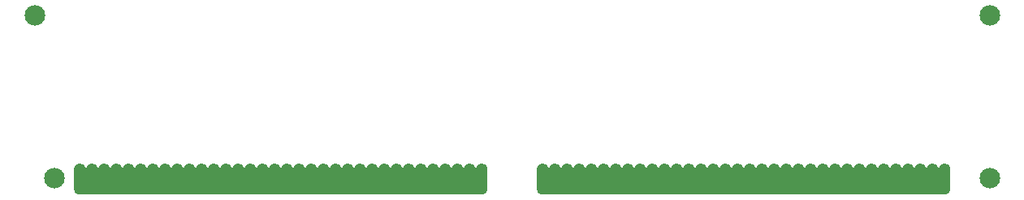
<source format=gbs>
G04 #@! TF.GenerationSoftware,KiCad,Pcbnew,(5.1.10-1-10_14)*
G04 #@! TF.CreationDate,2021-07-01T18:54:56-04:00*
G04 #@! TF.ProjectId,MacVRAMSIMM,4d616356-5241-44d5-9349-4d4d2e6b6963,1.0*
G04 #@! TF.SameCoordinates,Original*
G04 #@! TF.FileFunction,Soldermask,Bot*
G04 #@! TF.FilePolarity,Negative*
%FSLAX46Y46*%
G04 Gerber Fmt 4.6, Leading zero omitted, Abs format (unit mm)*
G04 Created by KiCad (PCBNEW (5.1.10-1-10_14)) date 2021-07-01 18:54:56*
%MOMM*%
%LPD*%
G01*
G04 APERTURE LIST*
%ADD10C,0.175000*%
%ADD11C,2.150000*%
%ADD12C,0.100000*%
G04 APERTURE END LIST*
D10*
G36*
X165735000Y-127635000D02*
G01*
X123825000Y-127635000D01*
X123317000Y-125031500D01*
X166243000Y-125031500D01*
X165735000Y-127635000D01*
G37*
X165735000Y-127635000D02*
X123825000Y-127635000D01*
X123317000Y-125031500D01*
X166243000Y-125031500D01*
X165735000Y-127635000D01*
G36*
X117475000Y-127635000D02*
G01*
X75565000Y-127635000D01*
X75057000Y-125095000D01*
X117983000Y-125031500D01*
X117475000Y-127635000D01*
G37*
X117475000Y-127635000D02*
X75565000Y-127635000D01*
X75057000Y-125095000D01*
X117983000Y-125031500D01*
X117475000Y-127635000D01*
G36*
X165735000Y-127635000D02*
G01*
X123825000Y-127635000D01*
X123317000Y-125031500D01*
X166243000Y-125031500D01*
X165735000Y-127635000D01*
G37*
X165735000Y-127635000D02*
X123825000Y-127635000D01*
X123317000Y-125031500D01*
X166243000Y-125031500D01*
X165735000Y-127635000D01*
G36*
X117475000Y-127635000D02*
G01*
X75565000Y-127635000D01*
X75057000Y-125095000D01*
X117983000Y-125031500D01*
X117475000Y-127635000D01*
G37*
X117475000Y-127635000D02*
X75565000Y-127635000D01*
X75057000Y-125095000D01*
X117983000Y-125031500D01*
X117475000Y-127635000D01*
G36*
G01*
X165139300Y-127233440D02*
X165139300Y-124988560D01*
G75*
G02*
X165615860Y-124512000I476560J0D01*
G01*
X165854140Y-124512000D01*
G75*
G02*
X166330700Y-124988560I0J-476560D01*
G01*
X166330700Y-127233440D01*
G75*
G02*
X165854140Y-127710000I-476560J0D01*
G01*
X165615860Y-127710000D01*
G75*
G02*
X165139300Y-127233440I0J476560D01*
G01*
G37*
G36*
G01*
X163869300Y-127233440D02*
X163869300Y-124988560D01*
G75*
G02*
X164345860Y-124512000I476560J0D01*
G01*
X164584140Y-124512000D01*
G75*
G02*
X165060700Y-124988560I0J-476560D01*
G01*
X165060700Y-127233440D01*
G75*
G02*
X164584140Y-127710000I-476560J0D01*
G01*
X164345860Y-127710000D01*
G75*
G02*
X163869300Y-127233440I0J476560D01*
G01*
G37*
G36*
G01*
X162599300Y-127233440D02*
X162599300Y-124988560D01*
G75*
G02*
X163075860Y-124512000I476560J0D01*
G01*
X163314140Y-124512000D01*
G75*
G02*
X163790700Y-124988560I0J-476560D01*
G01*
X163790700Y-127233440D01*
G75*
G02*
X163314140Y-127710000I-476560J0D01*
G01*
X163075860Y-127710000D01*
G75*
G02*
X162599300Y-127233440I0J476560D01*
G01*
G37*
G36*
G01*
X161329300Y-127233440D02*
X161329300Y-124988560D01*
G75*
G02*
X161805860Y-124512000I476560J0D01*
G01*
X162044140Y-124512000D01*
G75*
G02*
X162520700Y-124988560I0J-476560D01*
G01*
X162520700Y-127233440D01*
G75*
G02*
X162044140Y-127710000I-476560J0D01*
G01*
X161805860Y-127710000D01*
G75*
G02*
X161329300Y-127233440I0J476560D01*
G01*
G37*
G36*
G01*
X160059300Y-127233440D02*
X160059300Y-124988560D01*
G75*
G02*
X160535860Y-124512000I476560J0D01*
G01*
X160774140Y-124512000D01*
G75*
G02*
X161250700Y-124988560I0J-476560D01*
G01*
X161250700Y-127233440D01*
G75*
G02*
X160774140Y-127710000I-476560J0D01*
G01*
X160535860Y-127710000D01*
G75*
G02*
X160059300Y-127233440I0J476560D01*
G01*
G37*
G36*
G01*
X158789300Y-127233440D02*
X158789300Y-124988560D01*
G75*
G02*
X159265860Y-124512000I476560J0D01*
G01*
X159504140Y-124512000D01*
G75*
G02*
X159980700Y-124988560I0J-476560D01*
G01*
X159980700Y-127233440D01*
G75*
G02*
X159504140Y-127710000I-476560J0D01*
G01*
X159265860Y-127710000D01*
G75*
G02*
X158789300Y-127233440I0J476560D01*
G01*
G37*
G36*
G01*
X157519300Y-127233440D02*
X157519300Y-124988560D01*
G75*
G02*
X157995860Y-124512000I476560J0D01*
G01*
X158234140Y-124512000D01*
G75*
G02*
X158710700Y-124988560I0J-476560D01*
G01*
X158710700Y-127233440D01*
G75*
G02*
X158234140Y-127710000I-476560J0D01*
G01*
X157995860Y-127710000D01*
G75*
G02*
X157519300Y-127233440I0J476560D01*
G01*
G37*
G36*
G01*
X156249300Y-127233440D02*
X156249300Y-124988560D01*
G75*
G02*
X156725860Y-124512000I476560J0D01*
G01*
X156964140Y-124512000D01*
G75*
G02*
X157440700Y-124988560I0J-476560D01*
G01*
X157440700Y-127233440D01*
G75*
G02*
X156964140Y-127710000I-476560J0D01*
G01*
X156725860Y-127710000D01*
G75*
G02*
X156249300Y-127233440I0J476560D01*
G01*
G37*
G36*
G01*
X154979300Y-127233440D02*
X154979300Y-124988560D01*
G75*
G02*
X155455860Y-124512000I476560J0D01*
G01*
X155694140Y-124512000D01*
G75*
G02*
X156170700Y-124988560I0J-476560D01*
G01*
X156170700Y-127233440D01*
G75*
G02*
X155694140Y-127710000I-476560J0D01*
G01*
X155455860Y-127710000D01*
G75*
G02*
X154979300Y-127233440I0J476560D01*
G01*
G37*
G36*
G01*
X153709300Y-127233440D02*
X153709300Y-124988560D01*
G75*
G02*
X154185860Y-124512000I476560J0D01*
G01*
X154424140Y-124512000D01*
G75*
G02*
X154900700Y-124988560I0J-476560D01*
G01*
X154900700Y-127233440D01*
G75*
G02*
X154424140Y-127710000I-476560J0D01*
G01*
X154185860Y-127710000D01*
G75*
G02*
X153709300Y-127233440I0J476560D01*
G01*
G37*
G36*
G01*
X152439300Y-127233440D02*
X152439300Y-124988560D01*
G75*
G02*
X152915860Y-124512000I476560J0D01*
G01*
X153154140Y-124512000D01*
G75*
G02*
X153630700Y-124988560I0J-476560D01*
G01*
X153630700Y-127233440D01*
G75*
G02*
X153154140Y-127710000I-476560J0D01*
G01*
X152915860Y-127710000D01*
G75*
G02*
X152439300Y-127233440I0J476560D01*
G01*
G37*
G36*
G01*
X151169300Y-127233440D02*
X151169300Y-124988560D01*
G75*
G02*
X151645860Y-124512000I476560J0D01*
G01*
X151884140Y-124512000D01*
G75*
G02*
X152360700Y-124988560I0J-476560D01*
G01*
X152360700Y-127233440D01*
G75*
G02*
X151884140Y-127710000I-476560J0D01*
G01*
X151645860Y-127710000D01*
G75*
G02*
X151169300Y-127233440I0J476560D01*
G01*
G37*
G36*
G01*
X149899300Y-127233440D02*
X149899300Y-124988560D01*
G75*
G02*
X150375860Y-124512000I476560J0D01*
G01*
X150614140Y-124512000D01*
G75*
G02*
X151090700Y-124988560I0J-476560D01*
G01*
X151090700Y-127233440D01*
G75*
G02*
X150614140Y-127710000I-476560J0D01*
G01*
X150375860Y-127710000D01*
G75*
G02*
X149899300Y-127233440I0J476560D01*
G01*
G37*
G36*
G01*
X148629300Y-127233440D02*
X148629300Y-124988560D01*
G75*
G02*
X149105860Y-124512000I476560J0D01*
G01*
X149344140Y-124512000D01*
G75*
G02*
X149820700Y-124988560I0J-476560D01*
G01*
X149820700Y-127233440D01*
G75*
G02*
X149344140Y-127710000I-476560J0D01*
G01*
X149105860Y-127710000D01*
G75*
G02*
X148629300Y-127233440I0J476560D01*
G01*
G37*
G36*
G01*
X147359300Y-127233440D02*
X147359300Y-124988560D01*
G75*
G02*
X147835860Y-124512000I476560J0D01*
G01*
X148074140Y-124512000D01*
G75*
G02*
X148550700Y-124988560I0J-476560D01*
G01*
X148550700Y-127233440D01*
G75*
G02*
X148074140Y-127710000I-476560J0D01*
G01*
X147835860Y-127710000D01*
G75*
G02*
X147359300Y-127233440I0J476560D01*
G01*
G37*
G36*
G01*
X146089300Y-127233440D02*
X146089300Y-124988560D01*
G75*
G02*
X146565860Y-124512000I476560J0D01*
G01*
X146804140Y-124512000D01*
G75*
G02*
X147280700Y-124988560I0J-476560D01*
G01*
X147280700Y-127233440D01*
G75*
G02*
X146804140Y-127710000I-476560J0D01*
G01*
X146565860Y-127710000D01*
G75*
G02*
X146089300Y-127233440I0J476560D01*
G01*
G37*
G36*
G01*
X144819300Y-127233440D02*
X144819300Y-124988560D01*
G75*
G02*
X145295860Y-124512000I476560J0D01*
G01*
X145534140Y-124512000D01*
G75*
G02*
X146010700Y-124988560I0J-476560D01*
G01*
X146010700Y-127233440D01*
G75*
G02*
X145534140Y-127710000I-476560J0D01*
G01*
X145295860Y-127710000D01*
G75*
G02*
X144819300Y-127233440I0J476560D01*
G01*
G37*
G36*
G01*
X143549300Y-127233440D02*
X143549300Y-124988560D01*
G75*
G02*
X144025860Y-124512000I476560J0D01*
G01*
X144264140Y-124512000D01*
G75*
G02*
X144740700Y-124988560I0J-476560D01*
G01*
X144740700Y-127233440D01*
G75*
G02*
X144264140Y-127710000I-476560J0D01*
G01*
X144025860Y-127710000D01*
G75*
G02*
X143549300Y-127233440I0J476560D01*
G01*
G37*
G36*
G01*
X142279300Y-127233440D02*
X142279300Y-124988560D01*
G75*
G02*
X142755860Y-124512000I476560J0D01*
G01*
X142994140Y-124512000D01*
G75*
G02*
X143470700Y-124988560I0J-476560D01*
G01*
X143470700Y-127233440D01*
G75*
G02*
X142994140Y-127710000I-476560J0D01*
G01*
X142755860Y-127710000D01*
G75*
G02*
X142279300Y-127233440I0J476560D01*
G01*
G37*
G36*
G01*
X141009300Y-127233440D02*
X141009300Y-124988560D01*
G75*
G02*
X141485860Y-124512000I476560J0D01*
G01*
X141724140Y-124512000D01*
G75*
G02*
X142200700Y-124988560I0J-476560D01*
G01*
X142200700Y-127233440D01*
G75*
G02*
X141724140Y-127710000I-476560J0D01*
G01*
X141485860Y-127710000D01*
G75*
G02*
X141009300Y-127233440I0J476560D01*
G01*
G37*
G36*
G01*
X139739300Y-127233440D02*
X139739300Y-124988560D01*
G75*
G02*
X140215860Y-124512000I476560J0D01*
G01*
X140454140Y-124512000D01*
G75*
G02*
X140930700Y-124988560I0J-476560D01*
G01*
X140930700Y-127233440D01*
G75*
G02*
X140454140Y-127710000I-476560J0D01*
G01*
X140215860Y-127710000D01*
G75*
G02*
X139739300Y-127233440I0J476560D01*
G01*
G37*
G36*
G01*
X138469300Y-127233440D02*
X138469300Y-124988560D01*
G75*
G02*
X138945860Y-124512000I476560J0D01*
G01*
X139184140Y-124512000D01*
G75*
G02*
X139660700Y-124988560I0J-476560D01*
G01*
X139660700Y-127233440D01*
G75*
G02*
X139184140Y-127710000I-476560J0D01*
G01*
X138945860Y-127710000D01*
G75*
G02*
X138469300Y-127233440I0J476560D01*
G01*
G37*
G36*
G01*
X137199300Y-127233440D02*
X137199300Y-124988560D01*
G75*
G02*
X137675860Y-124512000I476560J0D01*
G01*
X137914140Y-124512000D01*
G75*
G02*
X138390700Y-124988560I0J-476560D01*
G01*
X138390700Y-127233440D01*
G75*
G02*
X137914140Y-127710000I-476560J0D01*
G01*
X137675860Y-127710000D01*
G75*
G02*
X137199300Y-127233440I0J476560D01*
G01*
G37*
G36*
G01*
X135929300Y-127233440D02*
X135929300Y-124988560D01*
G75*
G02*
X136405860Y-124512000I476560J0D01*
G01*
X136644140Y-124512000D01*
G75*
G02*
X137120700Y-124988560I0J-476560D01*
G01*
X137120700Y-127233440D01*
G75*
G02*
X136644140Y-127710000I-476560J0D01*
G01*
X136405860Y-127710000D01*
G75*
G02*
X135929300Y-127233440I0J476560D01*
G01*
G37*
G36*
G01*
X134659300Y-127233440D02*
X134659300Y-124988560D01*
G75*
G02*
X135135860Y-124512000I476560J0D01*
G01*
X135374140Y-124512000D01*
G75*
G02*
X135850700Y-124988560I0J-476560D01*
G01*
X135850700Y-127233440D01*
G75*
G02*
X135374140Y-127710000I-476560J0D01*
G01*
X135135860Y-127710000D01*
G75*
G02*
X134659300Y-127233440I0J476560D01*
G01*
G37*
G36*
G01*
X133389300Y-127233440D02*
X133389300Y-124988560D01*
G75*
G02*
X133865860Y-124512000I476560J0D01*
G01*
X134104140Y-124512000D01*
G75*
G02*
X134580700Y-124988560I0J-476560D01*
G01*
X134580700Y-127233440D01*
G75*
G02*
X134104140Y-127710000I-476560J0D01*
G01*
X133865860Y-127710000D01*
G75*
G02*
X133389300Y-127233440I0J476560D01*
G01*
G37*
G36*
G01*
X132119300Y-127233440D02*
X132119300Y-124988560D01*
G75*
G02*
X132595860Y-124512000I476560J0D01*
G01*
X132834140Y-124512000D01*
G75*
G02*
X133310700Y-124988560I0J-476560D01*
G01*
X133310700Y-127233440D01*
G75*
G02*
X132834140Y-127710000I-476560J0D01*
G01*
X132595860Y-127710000D01*
G75*
G02*
X132119300Y-127233440I0J476560D01*
G01*
G37*
G36*
G01*
X130849300Y-127233440D02*
X130849300Y-124988560D01*
G75*
G02*
X131325860Y-124512000I476560J0D01*
G01*
X131564140Y-124512000D01*
G75*
G02*
X132040700Y-124988560I0J-476560D01*
G01*
X132040700Y-127233440D01*
G75*
G02*
X131564140Y-127710000I-476560J0D01*
G01*
X131325860Y-127710000D01*
G75*
G02*
X130849300Y-127233440I0J476560D01*
G01*
G37*
G36*
G01*
X129579300Y-127233440D02*
X129579300Y-124988560D01*
G75*
G02*
X130055860Y-124512000I476560J0D01*
G01*
X130294140Y-124512000D01*
G75*
G02*
X130770700Y-124988560I0J-476560D01*
G01*
X130770700Y-127233440D01*
G75*
G02*
X130294140Y-127710000I-476560J0D01*
G01*
X130055860Y-127710000D01*
G75*
G02*
X129579300Y-127233440I0J476560D01*
G01*
G37*
G36*
G01*
X128309300Y-127233440D02*
X128309300Y-124988560D01*
G75*
G02*
X128785860Y-124512000I476560J0D01*
G01*
X129024140Y-124512000D01*
G75*
G02*
X129500700Y-124988560I0J-476560D01*
G01*
X129500700Y-127233440D01*
G75*
G02*
X129024140Y-127710000I-476560J0D01*
G01*
X128785860Y-127710000D01*
G75*
G02*
X128309300Y-127233440I0J476560D01*
G01*
G37*
G36*
G01*
X127039300Y-127233440D02*
X127039300Y-124988560D01*
G75*
G02*
X127515860Y-124512000I476560J0D01*
G01*
X127754140Y-124512000D01*
G75*
G02*
X128230700Y-124988560I0J-476560D01*
G01*
X128230700Y-127233440D01*
G75*
G02*
X127754140Y-127710000I-476560J0D01*
G01*
X127515860Y-127710000D01*
G75*
G02*
X127039300Y-127233440I0J476560D01*
G01*
G37*
G36*
G01*
X125769300Y-127233440D02*
X125769300Y-124988560D01*
G75*
G02*
X126245860Y-124512000I476560J0D01*
G01*
X126484140Y-124512000D01*
G75*
G02*
X126960700Y-124988560I0J-476560D01*
G01*
X126960700Y-127233440D01*
G75*
G02*
X126484140Y-127710000I-476560J0D01*
G01*
X126245860Y-127710000D01*
G75*
G02*
X125769300Y-127233440I0J476560D01*
G01*
G37*
G36*
G01*
X124499300Y-127233440D02*
X124499300Y-124988560D01*
G75*
G02*
X124975860Y-124512000I476560J0D01*
G01*
X125214140Y-124512000D01*
G75*
G02*
X125690700Y-124988560I0J-476560D01*
G01*
X125690700Y-127233440D01*
G75*
G02*
X125214140Y-127710000I-476560J0D01*
G01*
X124975860Y-127710000D01*
G75*
G02*
X124499300Y-127233440I0J476560D01*
G01*
G37*
G36*
G01*
X123229300Y-127233440D02*
X123229300Y-124988560D01*
G75*
G02*
X123705860Y-124512000I476560J0D01*
G01*
X123944140Y-124512000D01*
G75*
G02*
X124420700Y-124988560I0J-476560D01*
G01*
X124420700Y-127233440D01*
G75*
G02*
X123944140Y-127710000I-476560J0D01*
G01*
X123705860Y-127710000D01*
G75*
G02*
X123229300Y-127233440I0J476560D01*
G01*
G37*
G36*
G01*
X116879300Y-127233440D02*
X116879300Y-124988560D01*
G75*
G02*
X117355860Y-124512000I476560J0D01*
G01*
X117594140Y-124512000D01*
G75*
G02*
X118070700Y-124988560I0J-476560D01*
G01*
X118070700Y-127233440D01*
G75*
G02*
X117594140Y-127710000I-476560J0D01*
G01*
X117355860Y-127710000D01*
G75*
G02*
X116879300Y-127233440I0J476560D01*
G01*
G37*
G36*
G01*
X115609300Y-127233440D02*
X115609300Y-124988560D01*
G75*
G02*
X116085860Y-124512000I476560J0D01*
G01*
X116324140Y-124512000D01*
G75*
G02*
X116800700Y-124988560I0J-476560D01*
G01*
X116800700Y-127233440D01*
G75*
G02*
X116324140Y-127710000I-476560J0D01*
G01*
X116085860Y-127710000D01*
G75*
G02*
X115609300Y-127233440I0J476560D01*
G01*
G37*
G36*
G01*
X114339300Y-127233440D02*
X114339300Y-124988560D01*
G75*
G02*
X114815860Y-124512000I476560J0D01*
G01*
X115054140Y-124512000D01*
G75*
G02*
X115530700Y-124988560I0J-476560D01*
G01*
X115530700Y-127233440D01*
G75*
G02*
X115054140Y-127710000I-476560J0D01*
G01*
X114815860Y-127710000D01*
G75*
G02*
X114339300Y-127233440I0J476560D01*
G01*
G37*
G36*
G01*
X113069300Y-127233440D02*
X113069300Y-124988560D01*
G75*
G02*
X113545860Y-124512000I476560J0D01*
G01*
X113784140Y-124512000D01*
G75*
G02*
X114260700Y-124988560I0J-476560D01*
G01*
X114260700Y-127233440D01*
G75*
G02*
X113784140Y-127710000I-476560J0D01*
G01*
X113545860Y-127710000D01*
G75*
G02*
X113069300Y-127233440I0J476560D01*
G01*
G37*
G36*
G01*
X111799300Y-127233440D02*
X111799300Y-124988560D01*
G75*
G02*
X112275860Y-124512000I476560J0D01*
G01*
X112514140Y-124512000D01*
G75*
G02*
X112990700Y-124988560I0J-476560D01*
G01*
X112990700Y-127233440D01*
G75*
G02*
X112514140Y-127710000I-476560J0D01*
G01*
X112275860Y-127710000D01*
G75*
G02*
X111799300Y-127233440I0J476560D01*
G01*
G37*
G36*
G01*
X110529300Y-127233440D02*
X110529300Y-124988560D01*
G75*
G02*
X111005860Y-124512000I476560J0D01*
G01*
X111244140Y-124512000D01*
G75*
G02*
X111720700Y-124988560I0J-476560D01*
G01*
X111720700Y-127233440D01*
G75*
G02*
X111244140Y-127710000I-476560J0D01*
G01*
X111005860Y-127710000D01*
G75*
G02*
X110529300Y-127233440I0J476560D01*
G01*
G37*
G36*
G01*
X109259300Y-127233440D02*
X109259300Y-124988560D01*
G75*
G02*
X109735860Y-124512000I476560J0D01*
G01*
X109974140Y-124512000D01*
G75*
G02*
X110450700Y-124988560I0J-476560D01*
G01*
X110450700Y-127233440D01*
G75*
G02*
X109974140Y-127710000I-476560J0D01*
G01*
X109735860Y-127710000D01*
G75*
G02*
X109259300Y-127233440I0J476560D01*
G01*
G37*
G36*
G01*
X107989300Y-127233440D02*
X107989300Y-124988560D01*
G75*
G02*
X108465860Y-124512000I476560J0D01*
G01*
X108704140Y-124512000D01*
G75*
G02*
X109180700Y-124988560I0J-476560D01*
G01*
X109180700Y-127233440D01*
G75*
G02*
X108704140Y-127710000I-476560J0D01*
G01*
X108465860Y-127710000D01*
G75*
G02*
X107989300Y-127233440I0J476560D01*
G01*
G37*
G36*
G01*
X106719300Y-127233440D02*
X106719300Y-124988560D01*
G75*
G02*
X107195860Y-124512000I476560J0D01*
G01*
X107434140Y-124512000D01*
G75*
G02*
X107910700Y-124988560I0J-476560D01*
G01*
X107910700Y-127233440D01*
G75*
G02*
X107434140Y-127710000I-476560J0D01*
G01*
X107195860Y-127710000D01*
G75*
G02*
X106719300Y-127233440I0J476560D01*
G01*
G37*
G36*
G01*
X105449300Y-127233440D02*
X105449300Y-124988560D01*
G75*
G02*
X105925860Y-124512000I476560J0D01*
G01*
X106164140Y-124512000D01*
G75*
G02*
X106640700Y-124988560I0J-476560D01*
G01*
X106640700Y-127233440D01*
G75*
G02*
X106164140Y-127710000I-476560J0D01*
G01*
X105925860Y-127710000D01*
G75*
G02*
X105449300Y-127233440I0J476560D01*
G01*
G37*
G36*
G01*
X104179300Y-127233440D02*
X104179300Y-124988560D01*
G75*
G02*
X104655860Y-124512000I476560J0D01*
G01*
X104894140Y-124512000D01*
G75*
G02*
X105370700Y-124988560I0J-476560D01*
G01*
X105370700Y-127233440D01*
G75*
G02*
X104894140Y-127710000I-476560J0D01*
G01*
X104655860Y-127710000D01*
G75*
G02*
X104179300Y-127233440I0J476560D01*
G01*
G37*
G36*
G01*
X102909300Y-127233440D02*
X102909300Y-124988560D01*
G75*
G02*
X103385860Y-124512000I476560J0D01*
G01*
X103624140Y-124512000D01*
G75*
G02*
X104100700Y-124988560I0J-476560D01*
G01*
X104100700Y-127233440D01*
G75*
G02*
X103624140Y-127710000I-476560J0D01*
G01*
X103385860Y-127710000D01*
G75*
G02*
X102909300Y-127233440I0J476560D01*
G01*
G37*
G36*
G01*
X101639300Y-127233440D02*
X101639300Y-124988560D01*
G75*
G02*
X102115860Y-124512000I476560J0D01*
G01*
X102354140Y-124512000D01*
G75*
G02*
X102830700Y-124988560I0J-476560D01*
G01*
X102830700Y-127233440D01*
G75*
G02*
X102354140Y-127710000I-476560J0D01*
G01*
X102115860Y-127710000D01*
G75*
G02*
X101639300Y-127233440I0J476560D01*
G01*
G37*
G36*
G01*
X100369300Y-127233440D02*
X100369300Y-124988560D01*
G75*
G02*
X100845860Y-124512000I476560J0D01*
G01*
X101084140Y-124512000D01*
G75*
G02*
X101560700Y-124988560I0J-476560D01*
G01*
X101560700Y-127233440D01*
G75*
G02*
X101084140Y-127710000I-476560J0D01*
G01*
X100845860Y-127710000D01*
G75*
G02*
X100369300Y-127233440I0J476560D01*
G01*
G37*
G36*
G01*
X99099300Y-127233440D02*
X99099300Y-124988560D01*
G75*
G02*
X99575860Y-124512000I476560J0D01*
G01*
X99814140Y-124512000D01*
G75*
G02*
X100290700Y-124988560I0J-476560D01*
G01*
X100290700Y-127233440D01*
G75*
G02*
X99814140Y-127710000I-476560J0D01*
G01*
X99575860Y-127710000D01*
G75*
G02*
X99099300Y-127233440I0J476560D01*
G01*
G37*
G36*
G01*
X97829300Y-127233440D02*
X97829300Y-124988560D01*
G75*
G02*
X98305860Y-124512000I476560J0D01*
G01*
X98544140Y-124512000D01*
G75*
G02*
X99020700Y-124988560I0J-476560D01*
G01*
X99020700Y-127233440D01*
G75*
G02*
X98544140Y-127710000I-476560J0D01*
G01*
X98305860Y-127710000D01*
G75*
G02*
X97829300Y-127233440I0J476560D01*
G01*
G37*
G36*
G01*
X96559300Y-127233440D02*
X96559300Y-124988560D01*
G75*
G02*
X97035860Y-124512000I476560J0D01*
G01*
X97274140Y-124512000D01*
G75*
G02*
X97750700Y-124988560I0J-476560D01*
G01*
X97750700Y-127233440D01*
G75*
G02*
X97274140Y-127710000I-476560J0D01*
G01*
X97035860Y-127710000D01*
G75*
G02*
X96559300Y-127233440I0J476560D01*
G01*
G37*
G36*
G01*
X95289300Y-127233440D02*
X95289300Y-124988560D01*
G75*
G02*
X95765860Y-124512000I476560J0D01*
G01*
X96004140Y-124512000D01*
G75*
G02*
X96480700Y-124988560I0J-476560D01*
G01*
X96480700Y-127233440D01*
G75*
G02*
X96004140Y-127710000I-476560J0D01*
G01*
X95765860Y-127710000D01*
G75*
G02*
X95289300Y-127233440I0J476560D01*
G01*
G37*
G36*
G01*
X94019300Y-127233440D02*
X94019300Y-124988560D01*
G75*
G02*
X94495860Y-124512000I476560J0D01*
G01*
X94734140Y-124512000D01*
G75*
G02*
X95210700Y-124988560I0J-476560D01*
G01*
X95210700Y-127233440D01*
G75*
G02*
X94734140Y-127710000I-476560J0D01*
G01*
X94495860Y-127710000D01*
G75*
G02*
X94019300Y-127233440I0J476560D01*
G01*
G37*
G36*
G01*
X92749300Y-127233440D02*
X92749300Y-124988560D01*
G75*
G02*
X93225860Y-124512000I476560J0D01*
G01*
X93464140Y-124512000D01*
G75*
G02*
X93940700Y-124988560I0J-476560D01*
G01*
X93940700Y-127233440D01*
G75*
G02*
X93464140Y-127710000I-476560J0D01*
G01*
X93225860Y-127710000D01*
G75*
G02*
X92749300Y-127233440I0J476560D01*
G01*
G37*
G36*
G01*
X91479300Y-127233440D02*
X91479300Y-124988560D01*
G75*
G02*
X91955860Y-124512000I476560J0D01*
G01*
X92194140Y-124512000D01*
G75*
G02*
X92670700Y-124988560I0J-476560D01*
G01*
X92670700Y-127233440D01*
G75*
G02*
X92194140Y-127710000I-476560J0D01*
G01*
X91955860Y-127710000D01*
G75*
G02*
X91479300Y-127233440I0J476560D01*
G01*
G37*
G36*
G01*
X90209300Y-127233440D02*
X90209300Y-124988560D01*
G75*
G02*
X90685860Y-124512000I476560J0D01*
G01*
X90924140Y-124512000D01*
G75*
G02*
X91400700Y-124988560I0J-476560D01*
G01*
X91400700Y-127233440D01*
G75*
G02*
X90924140Y-127710000I-476560J0D01*
G01*
X90685860Y-127710000D01*
G75*
G02*
X90209300Y-127233440I0J476560D01*
G01*
G37*
G36*
G01*
X88939300Y-127233440D02*
X88939300Y-124988560D01*
G75*
G02*
X89415860Y-124512000I476560J0D01*
G01*
X89654140Y-124512000D01*
G75*
G02*
X90130700Y-124988560I0J-476560D01*
G01*
X90130700Y-127233440D01*
G75*
G02*
X89654140Y-127710000I-476560J0D01*
G01*
X89415860Y-127710000D01*
G75*
G02*
X88939300Y-127233440I0J476560D01*
G01*
G37*
G36*
G01*
X87669300Y-127233440D02*
X87669300Y-124988560D01*
G75*
G02*
X88145860Y-124512000I476560J0D01*
G01*
X88384140Y-124512000D01*
G75*
G02*
X88860700Y-124988560I0J-476560D01*
G01*
X88860700Y-127233440D01*
G75*
G02*
X88384140Y-127710000I-476560J0D01*
G01*
X88145860Y-127710000D01*
G75*
G02*
X87669300Y-127233440I0J476560D01*
G01*
G37*
G36*
G01*
X86399300Y-127233440D02*
X86399300Y-124988560D01*
G75*
G02*
X86875860Y-124512000I476560J0D01*
G01*
X87114140Y-124512000D01*
G75*
G02*
X87590700Y-124988560I0J-476560D01*
G01*
X87590700Y-127233440D01*
G75*
G02*
X87114140Y-127710000I-476560J0D01*
G01*
X86875860Y-127710000D01*
G75*
G02*
X86399300Y-127233440I0J476560D01*
G01*
G37*
G36*
G01*
X85129300Y-127233440D02*
X85129300Y-124988560D01*
G75*
G02*
X85605860Y-124512000I476560J0D01*
G01*
X85844140Y-124512000D01*
G75*
G02*
X86320700Y-124988560I0J-476560D01*
G01*
X86320700Y-127233440D01*
G75*
G02*
X85844140Y-127710000I-476560J0D01*
G01*
X85605860Y-127710000D01*
G75*
G02*
X85129300Y-127233440I0J476560D01*
G01*
G37*
G36*
G01*
X83859300Y-127233440D02*
X83859300Y-124988560D01*
G75*
G02*
X84335860Y-124512000I476560J0D01*
G01*
X84574140Y-124512000D01*
G75*
G02*
X85050700Y-124988560I0J-476560D01*
G01*
X85050700Y-127233440D01*
G75*
G02*
X84574140Y-127710000I-476560J0D01*
G01*
X84335860Y-127710000D01*
G75*
G02*
X83859300Y-127233440I0J476560D01*
G01*
G37*
G36*
G01*
X82589300Y-127233440D02*
X82589300Y-124988560D01*
G75*
G02*
X83065860Y-124512000I476560J0D01*
G01*
X83304140Y-124512000D01*
G75*
G02*
X83780700Y-124988560I0J-476560D01*
G01*
X83780700Y-127233440D01*
G75*
G02*
X83304140Y-127710000I-476560J0D01*
G01*
X83065860Y-127710000D01*
G75*
G02*
X82589300Y-127233440I0J476560D01*
G01*
G37*
G36*
G01*
X81319300Y-127233440D02*
X81319300Y-124988560D01*
G75*
G02*
X81795860Y-124512000I476560J0D01*
G01*
X82034140Y-124512000D01*
G75*
G02*
X82510700Y-124988560I0J-476560D01*
G01*
X82510700Y-127233440D01*
G75*
G02*
X82034140Y-127710000I-476560J0D01*
G01*
X81795860Y-127710000D01*
G75*
G02*
X81319300Y-127233440I0J476560D01*
G01*
G37*
G36*
G01*
X80049300Y-127233440D02*
X80049300Y-124988560D01*
G75*
G02*
X80525860Y-124512000I476560J0D01*
G01*
X80764140Y-124512000D01*
G75*
G02*
X81240700Y-124988560I0J-476560D01*
G01*
X81240700Y-127233440D01*
G75*
G02*
X80764140Y-127710000I-476560J0D01*
G01*
X80525860Y-127710000D01*
G75*
G02*
X80049300Y-127233440I0J476560D01*
G01*
G37*
G36*
G01*
X78779300Y-127233440D02*
X78779300Y-124988560D01*
G75*
G02*
X79255860Y-124512000I476560J0D01*
G01*
X79494140Y-124512000D01*
G75*
G02*
X79970700Y-124988560I0J-476560D01*
G01*
X79970700Y-127233440D01*
G75*
G02*
X79494140Y-127710000I-476560J0D01*
G01*
X79255860Y-127710000D01*
G75*
G02*
X78779300Y-127233440I0J476560D01*
G01*
G37*
G36*
G01*
X77509300Y-127233440D02*
X77509300Y-124988560D01*
G75*
G02*
X77985860Y-124512000I476560J0D01*
G01*
X78224140Y-124512000D01*
G75*
G02*
X78700700Y-124988560I0J-476560D01*
G01*
X78700700Y-127233440D01*
G75*
G02*
X78224140Y-127710000I-476560J0D01*
G01*
X77985860Y-127710000D01*
G75*
G02*
X77509300Y-127233440I0J476560D01*
G01*
G37*
G36*
G01*
X76239300Y-127233440D02*
X76239300Y-124988560D01*
G75*
G02*
X76715860Y-124512000I476560J0D01*
G01*
X76954140Y-124512000D01*
G75*
G02*
X77430700Y-124988560I0J-476560D01*
G01*
X77430700Y-127233440D01*
G75*
G02*
X76954140Y-127710000I-476560J0D01*
G01*
X76715860Y-127710000D01*
G75*
G02*
X76239300Y-127233440I0J476560D01*
G01*
G37*
G36*
G01*
X74969300Y-127233440D02*
X74969300Y-124988560D01*
G75*
G02*
X75445860Y-124512000I476560J0D01*
G01*
X75684140Y-124512000D01*
G75*
G02*
X76160700Y-124988560I0J-476560D01*
G01*
X76160700Y-127233440D01*
G75*
G02*
X75684140Y-127710000I-476560J0D01*
G01*
X75445860Y-127710000D01*
G75*
G02*
X74969300Y-127233440I0J476560D01*
G01*
G37*
D11*
X72898000Y-125984000D03*
X170434000Y-125984000D03*
X70866000Y-108966000D03*
X170434000Y-108966000D03*
D12*
G36*
X87121882Y-124510010D02*
G01*
X87215310Y-124519212D01*
X87215695Y-124519288D01*
X87303175Y-124545825D01*
X87303537Y-124545975D01*
X87384153Y-124589065D01*
X87384479Y-124589283D01*
X87455145Y-124647278D01*
X87455422Y-124647555D01*
X87513417Y-124718221D01*
X87513635Y-124718547D01*
X87556725Y-124799163D01*
X87556875Y-124799525D01*
X87584040Y-124889077D01*
X87587678Y-124897858D01*
X87592904Y-124905681D01*
X87599555Y-124912332D01*
X87607378Y-124917558D01*
X87616068Y-124921158D01*
X87625298Y-124922994D01*
X87634702Y-124922994D01*
X87643932Y-124921158D01*
X87652622Y-124917558D01*
X87660445Y-124912332D01*
X87667096Y-124905681D01*
X87672322Y-124897858D01*
X87675960Y-124889077D01*
X87703125Y-124799525D01*
X87703275Y-124799163D01*
X87746365Y-124718547D01*
X87746583Y-124718221D01*
X87804578Y-124647555D01*
X87804855Y-124647278D01*
X87875521Y-124589283D01*
X87875847Y-124589065D01*
X87956463Y-124545975D01*
X87956825Y-124545825D01*
X88044305Y-124519288D01*
X88044690Y-124519212D01*
X88138118Y-124510010D01*
X88138314Y-124510000D01*
X88145860Y-124510000D01*
X88147592Y-124511000D01*
X88147592Y-124513000D01*
X88146056Y-124513990D01*
X88053283Y-124523127D01*
X87964257Y-124550133D01*
X87882213Y-124593986D01*
X87810302Y-124653002D01*
X87751286Y-124724913D01*
X87707433Y-124806957D01*
X87680427Y-124895983D01*
X87671300Y-124988654D01*
X87671300Y-127233346D01*
X87680427Y-127326017D01*
X87707433Y-127415043D01*
X87751286Y-127497087D01*
X87810302Y-127568998D01*
X87882213Y-127628014D01*
X87964257Y-127671867D01*
X88053283Y-127698873D01*
X88146056Y-127708010D01*
X88147682Y-127709175D01*
X88147486Y-127711165D01*
X88145860Y-127712000D01*
X88138314Y-127712000D01*
X88138118Y-127711990D01*
X88044690Y-127702788D01*
X88044305Y-127702712D01*
X87956825Y-127676175D01*
X87956463Y-127676025D01*
X87875847Y-127632935D01*
X87875521Y-127632717D01*
X87804855Y-127574722D01*
X87804578Y-127574445D01*
X87746583Y-127503779D01*
X87746365Y-127503453D01*
X87703275Y-127422837D01*
X87703125Y-127422475D01*
X87675960Y-127332923D01*
X87672322Y-127324142D01*
X87667096Y-127316319D01*
X87660445Y-127309668D01*
X87652622Y-127304442D01*
X87643932Y-127300842D01*
X87634702Y-127299006D01*
X87625298Y-127299006D01*
X87616068Y-127300842D01*
X87607378Y-127304442D01*
X87599555Y-127309668D01*
X87592904Y-127316319D01*
X87587678Y-127324142D01*
X87584040Y-127332923D01*
X87556875Y-127422475D01*
X87556725Y-127422837D01*
X87513635Y-127503453D01*
X87513417Y-127503779D01*
X87455422Y-127574445D01*
X87455145Y-127574722D01*
X87384479Y-127632717D01*
X87384153Y-127632935D01*
X87303537Y-127676025D01*
X87303175Y-127676175D01*
X87215695Y-127702712D01*
X87215310Y-127702788D01*
X87121882Y-127711990D01*
X87121686Y-127712000D01*
X87114140Y-127712000D01*
X87112408Y-127711000D01*
X87112408Y-127709000D01*
X87113944Y-127708010D01*
X87206717Y-127698873D01*
X87295743Y-127671867D01*
X87377787Y-127628014D01*
X87449698Y-127568998D01*
X87508714Y-127497087D01*
X87552567Y-127415043D01*
X87579573Y-127326017D01*
X87588700Y-127233346D01*
X87588700Y-124988654D01*
X87579573Y-124895983D01*
X87552567Y-124806957D01*
X87508714Y-124724913D01*
X87449698Y-124653002D01*
X87377787Y-124593986D01*
X87295743Y-124550133D01*
X87206717Y-124523127D01*
X87113944Y-124513990D01*
X87112318Y-124512825D01*
X87112514Y-124510835D01*
X87114140Y-124510000D01*
X87121686Y-124510000D01*
X87121882Y-124510010D01*
G37*
G36*
X101091882Y-124510010D02*
G01*
X101185310Y-124519212D01*
X101185695Y-124519288D01*
X101273175Y-124545825D01*
X101273537Y-124545975D01*
X101354153Y-124589065D01*
X101354479Y-124589283D01*
X101425145Y-124647278D01*
X101425422Y-124647555D01*
X101483417Y-124718221D01*
X101483635Y-124718547D01*
X101526725Y-124799163D01*
X101526875Y-124799525D01*
X101554040Y-124889077D01*
X101557678Y-124897858D01*
X101562904Y-124905681D01*
X101569555Y-124912332D01*
X101577378Y-124917558D01*
X101586068Y-124921158D01*
X101595298Y-124922994D01*
X101604702Y-124922994D01*
X101613932Y-124921158D01*
X101622622Y-124917558D01*
X101630445Y-124912332D01*
X101637096Y-124905681D01*
X101642322Y-124897858D01*
X101645960Y-124889077D01*
X101673125Y-124799525D01*
X101673275Y-124799163D01*
X101716365Y-124718547D01*
X101716583Y-124718221D01*
X101774578Y-124647555D01*
X101774855Y-124647278D01*
X101845521Y-124589283D01*
X101845847Y-124589065D01*
X101926463Y-124545975D01*
X101926825Y-124545825D01*
X102014305Y-124519288D01*
X102014690Y-124519212D01*
X102108118Y-124510010D01*
X102108314Y-124510000D01*
X102115860Y-124510000D01*
X102117592Y-124511000D01*
X102117592Y-124513000D01*
X102116056Y-124513990D01*
X102023283Y-124523127D01*
X101934257Y-124550133D01*
X101852213Y-124593986D01*
X101780302Y-124653002D01*
X101721286Y-124724913D01*
X101677433Y-124806957D01*
X101650427Y-124895983D01*
X101641300Y-124988654D01*
X101641300Y-127233346D01*
X101650427Y-127326017D01*
X101677433Y-127415043D01*
X101721286Y-127497087D01*
X101780302Y-127568998D01*
X101852213Y-127628014D01*
X101934257Y-127671867D01*
X102023283Y-127698873D01*
X102116056Y-127708010D01*
X102117682Y-127709175D01*
X102117486Y-127711165D01*
X102115860Y-127712000D01*
X102108314Y-127712000D01*
X102108118Y-127711990D01*
X102014690Y-127702788D01*
X102014305Y-127702712D01*
X101926825Y-127676175D01*
X101926463Y-127676025D01*
X101845847Y-127632935D01*
X101845521Y-127632717D01*
X101774855Y-127574722D01*
X101774578Y-127574445D01*
X101716583Y-127503779D01*
X101716365Y-127503453D01*
X101673275Y-127422837D01*
X101673125Y-127422475D01*
X101645960Y-127332923D01*
X101642322Y-127324142D01*
X101637096Y-127316319D01*
X101630445Y-127309668D01*
X101622622Y-127304442D01*
X101613932Y-127300842D01*
X101604702Y-127299006D01*
X101595298Y-127299006D01*
X101586068Y-127300842D01*
X101577378Y-127304442D01*
X101569555Y-127309668D01*
X101562904Y-127316319D01*
X101557678Y-127324142D01*
X101554040Y-127332923D01*
X101526875Y-127422475D01*
X101526725Y-127422837D01*
X101483635Y-127503453D01*
X101483417Y-127503779D01*
X101425422Y-127574445D01*
X101425145Y-127574722D01*
X101354479Y-127632717D01*
X101354153Y-127632935D01*
X101273537Y-127676025D01*
X101273175Y-127676175D01*
X101185695Y-127702712D01*
X101185310Y-127702788D01*
X101091882Y-127711990D01*
X101091686Y-127712000D01*
X101084140Y-127712000D01*
X101082408Y-127711000D01*
X101082408Y-127709000D01*
X101083944Y-127708010D01*
X101176717Y-127698873D01*
X101265743Y-127671867D01*
X101347787Y-127628014D01*
X101419698Y-127568998D01*
X101478714Y-127497087D01*
X101522567Y-127415043D01*
X101549573Y-127326017D01*
X101558700Y-127233346D01*
X101558700Y-124988654D01*
X101549573Y-124895983D01*
X101522567Y-124806957D01*
X101478714Y-124724913D01*
X101419698Y-124653002D01*
X101347787Y-124593986D01*
X101265743Y-124550133D01*
X101176717Y-124523127D01*
X101083944Y-124513990D01*
X101082318Y-124512825D01*
X101082514Y-124510835D01*
X101084140Y-124510000D01*
X101091686Y-124510000D01*
X101091882Y-124510010D01*
G37*
G36*
X130301882Y-124510010D02*
G01*
X130395310Y-124519212D01*
X130395695Y-124519288D01*
X130483175Y-124545825D01*
X130483537Y-124545975D01*
X130564153Y-124589065D01*
X130564479Y-124589283D01*
X130635145Y-124647278D01*
X130635422Y-124647555D01*
X130693417Y-124718221D01*
X130693635Y-124718547D01*
X130736725Y-124799163D01*
X130736875Y-124799525D01*
X130764040Y-124889077D01*
X130767678Y-124897858D01*
X130772904Y-124905681D01*
X130779555Y-124912332D01*
X130787378Y-124917558D01*
X130796068Y-124921158D01*
X130805298Y-124922994D01*
X130814702Y-124922994D01*
X130823932Y-124921158D01*
X130832622Y-124917558D01*
X130840445Y-124912332D01*
X130847096Y-124905681D01*
X130852322Y-124897858D01*
X130855960Y-124889077D01*
X130883125Y-124799525D01*
X130883275Y-124799163D01*
X130926365Y-124718547D01*
X130926583Y-124718221D01*
X130984578Y-124647555D01*
X130984855Y-124647278D01*
X131055521Y-124589283D01*
X131055847Y-124589065D01*
X131136463Y-124545975D01*
X131136825Y-124545825D01*
X131224305Y-124519288D01*
X131224690Y-124519212D01*
X131318118Y-124510010D01*
X131318314Y-124510000D01*
X131325860Y-124510000D01*
X131327592Y-124511000D01*
X131327592Y-124513000D01*
X131326056Y-124513990D01*
X131233283Y-124523127D01*
X131144257Y-124550133D01*
X131062213Y-124593986D01*
X130990302Y-124653002D01*
X130931286Y-124724913D01*
X130887433Y-124806957D01*
X130860427Y-124895983D01*
X130851300Y-124988654D01*
X130851300Y-127233346D01*
X130860427Y-127326017D01*
X130887433Y-127415043D01*
X130931286Y-127497087D01*
X130990302Y-127568998D01*
X131062213Y-127628014D01*
X131144257Y-127671867D01*
X131233283Y-127698873D01*
X131326056Y-127708010D01*
X131327682Y-127709175D01*
X131327486Y-127711165D01*
X131325860Y-127712000D01*
X131318314Y-127712000D01*
X131318118Y-127711990D01*
X131224690Y-127702788D01*
X131224305Y-127702712D01*
X131136825Y-127676175D01*
X131136463Y-127676025D01*
X131055847Y-127632935D01*
X131055521Y-127632717D01*
X130984855Y-127574722D01*
X130984578Y-127574445D01*
X130926583Y-127503779D01*
X130926365Y-127503453D01*
X130883275Y-127422837D01*
X130883125Y-127422475D01*
X130855960Y-127332923D01*
X130852322Y-127324142D01*
X130847096Y-127316319D01*
X130840445Y-127309668D01*
X130832622Y-127304442D01*
X130823932Y-127300842D01*
X130814702Y-127299006D01*
X130805298Y-127299006D01*
X130796068Y-127300842D01*
X130787378Y-127304442D01*
X130779555Y-127309668D01*
X130772904Y-127316319D01*
X130767678Y-127324142D01*
X130764040Y-127332923D01*
X130736875Y-127422475D01*
X130736725Y-127422837D01*
X130693635Y-127503453D01*
X130693417Y-127503779D01*
X130635422Y-127574445D01*
X130635145Y-127574722D01*
X130564479Y-127632717D01*
X130564153Y-127632935D01*
X130483537Y-127676025D01*
X130483175Y-127676175D01*
X130395695Y-127702712D01*
X130395310Y-127702788D01*
X130301882Y-127711990D01*
X130301686Y-127712000D01*
X130294140Y-127712000D01*
X130292408Y-127711000D01*
X130292408Y-127709000D01*
X130293944Y-127708010D01*
X130386717Y-127698873D01*
X130475743Y-127671867D01*
X130557787Y-127628014D01*
X130629698Y-127568998D01*
X130688714Y-127497087D01*
X130732567Y-127415043D01*
X130759573Y-127326017D01*
X130768700Y-127233346D01*
X130768700Y-124988654D01*
X130759573Y-124895983D01*
X130732567Y-124806957D01*
X130688714Y-124724913D01*
X130629698Y-124653002D01*
X130557787Y-124593986D01*
X130475743Y-124550133D01*
X130386717Y-124523127D01*
X130293944Y-124513990D01*
X130292318Y-124512825D01*
X130292514Y-124510835D01*
X130294140Y-124510000D01*
X130301686Y-124510000D01*
X130301882Y-124510010D01*
G37*
G36*
X137921882Y-124510010D02*
G01*
X138015310Y-124519212D01*
X138015695Y-124519288D01*
X138103175Y-124545825D01*
X138103537Y-124545975D01*
X138184153Y-124589065D01*
X138184479Y-124589283D01*
X138255145Y-124647278D01*
X138255422Y-124647555D01*
X138313417Y-124718221D01*
X138313635Y-124718547D01*
X138356725Y-124799163D01*
X138356875Y-124799525D01*
X138384040Y-124889077D01*
X138387678Y-124897858D01*
X138392904Y-124905681D01*
X138399555Y-124912332D01*
X138407378Y-124917558D01*
X138416068Y-124921158D01*
X138425298Y-124922994D01*
X138434702Y-124922994D01*
X138443932Y-124921158D01*
X138452622Y-124917558D01*
X138460445Y-124912332D01*
X138467096Y-124905681D01*
X138472322Y-124897858D01*
X138475960Y-124889077D01*
X138503125Y-124799525D01*
X138503275Y-124799163D01*
X138546365Y-124718547D01*
X138546583Y-124718221D01*
X138604578Y-124647555D01*
X138604855Y-124647278D01*
X138675521Y-124589283D01*
X138675847Y-124589065D01*
X138756463Y-124545975D01*
X138756825Y-124545825D01*
X138844305Y-124519288D01*
X138844690Y-124519212D01*
X138938118Y-124510010D01*
X138938314Y-124510000D01*
X138945860Y-124510000D01*
X138947592Y-124511000D01*
X138947592Y-124513000D01*
X138946056Y-124513990D01*
X138853283Y-124523127D01*
X138764257Y-124550133D01*
X138682213Y-124593986D01*
X138610302Y-124653002D01*
X138551286Y-124724913D01*
X138507433Y-124806957D01*
X138480427Y-124895983D01*
X138471300Y-124988654D01*
X138471300Y-127233346D01*
X138480427Y-127326017D01*
X138507433Y-127415043D01*
X138551286Y-127497087D01*
X138610302Y-127568998D01*
X138682213Y-127628014D01*
X138764257Y-127671867D01*
X138853283Y-127698873D01*
X138946056Y-127708010D01*
X138947682Y-127709175D01*
X138947486Y-127711165D01*
X138945860Y-127712000D01*
X138938314Y-127712000D01*
X138938118Y-127711990D01*
X138844690Y-127702788D01*
X138844305Y-127702712D01*
X138756825Y-127676175D01*
X138756463Y-127676025D01*
X138675847Y-127632935D01*
X138675521Y-127632717D01*
X138604855Y-127574722D01*
X138604578Y-127574445D01*
X138546583Y-127503779D01*
X138546365Y-127503453D01*
X138503275Y-127422837D01*
X138503125Y-127422475D01*
X138475960Y-127332923D01*
X138472322Y-127324142D01*
X138467096Y-127316319D01*
X138460445Y-127309668D01*
X138452622Y-127304442D01*
X138443932Y-127300842D01*
X138434702Y-127299006D01*
X138425298Y-127299006D01*
X138416068Y-127300842D01*
X138407378Y-127304442D01*
X138399555Y-127309668D01*
X138392904Y-127316319D01*
X138387678Y-127324142D01*
X138384040Y-127332923D01*
X138356875Y-127422475D01*
X138356725Y-127422837D01*
X138313635Y-127503453D01*
X138313417Y-127503779D01*
X138255422Y-127574445D01*
X138255145Y-127574722D01*
X138184479Y-127632717D01*
X138184153Y-127632935D01*
X138103537Y-127676025D01*
X138103175Y-127676175D01*
X138015695Y-127702712D01*
X138015310Y-127702788D01*
X137921882Y-127711990D01*
X137921686Y-127712000D01*
X137914140Y-127712000D01*
X137912408Y-127711000D01*
X137912408Y-127709000D01*
X137913944Y-127708010D01*
X138006717Y-127698873D01*
X138095743Y-127671867D01*
X138177787Y-127628014D01*
X138249698Y-127568998D01*
X138308714Y-127497087D01*
X138352567Y-127415043D01*
X138379573Y-127326017D01*
X138388700Y-127233346D01*
X138388700Y-124988654D01*
X138379573Y-124895983D01*
X138352567Y-124806957D01*
X138308714Y-124724913D01*
X138249698Y-124653002D01*
X138177787Y-124593986D01*
X138095743Y-124550133D01*
X138006717Y-124523127D01*
X137913944Y-124513990D01*
X137912318Y-124512825D01*
X137912514Y-124510835D01*
X137914140Y-124510000D01*
X137921686Y-124510000D01*
X137921882Y-124510010D01*
G37*
G36*
X102361882Y-124510010D02*
G01*
X102455310Y-124519212D01*
X102455695Y-124519288D01*
X102543175Y-124545825D01*
X102543537Y-124545975D01*
X102624153Y-124589065D01*
X102624479Y-124589283D01*
X102695145Y-124647278D01*
X102695422Y-124647555D01*
X102753417Y-124718221D01*
X102753635Y-124718547D01*
X102796725Y-124799163D01*
X102796875Y-124799525D01*
X102824040Y-124889077D01*
X102827678Y-124897858D01*
X102832904Y-124905681D01*
X102839555Y-124912332D01*
X102847378Y-124917558D01*
X102856068Y-124921158D01*
X102865298Y-124922994D01*
X102874702Y-124922994D01*
X102883932Y-124921158D01*
X102892622Y-124917558D01*
X102900445Y-124912332D01*
X102907096Y-124905681D01*
X102912322Y-124897858D01*
X102915960Y-124889077D01*
X102943125Y-124799525D01*
X102943275Y-124799163D01*
X102986365Y-124718547D01*
X102986583Y-124718221D01*
X103044578Y-124647555D01*
X103044855Y-124647278D01*
X103115521Y-124589283D01*
X103115847Y-124589065D01*
X103196463Y-124545975D01*
X103196825Y-124545825D01*
X103284305Y-124519288D01*
X103284690Y-124519212D01*
X103378118Y-124510010D01*
X103378314Y-124510000D01*
X103385860Y-124510000D01*
X103387592Y-124511000D01*
X103387592Y-124513000D01*
X103386056Y-124513990D01*
X103293283Y-124523127D01*
X103204257Y-124550133D01*
X103122213Y-124593986D01*
X103050302Y-124653002D01*
X102991286Y-124724913D01*
X102947433Y-124806957D01*
X102920427Y-124895983D01*
X102911300Y-124988654D01*
X102911300Y-127233346D01*
X102920427Y-127326017D01*
X102947433Y-127415043D01*
X102991286Y-127497087D01*
X103050302Y-127568998D01*
X103122213Y-127628014D01*
X103204257Y-127671867D01*
X103293283Y-127698873D01*
X103386056Y-127708010D01*
X103387682Y-127709175D01*
X103387486Y-127711165D01*
X103385860Y-127712000D01*
X103378314Y-127712000D01*
X103378118Y-127711990D01*
X103284690Y-127702788D01*
X103284305Y-127702712D01*
X103196825Y-127676175D01*
X103196463Y-127676025D01*
X103115847Y-127632935D01*
X103115521Y-127632717D01*
X103044855Y-127574722D01*
X103044578Y-127574445D01*
X102986583Y-127503779D01*
X102986365Y-127503453D01*
X102943275Y-127422837D01*
X102943125Y-127422475D01*
X102915960Y-127332923D01*
X102912322Y-127324142D01*
X102907096Y-127316319D01*
X102900445Y-127309668D01*
X102892622Y-127304442D01*
X102883932Y-127300842D01*
X102874702Y-127299006D01*
X102865298Y-127299006D01*
X102856068Y-127300842D01*
X102847378Y-127304442D01*
X102839555Y-127309668D01*
X102832904Y-127316319D01*
X102827678Y-127324142D01*
X102824040Y-127332923D01*
X102796875Y-127422475D01*
X102796725Y-127422837D01*
X102753635Y-127503453D01*
X102753417Y-127503779D01*
X102695422Y-127574445D01*
X102695145Y-127574722D01*
X102624479Y-127632717D01*
X102624153Y-127632935D01*
X102543537Y-127676025D01*
X102543175Y-127676175D01*
X102455695Y-127702712D01*
X102455310Y-127702788D01*
X102361882Y-127711990D01*
X102361686Y-127712000D01*
X102354140Y-127712000D01*
X102352408Y-127711000D01*
X102352408Y-127709000D01*
X102353944Y-127708010D01*
X102446717Y-127698873D01*
X102535743Y-127671867D01*
X102617787Y-127628014D01*
X102689698Y-127568998D01*
X102748714Y-127497087D01*
X102792567Y-127415043D01*
X102819573Y-127326017D01*
X102828700Y-127233346D01*
X102828700Y-124988654D01*
X102819573Y-124895983D01*
X102792567Y-124806957D01*
X102748714Y-124724913D01*
X102689698Y-124653002D01*
X102617787Y-124593986D01*
X102535743Y-124550133D01*
X102446717Y-124523127D01*
X102353944Y-124513990D01*
X102352318Y-124512825D01*
X102352514Y-124510835D01*
X102354140Y-124510000D01*
X102361686Y-124510000D01*
X102361882Y-124510010D01*
G37*
G36*
X96011882Y-124510010D02*
G01*
X96105310Y-124519212D01*
X96105695Y-124519288D01*
X96193175Y-124545825D01*
X96193537Y-124545975D01*
X96274153Y-124589065D01*
X96274479Y-124589283D01*
X96345145Y-124647278D01*
X96345422Y-124647555D01*
X96403417Y-124718221D01*
X96403635Y-124718547D01*
X96446725Y-124799163D01*
X96446875Y-124799525D01*
X96474040Y-124889077D01*
X96477678Y-124897858D01*
X96482904Y-124905681D01*
X96489555Y-124912332D01*
X96497378Y-124917558D01*
X96506068Y-124921158D01*
X96515298Y-124922994D01*
X96524702Y-124922994D01*
X96533932Y-124921158D01*
X96542622Y-124917558D01*
X96550445Y-124912332D01*
X96557096Y-124905681D01*
X96562322Y-124897858D01*
X96565960Y-124889077D01*
X96593125Y-124799525D01*
X96593275Y-124799163D01*
X96636365Y-124718547D01*
X96636583Y-124718221D01*
X96694578Y-124647555D01*
X96694855Y-124647278D01*
X96765521Y-124589283D01*
X96765847Y-124589065D01*
X96846463Y-124545975D01*
X96846825Y-124545825D01*
X96934305Y-124519288D01*
X96934690Y-124519212D01*
X97028118Y-124510010D01*
X97028314Y-124510000D01*
X97035860Y-124510000D01*
X97037592Y-124511000D01*
X97037592Y-124513000D01*
X97036056Y-124513990D01*
X96943283Y-124523127D01*
X96854257Y-124550133D01*
X96772213Y-124593986D01*
X96700302Y-124653002D01*
X96641286Y-124724913D01*
X96597433Y-124806957D01*
X96570427Y-124895983D01*
X96561300Y-124988654D01*
X96561300Y-127233346D01*
X96570427Y-127326017D01*
X96597433Y-127415043D01*
X96641286Y-127497087D01*
X96700302Y-127568998D01*
X96772213Y-127628014D01*
X96854257Y-127671867D01*
X96943283Y-127698873D01*
X97036056Y-127708010D01*
X97037682Y-127709175D01*
X97037486Y-127711165D01*
X97035860Y-127712000D01*
X97028314Y-127712000D01*
X97028118Y-127711990D01*
X96934690Y-127702788D01*
X96934305Y-127702712D01*
X96846825Y-127676175D01*
X96846463Y-127676025D01*
X96765847Y-127632935D01*
X96765521Y-127632717D01*
X96694855Y-127574722D01*
X96694578Y-127574445D01*
X96636583Y-127503779D01*
X96636365Y-127503453D01*
X96593275Y-127422837D01*
X96593125Y-127422475D01*
X96565960Y-127332923D01*
X96562322Y-127324142D01*
X96557096Y-127316319D01*
X96550445Y-127309668D01*
X96542622Y-127304442D01*
X96533932Y-127300842D01*
X96524702Y-127299006D01*
X96515298Y-127299006D01*
X96506068Y-127300842D01*
X96497378Y-127304442D01*
X96489555Y-127309668D01*
X96482904Y-127316319D01*
X96477678Y-127324142D01*
X96474040Y-127332923D01*
X96446875Y-127422475D01*
X96446725Y-127422837D01*
X96403635Y-127503453D01*
X96403417Y-127503779D01*
X96345422Y-127574445D01*
X96345145Y-127574722D01*
X96274479Y-127632717D01*
X96274153Y-127632935D01*
X96193537Y-127676025D01*
X96193175Y-127676175D01*
X96105695Y-127702712D01*
X96105310Y-127702788D01*
X96011882Y-127711990D01*
X96011686Y-127712000D01*
X96004140Y-127712000D01*
X96002408Y-127711000D01*
X96002408Y-127709000D01*
X96003944Y-127708010D01*
X96096717Y-127698873D01*
X96185743Y-127671867D01*
X96267787Y-127628014D01*
X96339698Y-127568998D01*
X96398714Y-127497087D01*
X96442567Y-127415043D01*
X96469573Y-127326017D01*
X96478700Y-127233346D01*
X96478700Y-124988654D01*
X96469573Y-124895983D01*
X96442567Y-124806957D01*
X96398714Y-124724913D01*
X96339698Y-124653002D01*
X96267787Y-124593986D01*
X96185743Y-124550133D01*
X96096717Y-124523127D01*
X96003944Y-124513990D01*
X96002318Y-124512825D01*
X96002514Y-124510835D01*
X96004140Y-124510000D01*
X96011686Y-124510000D01*
X96011882Y-124510010D01*
G37*
G36*
X162051882Y-124510010D02*
G01*
X162145310Y-124519212D01*
X162145695Y-124519288D01*
X162233175Y-124545825D01*
X162233537Y-124545975D01*
X162314153Y-124589065D01*
X162314479Y-124589283D01*
X162385145Y-124647278D01*
X162385422Y-124647555D01*
X162443417Y-124718221D01*
X162443635Y-124718547D01*
X162486725Y-124799163D01*
X162486875Y-124799525D01*
X162514040Y-124889077D01*
X162517678Y-124897858D01*
X162522904Y-124905681D01*
X162529555Y-124912332D01*
X162537378Y-124917558D01*
X162546068Y-124921158D01*
X162555298Y-124922994D01*
X162564702Y-124922994D01*
X162573932Y-124921158D01*
X162582622Y-124917558D01*
X162590445Y-124912332D01*
X162597096Y-124905681D01*
X162602322Y-124897858D01*
X162605960Y-124889077D01*
X162633125Y-124799525D01*
X162633275Y-124799163D01*
X162676365Y-124718547D01*
X162676583Y-124718221D01*
X162734578Y-124647555D01*
X162734855Y-124647278D01*
X162805521Y-124589283D01*
X162805847Y-124589065D01*
X162886463Y-124545975D01*
X162886825Y-124545825D01*
X162974305Y-124519288D01*
X162974690Y-124519212D01*
X163068118Y-124510010D01*
X163068314Y-124510000D01*
X163075860Y-124510000D01*
X163077592Y-124511000D01*
X163077592Y-124513000D01*
X163076056Y-124513990D01*
X162983283Y-124523127D01*
X162894257Y-124550133D01*
X162812213Y-124593986D01*
X162740302Y-124653002D01*
X162681286Y-124724913D01*
X162637433Y-124806957D01*
X162610427Y-124895983D01*
X162601300Y-124988654D01*
X162601300Y-127233346D01*
X162610427Y-127326017D01*
X162637433Y-127415043D01*
X162681286Y-127497087D01*
X162740302Y-127568998D01*
X162812213Y-127628014D01*
X162894257Y-127671867D01*
X162983283Y-127698873D01*
X163076056Y-127708010D01*
X163077682Y-127709175D01*
X163077486Y-127711165D01*
X163075860Y-127712000D01*
X163068314Y-127712000D01*
X163068118Y-127711990D01*
X162974690Y-127702788D01*
X162974305Y-127702712D01*
X162886825Y-127676175D01*
X162886463Y-127676025D01*
X162805847Y-127632935D01*
X162805521Y-127632717D01*
X162734855Y-127574722D01*
X162734578Y-127574445D01*
X162676583Y-127503779D01*
X162676365Y-127503453D01*
X162633275Y-127422837D01*
X162633125Y-127422475D01*
X162605960Y-127332923D01*
X162602322Y-127324142D01*
X162597096Y-127316319D01*
X162590445Y-127309668D01*
X162582622Y-127304442D01*
X162573932Y-127300842D01*
X162564702Y-127299006D01*
X162555298Y-127299006D01*
X162546068Y-127300842D01*
X162537378Y-127304442D01*
X162529555Y-127309668D01*
X162522904Y-127316319D01*
X162517678Y-127324142D01*
X162514040Y-127332923D01*
X162486875Y-127422475D01*
X162486725Y-127422837D01*
X162443635Y-127503453D01*
X162443417Y-127503779D01*
X162385422Y-127574445D01*
X162385145Y-127574722D01*
X162314479Y-127632717D01*
X162314153Y-127632935D01*
X162233537Y-127676025D01*
X162233175Y-127676175D01*
X162145695Y-127702712D01*
X162145310Y-127702788D01*
X162051882Y-127711990D01*
X162051686Y-127712000D01*
X162044140Y-127712000D01*
X162042408Y-127711000D01*
X162042408Y-127709000D01*
X162043944Y-127708010D01*
X162136717Y-127698873D01*
X162225743Y-127671867D01*
X162307787Y-127628014D01*
X162379698Y-127568998D01*
X162438714Y-127497087D01*
X162482567Y-127415043D01*
X162509573Y-127326017D01*
X162518700Y-127233346D01*
X162518700Y-124988654D01*
X162509573Y-124895983D01*
X162482567Y-124806957D01*
X162438714Y-124724913D01*
X162379698Y-124653002D01*
X162307787Y-124593986D01*
X162225743Y-124550133D01*
X162136717Y-124523127D01*
X162043944Y-124513990D01*
X162042318Y-124512825D01*
X162042514Y-124510835D01*
X162044140Y-124510000D01*
X162051686Y-124510000D01*
X162051882Y-124510010D01*
G37*
G36*
X136651882Y-124510010D02*
G01*
X136745310Y-124519212D01*
X136745695Y-124519288D01*
X136833175Y-124545825D01*
X136833537Y-124545975D01*
X136914153Y-124589065D01*
X136914479Y-124589283D01*
X136985145Y-124647278D01*
X136985422Y-124647555D01*
X137043417Y-124718221D01*
X137043635Y-124718547D01*
X137086725Y-124799163D01*
X137086875Y-124799525D01*
X137114040Y-124889077D01*
X137117678Y-124897858D01*
X137122904Y-124905681D01*
X137129555Y-124912332D01*
X137137378Y-124917558D01*
X137146068Y-124921158D01*
X137155298Y-124922994D01*
X137164702Y-124922994D01*
X137173932Y-124921158D01*
X137182622Y-124917558D01*
X137190445Y-124912332D01*
X137197096Y-124905681D01*
X137202322Y-124897858D01*
X137205960Y-124889077D01*
X137233125Y-124799525D01*
X137233275Y-124799163D01*
X137276365Y-124718547D01*
X137276583Y-124718221D01*
X137334578Y-124647555D01*
X137334855Y-124647278D01*
X137405521Y-124589283D01*
X137405847Y-124589065D01*
X137486463Y-124545975D01*
X137486825Y-124545825D01*
X137574305Y-124519288D01*
X137574690Y-124519212D01*
X137668118Y-124510010D01*
X137668314Y-124510000D01*
X137675860Y-124510000D01*
X137677592Y-124511000D01*
X137677592Y-124513000D01*
X137676056Y-124513990D01*
X137583283Y-124523127D01*
X137494257Y-124550133D01*
X137412213Y-124593986D01*
X137340302Y-124653002D01*
X137281286Y-124724913D01*
X137237433Y-124806957D01*
X137210427Y-124895983D01*
X137201300Y-124988654D01*
X137201300Y-127233346D01*
X137210427Y-127326017D01*
X137237433Y-127415043D01*
X137281286Y-127497087D01*
X137340302Y-127568998D01*
X137412213Y-127628014D01*
X137494257Y-127671867D01*
X137583283Y-127698873D01*
X137676056Y-127708010D01*
X137677682Y-127709175D01*
X137677486Y-127711165D01*
X137675860Y-127712000D01*
X137668314Y-127712000D01*
X137668118Y-127711990D01*
X137574690Y-127702788D01*
X137574305Y-127702712D01*
X137486825Y-127676175D01*
X137486463Y-127676025D01*
X137405847Y-127632935D01*
X137405521Y-127632717D01*
X137334855Y-127574722D01*
X137334578Y-127574445D01*
X137276583Y-127503779D01*
X137276365Y-127503453D01*
X137233275Y-127422837D01*
X137233125Y-127422475D01*
X137205960Y-127332923D01*
X137202322Y-127324142D01*
X137197096Y-127316319D01*
X137190445Y-127309668D01*
X137182622Y-127304442D01*
X137173932Y-127300842D01*
X137164702Y-127299006D01*
X137155298Y-127299006D01*
X137146068Y-127300842D01*
X137137378Y-127304442D01*
X137129555Y-127309668D01*
X137122904Y-127316319D01*
X137117678Y-127324142D01*
X137114040Y-127332923D01*
X137086875Y-127422475D01*
X137086725Y-127422837D01*
X137043635Y-127503453D01*
X137043417Y-127503779D01*
X136985422Y-127574445D01*
X136985145Y-127574722D01*
X136914479Y-127632717D01*
X136914153Y-127632935D01*
X136833537Y-127676025D01*
X136833175Y-127676175D01*
X136745695Y-127702712D01*
X136745310Y-127702788D01*
X136651882Y-127711990D01*
X136651686Y-127712000D01*
X136644140Y-127712000D01*
X136642408Y-127711000D01*
X136642408Y-127709000D01*
X136643944Y-127708010D01*
X136736717Y-127698873D01*
X136825743Y-127671867D01*
X136907787Y-127628014D01*
X136979698Y-127568998D01*
X137038714Y-127497087D01*
X137082567Y-127415043D01*
X137109573Y-127326017D01*
X137118700Y-127233346D01*
X137118700Y-124988654D01*
X137109573Y-124895983D01*
X137082567Y-124806957D01*
X137038714Y-124724913D01*
X136979698Y-124653002D01*
X136907787Y-124593986D01*
X136825743Y-124550133D01*
X136736717Y-124523127D01*
X136643944Y-124513990D01*
X136642318Y-124512825D01*
X136642514Y-124510835D01*
X136644140Y-124510000D01*
X136651686Y-124510000D01*
X136651882Y-124510010D01*
G37*
G36*
X149351882Y-124510010D02*
G01*
X149445310Y-124519212D01*
X149445695Y-124519288D01*
X149533175Y-124545825D01*
X149533537Y-124545975D01*
X149614153Y-124589065D01*
X149614479Y-124589283D01*
X149685145Y-124647278D01*
X149685422Y-124647555D01*
X149743417Y-124718221D01*
X149743635Y-124718547D01*
X149786725Y-124799163D01*
X149786875Y-124799525D01*
X149814040Y-124889077D01*
X149817678Y-124897858D01*
X149822904Y-124905681D01*
X149829555Y-124912332D01*
X149837378Y-124917558D01*
X149846068Y-124921158D01*
X149855298Y-124922994D01*
X149864702Y-124922994D01*
X149873932Y-124921158D01*
X149882622Y-124917558D01*
X149890445Y-124912332D01*
X149897096Y-124905681D01*
X149902322Y-124897858D01*
X149905960Y-124889077D01*
X149933125Y-124799525D01*
X149933275Y-124799163D01*
X149976365Y-124718547D01*
X149976583Y-124718221D01*
X150034578Y-124647555D01*
X150034855Y-124647278D01*
X150105521Y-124589283D01*
X150105847Y-124589065D01*
X150186463Y-124545975D01*
X150186825Y-124545825D01*
X150274305Y-124519288D01*
X150274690Y-124519212D01*
X150368118Y-124510010D01*
X150368314Y-124510000D01*
X150375860Y-124510000D01*
X150377592Y-124511000D01*
X150377592Y-124513000D01*
X150376056Y-124513990D01*
X150283283Y-124523127D01*
X150194257Y-124550133D01*
X150112213Y-124593986D01*
X150040302Y-124653002D01*
X149981286Y-124724913D01*
X149937433Y-124806957D01*
X149910427Y-124895983D01*
X149901300Y-124988654D01*
X149901300Y-127233346D01*
X149910427Y-127326017D01*
X149937433Y-127415043D01*
X149981286Y-127497087D01*
X150040302Y-127568998D01*
X150112213Y-127628014D01*
X150194257Y-127671867D01*
X150283283Y-127698873D01*
X150376056Y-127708010D01*
X150377682Y-127709175D01*
X150377486Y-127711165D01*
X150375860Y-127712000D01*
X150368314Y-127712000D01*
X150368118Y-127711990D01*
X150274690Y-127702788D01*
X150274305Y-127702712D01*
X150186825Y-127676175D01*
X150186463Y-127676025D01*
X150105847Y-127632935D01*
X150105521Y-127632717D01*
X150034855Y-127574722D01*
X150034578Y-127574445D01*
X149976583Y-127503779D01*
X149976365Y-127503453D01*
X149933275Y-127422837D01*
X149933125Y-127422475D01*
X149905960Y-127332923D01*
X149902322Y-127324142D01*
X149897096Y-127316319D01*
X149890445Y-127309668D01*
X149882622Y-127304442D01*
X149873932Y-127300842D01*
X149864702Y-127299006D01*
X149855298Y-127299006D01*
X149846068Y-127300842D01*
X149837378Y-127304442D01*
X149829555Y-127309668D01*
X149822904Y-127316319D01*
X149817678Y-127324142D01*
X149814040Y-127332923D01*
X149786875Y-127422475D01*
X149786725Y-127422837D01*
X149743635Y-127503453D01*
X149743417Y-127503779D01*
X149685422Y-127574445D01*
X149685145Y-127574722D01*
X149614479Y-127632717D01*
X149614153Y-127632935D01*
X149533537Y-127676025D01*
X149533175Y-127676175D01*
X149445695Y-127702712D01*
X149445310Y-127702788D01*
X149351882Y-127711990D01*
X149351686Y-127712000D01*
X149344140Y-127712000D01*
X149342408Y-127711000D01*
X149342408Y-127709000D01*
X149343944Y-127708010D01*
X149436717Y-127698873D01*
X149525743Y-127671867D01*
X149607787Y-127628014D01*
X149679698Y-127568998D01*
X149738714Y-127497087D01*
X149782567Y-127415043D01*
X149809573Y-127326017D01*
X149818700Y-127233346D01*
X149818700Y-124988654D01*
X149809573Y-124895983D01*
X149782567Y-124806957D01*
X149738714Y-124724913D01*
X149679698Y-124653002D01*
X149607787Y-124593986D01*
X149525743Y-124550133D01*
X149436717Y-124523127D01*
X149343944Y-124513990D01*
X149342318Y-124512825D01*
X149342514Y-124510835D01*
X149344140Y-124510000D01*
X149351686Y-124510000D01*
X149351882Y-124510010D01*
G37*
G36*
X163321882Y-124510010D02*
G01*
X163415310Y-124519212D01*
X163415695Y-124519288D01*
X163503175Y-124545825D01*
X163503537Y-124545975D01*
X163584153Y-124589065D01*
X163584479Y-124589283D01*
X163655145Y-124647278D01*
X163655422Y-124647555D01*
X163713417Y-124718221D01*
X163713635Y-124718547D01*
X163756725Y-124799163D01*
X163756875Y-124799525D01*
X163784040Y-124889077D01*
X163787678Y-124897858D01*
X163792904Y-124905681D01*
X163799555Y-124912332D01*
X163807378Y-124917558D01*
X163816068Y-124921158D01*
X163825298Y-124922994D01*
X163834702Y-124922994D01*
X163843932Y-124921158D01*
X163852622Y-124917558D01*
X163860445Y-124912332D01*
X163867096Y-124905681D01*
X163872322Y-124897858D01*
X163875960Y-124889077D01*
X163903125Y-124799525D01*
X163903275Y-124799163D01*
X163946365Y-124718547D01*
X163946583Y-124718221D01*
X164004578Y-124647555D01*
X164004855Y-124647278D01*
X164075521Y-124589283D01*
X164075847Y-124589065D01*
X164156463Y-124545975D01*
X164156825Y-124545825D01*
X164244305Y-124519288D01*
X164244690Y-124519212D01*
X164338118Y-124510010D01*
X164338314Y-124510000D01*
X164345860Y-124510000D01*
X164347592Y-124511000D01*
X164347592Y-124513000D01*
X164346056Y-124513990D01*
X164253283Y-124523127D01*
X164164257Y-124550133D01*
X164082213Y-124593986D01*
X164010302Y-124653002D01*
X163951286Y-124724913D01*
X163907433Y-124806957D01*
X163880427Y-124895983D01*
X163871300Y-124988654D01*
X163871300Y-127233346D01*
X163880427Y-127326017D01*
X163907433Y-127415043D01*
X163951286Y-127497087D01*
X164010302Y-127568998D01*
X164082213Y-127628014D01*
X164164257Y-127671867D01*
X164253283Y-127698873D01*
X164346056Y-127708010D01*
X164347682Y-127709175D01*
X164347486Y-127711165D01*
X164345860Y-127712000D01*
X164338314Y-127712000D01*
X164338118Y-127711990D01*
X164244690Y-127702788D01*
X164244305Y-127702712D01*
X164156825Y-127676175D01*
X164156463Y-127676025D01*
X164075847Y-127632935D01*
X164075521Y-127632717D01*
X164004855Y-127574722D01*
X164004578Y-127574445D01*
X163946583Y-127503779D01*
X163946365Y-127503453D01*
X163903275Y-127422837D01*
X163903125Y-127422475D01*
X163875960Y-127332923D01*
X163872322Y-127324142D01*
X163867096Y-127316319D01*
X163860445Y-127309668D01*
X163852622Y-127304442D01*
X163843932Y-127300842D01*
X163834702Y-127299006D01*
X163825298Y-127299006D01*
X163816068Y-127300842D01*
X163807378Y-127304442D01*
X163799555Y-127309668D01*
X163792904Y-127316319D01*
X163787678Y-127324142D01*
X163784040Y-127332923D01*
X163756875Y-127422475D01*
X163756725Y-127422837D01*
X163713635Y-127503453D01*
X163713417Y-127503779D01*
X163655422Y-127574445D01*
X163655145Y-127574722D01*
X163584479Y-127632717D01*
X163584153Y-127632935D01*
X163503537Y-127676025D01*
X163503175Y-127676175D01*
X163415695Y-127702712D01*
X163415310Y-127702788D01*
X163321882Y-127711990D01*
X163321686Y-127712000D01*
X163314140Y-127712000D01*
X163312408Y-127711000D01*
X163312408Y-127709000D01*
X163313944Y-127708010D01*
X163406717Y-127698873D01*
X163495743Y-127671867D01*
X163577787Y-127628014D01*
X163649698Y-127568998D01*
X163708714Y-127497087D01*
X163752567Y-127415043D01*
X163779573Y-127326017D01*
X163788700Y-127233346D01*
X163788700Y-124988654D01*
X163779573Y-124895983D01*
X163752567Y-124806957D01*
X163708714Y-124724913D01*
X163649698Y-124653002D01*
X163577787Y-124593986D01*
X163495743Y-124550133D01*
X163406717Y-124523127D01*
X163313944Y-124513990D01*
X163312318Y-124512825D01*
X163312514Y-124510835D01*
X163314140Y-124510000D01*
X163321686Y-124510000D01*
X163321882Y-124510010D01*
G37*
G36*
X89661882Y-124510010D02*
G01*
X89755310Y-124519212D01*
X89755695Y-124519288D01*
X89843175Y-124545825D01*
X89843537Y-124545975D01*
X89924153Y-124589065D01*
X89924479Y-124589283D01*
X89995145Y-124647278D01*
X89995422Y-124647555D01*
X90053417Y-124718221D01*
X90053635Y-124718547D01*
X90096725Y-124799163D01*
X90096875Y-124799525D01*
X90124040Y-124889077D01*
X90127678Y-124897858D01*
X90132904Y-124905681D01*
X90139555Y-124912332D01*
X90147378Y-124917558D01*
X90156068Y-124921158D01*
X90165298Y-124922994D01*
X90174702Y-124922994D01*
X90183932Y-124921158D01*
X90192622Y-124917558D01*
X90200445Y-124912332D01*
X90207096Y-124905681D01*
X90212322Y-124897858D01*
X90215960Y-124889077D01*
X90243125Y-124799525D01*
X90243275Y-124799163D01*
X90286365Y-124718547D01*
X90286583Y-124718221D01*
X90344578Y-124647555D01*
X90344855Y-124647278D01*
X90415521Y-124589283D01*
X90415847Y-124589065D01*
X90496463Y-124545975D01*
X90496825Y-124545825D01*
X90584305Y-124519288D01*
X90584690Y-124519212D01*
X90678118Y-124510010D01*
X90678314Y-124510000D01*
X90685860Y-124510000D01*
X90687592Y-124511000D01*
X90687592Y-124513000D01*
X90686056Y-124513990D01*
X90593283Y-124523127D01*
X90504257Y-124550133D01*
X90422213Y-124593986D01*
X90350302Y-124653002D01*
X90291286Y-124724913D01*
X90247433Y-124806957D01*
X90220427Y-124895983D01*
X90211300Y-124988654D01*
X90211300Y-127233346D01*
X90220427Y-127326017D01*
X90247433Y-127415043D01*
X90291286Y-127497087D01*
X90350302Y-127568998D01*
X90422213Y-127628014D01*
X90504257Y-127671867D01*
X90593283Y-127698873D01*
X90686056Y-127708010D01*
X90687682Y-127709175D01*
X90687486Y-127711165D01*
X90685860Y-127712000D01*
X90678314Y-127712000D01*
X90678118Y-127711990D01*
X90584690Y-127702788D01*
X90584305Y-127702712D01*
X90496825Y-127676175D01*
X90496463Y-127676025D01*
X90415847Y-127632935D01*
X90415521Y-127632717D01*
X90344855Y-127574722D01*
X90344578Y-127574445D01*
X90286583Y-127503779D01*
X90286365Y-127503453D01*
X90243275Y-127422837D01*
X90243125Y-127422475D01*
X90215960Y-127332923D01*
X90212322Y-127324142D01*
X90207096Y-127316319D01*
X90200445Y-127309668D01*
X90192622Y-127304442D01*
X90183932Y-127300842D01*
X90174702Y-127299006D01*
X90165298Y-127299006D01*
X90156068Y-127300842D01*
X90147378Y-127304442D01*
X90139555Y-127309668D01*
X90132904Y-127316319D01*
X90127678Y-127324142D01*
X90124040Y-127332923D01*
X90096875Y-127422475D01*
X90096725Y-127422837D01*
X90053635Y-127503453D01*
X90053417Y-127503779D01*
X89995422Y-127574445D01*
X89995145Y-127574722D01*
X89924479Y-127632717D01*
X89924153Y-127632935D01*
X89843537Y-127676025D01*
X89843175Y-127676175D01*
X89755695Y-127702712D01*
X89755310Y-127702788D01*
X89661882Y-127711990D01*
X89661686Y-127712000D01*
X89654140Y-127712000D01*
X89652408Y-127711000D01*
X89652408Y-127709000D01*
X89653944Y-127708010D01*
X89746717Y-127698873D01*
X89835743Y-127671867D01*
X89917787Y-127628014D01*
X89989698Y-127568998D01*
X90048714Y-127497087D01*
X90092567Y-127415043D01*
X90119573Y-127326017D01*
X90128700Y-127233346D01*
X90128700Y-124988654D01*
X90119573Y-124895983D01*
X90092567Y-124806957D01*
X90048714Y-124724913D01*
X89989698Y-124653002D01*
X89917787Y-124593986D01*
X89835743Y-124550133D01*
X89746717Y-124523127D01*
X89653944Y-124513990D01*
X89652318Y-124512825D01*
X89652514Y-124510835D01*
X89654140Y-124510000D01*
X89661686Y-124510000D01*
X89661882Y-124510010D01*
G37*
G36*
X150621882Y-124510010D02*
G01*
X150715310Y-124519212D01*
X150715695Y-124519288D01*
X150803175Y-124545825D01*
X150803537Y-124545975D01*
X150884153Y-124589065D01*
X150884479Y-124589283D01*
X150955145Y-124647278D01*
X150955422Y-124647555D01*
X151013417Y-124718221D01*
X151013635Y-124718547D01*
X151056725Y-124799163D01*
X151056875Y-124799525D01*
X151084040Y-124889077D01*
X151087678Y-124897858D01*
X151092904Y-124905681D01*
X151099555Y-124912332D01*
X151107378Y-124917558D01*
X151116068Y-124921158D01*
X151125298Y-124922994D01*
X151134702Y-124922994D01*
X151143932Y-124921158D01*
X151152622Y-124917558D01*
X151160445Y-124912332D01*
X151167096Y-124905681D01*
X151172322Y-124897858D01*
X151175960Y-124889077D01*
X151203125Y-124799525D01*
X151203275Y-124799163D01*
X151246365Y-124718547D01*
X151246583Y-124718221D01*
X151304578Y-124647555D01*
X151304855Y-124647278D01*
X151375521Y-124589283D01*
X151375847Y-124589065D01*
X151456463Y-124545975D01*
X151456825Y-124545825D01*
X151544305Y-124519288D01*
X151544690Y-124519212D01*
X151638118Y-124510010D01*
X151638314Y-124510000D01*
X151645860Y-124510000D01*
X151647592Y-124511000D01*
X151647592Y-124513000D01*
X151646056Y-124513990D01*
X151553283Y-124523127D01*
X151464257Y-124550133D01*
X151382213Y-124593986D01*
X151310302Y-124653002D01*
X151251286Y-124724913D01*
X151207433Y-124806957D01*
X151180427Y-124895983D01*
X151171300Y-124988654D01*
X151171300Y-127233346D01*
X151180427Y-127326017D01*
X151207433Y-127415043D01*
X151251286Y-127497087D01*
X151310302Y-127568998D01*
X151382213Y-127628014D01*
X151464257Y-127671867D01*
X151553283Y-127698873D01*
X151646056Y-127708010D01*
X151647682Y-127709175D01*
X151647486Y-127711165D01*
X151645860Y-127712000D01*
X151638314Y-127712000D01*
X151638118Y-127711990D01*
X151544690Y-127702788D01*
X151544305Y-127702712D01*
X151456825Y-127676175D01*
X151456463Y-127676025D01*
X151375847Y-127632935D01*
X151375521Y-127632717D01*
X151304855Y-127574722D01*
X151304578Y-127574445D01*
X151246583Y-127503779D01*
X151246365Y-127503453D01*
X151203275Y-127422837D01*
X151203125Y-127422475D01*
X151175960Y-127332923D01*
X151172322Y-127324142D01*
X151167096Y-127316319D01*
X151160445Y-127309668D01*
X151152622Y-127304442D01*
X151143932Y-127300842D01*
X151134702Y-127299006D01*
X151125298Y-127299006D01*
X151116068Y-127300842D01*
X151107378Y-127304442D01*
X151099555Y-127309668D01*
X151092904Y-127316319D01*
X151087678Y-127324142D01*
X151084040Y-127332923D01*
X151056875Y-127422475D01*
X151056725Y-127422837D01*
X151013635Y-127503453D01*
X151013417Y-127503779D01*
X150955422Y-127574445D01*
X150955145Y-127574722D01*
X150884479Y-127632717D01*
X150884153Y-127632935D01*
X150803537Y-127676025D01*
X150803175Y-127676175D01*
X150715695Y-127702712D01*
X150715310Y-127702788D01*
X150621882Y-127711990D01*
X150621686Y-127712000D01*
X150614140Y-127712000D01*
X150612408Y-127711000D01*
X150612408Y-127709000D01*
X150613944Y-127708010D01*
X150706717Y-127698873D01*
X150795743Y-127671867D01*
X150877787Y-127628014D01*
X150949698Y-127568998D01*
X151008714Y-127497087D01*
X151052567Y-127415043D01*
X151079573Y-127326017D01*
X151088700Y-127233346D01*
X151088700Y-124988654D01*
X151079573Y-124895983D01*
X151052567Y-124806957D01*
X151008714Y-124724913D01*
X150949698Y-124653002D01*
X150877787Y-124593986D01*
X150795743Y-124550133D01*
X150706717Y-124523127D01*
X150613944Y-124513990D01*
X150612318Y-124512825D01*
X150612514Y-124510835D01*
X150614140Y-124510000D01*
X150621686Y-124510000D01*
X150621882Y-124510010D01*
G37*
G36*
X108711882Y-124510010D02*
G01*
X108805310Y-124519212D01*
X108805695Y-124519288D01*
X108893175Y-124545825D01*
X108893537Y-124545975D01*
X108974153Y-124589065D01*
X108974479Y-124589283D01*
X109045145Y-124647278D01*
X109045422Y-124647555D01*
X109103417Y-124718221D01*
X109103635Y-124718547D01*
X109146725Y-124799163D01*
X109146875Y-124799525D01*
X109174040Y-124889077D01*
X109177678Y-124897858D01*
X109182904Y-124905681D01*
X109189555Y-124912332D01*
X109197378Y-124917558D01*
X109206068Y-124921158D01*
X109215298Y-124922994D01*
X109224702Y-124922994D01*
X109233932Y-124921158D01*
X109242622Y-124917558D01*
X109250445Y-124912332D01*
X109257096Y-124905681D01*
X109262322Y-124897858D01*
X109265960Y-124889077D01*
X109293125Y-124799525D01*
X109293275Y-124799163D01*
X109336365Y-124718547D01*
X109336583Y-124718221D01*
X109394578Y-124647555D01*
X109394855Y-124647278D01*
X109465521Y-124589283D01*
X109465847Y-124589065D01*
X109546463Y-124545975D01*
X109546825Y-124545825D01*
X109634305Y-124519288D01*
X109634690Y-124519212D01*
X109728118Y-124510010D01*
X109728314Y-124510000D01*
X109735860Y-124510000D01*
X109737592Y-124511000D01*
X109737592Y-124513000D01*
X109736056Y-124513990D01*
X109643283Y-124523127D01*
X109554257Y-124550133D01*
X109472213Y-124593986D01*
X109400302Y-124653002D01*
X109341286Y-124724913D01*
X109297433Y-124806957D01*
X109270427Y-124895983D01*
X109261300Y-124988654D01*
X109261300Y-127233346D01*
X109270427Y-127326017D01*
X109297433Y-127415043D01*
X109341286Y-127497087D01*
X109400302Y-127568998D01*
X109472213Y-127628014D01*
X109554257Y-127671867D01*
X109643283Y-127698873D01*
X109736056Y-127708010D01*
X109737682Y-127709175D01*
X109737486Y-127711165D01*
X109735860Y-127712000D01*
X109728314Y-127712000D01*
X109728118Y-127711990D01*
X109634690Y-127702788D01*
X109634305Y-127702712D01*
X109546825Y-127676175D01*
X109546463Y-127676025D01*
X109465847Y-127632935D01*
X109465521Y-127632717D01*
X109394855Y-127574722D01*
X109394578Y-127574445D01*
X109336583Y-127503779D01*
X109336365Y-127503453D01*
X109293275Y-127422837D01*
X109293125Y-127422475D01*
X109265960Y-127332923D01*
X109262322Y-127324142D01*
X109257096Y-127316319D01*
X109250445Y-127309668D01*
X109242622Y-127304442D01*
X109233932Y-127300842D01*
X109224702Y-127299006D01*
X109215298Y-127299006D01*
X109206068Y-127300842D01*
X109197378Y-127304442D01*
X109189555Y-127309668D01*
X109182904Y-127316319D01*
X109177678Y-127324142D01*
X109174040Y-127332923D01*
X109146875Y-127422475D01*
X109146725Y-127422837D01*
X109103635Y-127503453D01*
X109103417Y-127503779D01*
X109045422Y-127574445D01*
X109045145Y-127574722D01*
X108974479Y-127632717D01*
X108974153Y-127632935D01*
X108893537Y-127676025D01*
X108893175Y-127676175D01*
X108805695Y-127702712D01*
X108805310Y-127702788D01*
X108711882Y-127711990D01*
X108711686Y-127712000D01*
X108704140Y-127712000D01*
X108702408Y-127711000D01*
X108702408Y-127709000D01*
X108703944Y-127708010D01*
X108796717Y-127698873D01*
X108885743Y-127671867D01*
X108967787Y-127628014D01*
X109039698Y-127568998D01*
X109098714Y-127497087D01*
X109142567Y-127415043D01*
X109169573Y-127326017D01*
X109178700Y-127233346D01*
X109178700Y-124988654D01*
X109169573Y-124895983D01*
X109142567Y-124806957D01*
X109098714Y-124724913D01*
X109039698Y-124653002D01*
X108967787Y-124593986D01*
X108885743Y-124550133D01*
X108796717Y-124523127D01*
X108703944Y-124513990D01*
X108702318Y-124512825D01*
X108702514Y-124510835D01*
X108704140Y-124510000D01*
X108711686Y-124510000D01*
X108711882Y-124510010D01*
G37*
G36*
X78231882Y-124510010D02*
G01*
X78325310Y-124519212D01*
X78325695Y-124519288D01*
X78413175Y-124545825D01*
X78413537Y-124545975D01*
X78494153Y-124589065D01*
X78494479Y-124589283D01*
X78565145Y-124647278D01*
X78565422Y-124647555D01*
X78623417Y-124718221D01*
X78623635Y-124718547D01*
X78666725Y-124799163D01*
X78666875Y-124799525D01*
X78694040Y-124889077D01*
X78697678Y-124897858D01*
X78702904Y-124905681D01*
X78709555Y-124912332D01*
X78717378Y-124917558D01*
X78726068Y-124921158D01*
X78735298Y-124922994D01*
X78744702Y-124922994D01*
X78753932Y-124921158D01*
X78762622Y-124917558D01*
X78770445Y-124912332D01*
X78777096Y-124905681D01*
X78782322Y-124897858D01*
X78785960Y-124889077D01*
X78813125Y-124799525D01*
X78813275Y-124799163D01*
X78856365Y-124718547D01*
X78856583Y-124718221D01*
X78914578Y-124647555D01*
X78914855Y-124647278D01*
X78985521Y-124589283D01*
X78985847Y-124589065D01*
X79066463Y-124545975D01*
X79066825Y-124545825D01*
X79154305Y-124519288D01*
X79154690Y-124519212D01*
X79248118Y-124510010D01*
X79248314Y-124510000D01*
X79255860Y-124510000D01*
X79257592Y-124511000D01*
X79257592Y-124513000D01*
X79256056Y-124513990D01*
X79163283Y-124523127D01*
X79074257Y-124550133D01*
X78992213Y-124593986D01*
X78920302Y-124653002D01*
X78861286Y-124724913D01*
X78817433Y-124806957D01*
X78790427Y-124895983D01*
X78781300Y-124988654D01*
X78781300Y-127233346D01*
X78790427Y-127326017D01*
X78817433Y-127415043D01*
X78861286Y-127497087D01*
X78920302Y-127568998D01*
X78992213Y-127628014D01*
X79074257Y-127671867D01*
X79163283Y-127698873D01*
X79256056Y-127708010D01*
X79257682Y-127709175D01*
X79257486Y-127711165D01*
X79255860Y-127712000D01*
X79248314Y-127712000D01*
X79248118Y-127711990D01*
X79154690Y-127702788D01*
X79154305Y-127702712D01*
X79066825Y-127676175D01*
X79066463Y-127676025D01*
X78985847Y-127632935D01*
X78985521Y-127632717D01*
X78914855Y-127574722D01*
X78914578Y-127574445D01*
X78856583Y-127503779D01*
X78856365Y-127503453D01*
X78813275Y-127422837D01*
X78813125Y-127422475D01*
X78785960Y-127332923D01*
X78782322Y-127324142D01*
X78777096Y-127316319D01*
X78770445Y-127309668D01*
X78762622Y-127304442D01*
X78753932Y-127300842D01*
X78744702Y-127299006D01*
X78735298Y-127299006D01*
X78726068Y-127300842D01*
X78717378Y-127304442D01*
X78709555Y-127309668D01*
X78702904Y-127316319D01*
X78697678Y-127324142D01*
X78694040Y-127332923D01*
X78666875Y-127422475D01*
X78666725Y-127422837D01*
X78623635Y-127503453D01*
X78623417Y-127503779D01*
X78565422Y-127574445D01*
X78565145Y-127574722D01*
X78494479Y-127632717D01*
X78494153Y-127632935D01*
X78413537Y-127676025D01*
X78413175Y-127676175D01*
X78325695Y-127702712D01*
X78325310Y-127702788D01*
X78231882Y-127711990D01*
X78231686Y-127712000D01*
X78224140Y-127712000D01*
X78222408Y-127711000D01*
X78222408Y-127709000D01*
X78223944Y-127708010D01*
X78316717Y-127698873D01*
X78405743Y-127671867D01*
X78487787Y-127628014D01*
X78559698Y-127568998D01*
X78618714Y-127497087D01*
X78662567Y-127415043D01*
X78689573Y-127326017D01*
X78698700Y-127233346D01*
X78698700Y-124988654D01*
X78689573Y-124895983D01*
X78662567Y-124806957D01*
X78618714Y-124724913D01*
X78559698Y-124653002D01*
X78487787Y-124593986D01*
X78405743Y-124550133D01*
X78316717Y-124523127D01*
X78223944Y-124513990D01*
X78222318Y-124512825D01*
X78222514Y-124510835D01*
X78224140Y-124510000D01*
X78231686Y-124510000D01*
X78231882Y-124510010D01*
G37*
G36*
X126491882Y-124510010D02*
G01*
X126585310Y-124519212D01*
X126585695Y-124519288D01*
X126673175Y-124545825D01*
X126673537Y-124545975D01*
X126754153Y-124589065D01*
X126754479Y-124589283D01*
X126825145Y-124647278D01*
X126825422Y-124647555D01*
X126883417Y-124718221D01*
X126883635Y-124718547D01*
X126926725Y-124799163D01*
X126926875Y-124799525D01*
X126954040Y-124889077D01*
X126957678Y-124897858D01*
X126962904Y-124905681D01*
X126969555Y-124912332D01*
X126977378Y-124917558D01*
X126986068Y-124921158D01*
X126995298Y-124922994D01*
X127004702Y-124922994D01*
X127013932Y-124921158D01*
X127022622Y-124917558D01*
X127030445Y-124912332D01*
X127037096Y-124905681D01*
X127042322Y-124897858D01*
X127045960Y-124889077D01*
X127073125Y-124799525D01*
X127073275Y-124799163D01*
X127116365Y-124718547D01*
X127116583Y-124718221D01*
X127174578Y-124647555D01*
X127174855Y-124647278D01*
X127245521Y-124589283D01*
X127245847Y-124589065D01*
X127326463Y-124545975D01*
X127326825Y-124545825D01*
X127414305Y-124519288D01*
X127414690Y-124519212D01*
X127508118Y-124510010D01*
X127508314Y-124510000D01*
X127515860Y-124510000D01*
X127517592Y-124511000D01*
X127517592Y-124513000D01*
X127516056Y-124513990D01*
X127423283Y-124523127D01*
X127334257Y-124550133D01*
X127252213Y-124593986D01*
X127180302Y-124653002D01*
X127121286Y-124724913D01*
X127077433Y-124806957D01*
X127050427Y-124895983D01*
X127041300Y-124988654D01*
X127041300Y-127233346D01*
X127050427Y-127326017D01*
X127077433Y-127415043D01*
X127121286Y-127497087D01*
X127180302Y-127568998D01*
X127252213Y-127628014D01*
X127334257Y-127671867D01*
X127423283Y-127698873D01*
X127516056Y-127708010D01*
X127517682Y-127709175D01*
X127517486Y-127711165D01*
X127515860Y-127712000D01*
X127508314Y-127712000D01*
X127508118Y-127711990D01*
X127414690Y-127702788D01*
X127414305Y-127702712D01*
X127326825Y-127676175D01*
X127326463Y-127676025D01*
X127245847Y-127632935D01*
X127245521Y-127632717D01*
X127174855Y-127574722D01*
X127174578Y-127574445D01*
X127116583Y-127503779D01*
X127116365Y-127503453D01*
X127073275Y-127422837D01*
X127073125Y-127422475D01*
X127045960Y-127332923D01*
X127042322Y-127324142D01*
X127037096Y-127316319D01*
X127030445Y-127309668D01*
X127022622Y-127304442D01*
X127013932Y-127300842D01*
X127004702Y-127299006D01*
X126995298Y-127299006D01*
X126986068Y-127300842D01*
X126977378Y-127304442D01*
X126969555Y-127309668D01*
X126962904Y-127316319D01*
X126957678Y-127324142D01*
X126954040Y-127332923D01*
X126926875Y-127422475D01*
X126926725Y-127422837D01*
X126883635Y-127503453D01*
X126883417Y-127503779D01*
X126825422Y-127574445D01*
X126825145Y-127574722D01*
X126754479Y-127632717D01*
X126754153Y-127632935D01*
X126673537Y-127676025D01*
X126673175Y-127676175D01*
X126585695Y-127702712D01*
X126585310Y-127702788D01*
X126491882Y-127711990D01*
X126491686Y-127712000D01*
X126484140Y-127712000D01*
X126482408Y-127711000D01*
X126482408Y-127709000D01*
X126483944Y-127708010D01*
X126576717Y-127698873D01*
X126665743Y-127671867D01*
X126747787Y-127628014D01*
X126819698Y-127568998D01*
X126878714Y-127497087D01*
X126922567Y-127415043D01*
X126949573Y-127326017D01*
X126958700Y-127233346D01*
X126958700Y-124988654D01*
X126949573Y-124895983D01*
X126922567Y-124806957D01*
X126878714Y-124724913D01*
X126819698Y-124653002D01*
X126747787Y-124593986D01*
X126665743Y-124550133D01*
X126576717Y-124523127D01*
X126483944Y-124513990D01*
X126482318Y-124512825D01*
X126482514Y-124510835D01*
X126484140Y-124510000D01*
X126491686Y-124510000D01*
X126491882Y-124510010D01*
G37*
G36*
X109981882Y-124510010D02*
G01*
X110075310Y-124519212D01*
X110075695Y-124519288D01*
X110163175Y-124545825D01*
X110163537Y-124545975D01*
X110244153Y-124589065D01*
X110244479Y-124589283D01*
X110315145Y-124647278D01*
X110315422Y-124647555D01*
X110373417Y-124718221D01*
X110373635Y-124718547D01*
X110416725Y-124799163D01*
X110416875Y-124799525D01*
X110444040Y-124889077D01*
X110447678Y-124897858D01*
X110452904Y-124905681D01*
X110459555Y-124912332D01*
X110467378Y-124917558D01*
X110476068Y-124921158D01*
X110485298Y-124922994D01*
X110494702Y-124922994D01*
X110503932Y-124921158D01*
X110512622Y-124917558D01*
X110520445Y-124912332D01*
X110527096Y-124905681D01*
X110532322Y-124897858D01*
X110535960Y-124889077D01*
X110563125Y-124799525D01*
X110563275Y-124799163D01*
X110606365Y-124718547D01*
X110606583Y-124718221D01*
X110664578Y-124647555D01*
X110664855Y-124647278D01*
X110735521Y-124589283D01*
X110735847Y-124589065D01*
X110816463Y-124545975D01*
X110816825Y-124545825D01*
X110904305Y-124519288D01*
X110904690Y-124519212D01*
X110998118Y-124510010D01*
X110998314Y-124510000D01*
X111005860Y-124510000D01*
X111007592Y-124511000D01*
X111007592Y-124513000D01*
X111006056Y-124513990D01*
X110913283Y-124523127D01*
X110824257Y-124550133D01*
X110742213Y-124593986D01*
X110670302Y-124653002D01*
X110611286Y-124724913D01*
X110567433Y-124806957D01*
X110540427Y-124895983D01*
X110531300Y-124988654D01*
X110531300Y-127233346D01*
X110540427Y-127326017D01*
X110567433Y-127415043D01*
X110611286Y-127497087D01*
X110670302Y-127568998D01*
X110742213Y-127628014D01*
X110824257Y-127671867D01*
X110913283Y-127698873D01*
X111006056Y-127708010D01*
X111007682Y-127709175D01*
X111007486Y-127711165D01*
X111005860Y-127712000D01*
X110998314Y-127712000D01*
X110998118Y-127711990D01*
X110904690Y-127702788D01*
X110904305Y-127702712D01*
X110816825Y-127676175D01*
X110816463Y-127676025D01*
X110735847Y-127632935D01*
X110735521Y-127632717D01*
X110664855Y-127574722D01*
X110664578Y-127574445D01*
X110606583Y-127503779D01*
X110606365Y-127503453D01*
X110563275Y-127422837D01*
X110563125Y-127422475D01*
X110535960Y-127332923D01*
X110532322Y-127324142D01*
X110527096Y-127316319D01*
X110520445Y-127309668D01*
X110512622Y-127304442D01*
X110503932Y-127300842D01*
X110494702Y-127299006D01*
X110485298Y-127299006D01*
X110476068Y-127300842D01*
X110467378Y-127304442D01*
X110459555Y-127309668D01*
X110452904Y-127316319D01*
X110447678Y-127324142D01*
X110444040Y-127332923D01*
X110416875Y-127422475D01*
X110416725Y-127422837D01*
X110373635Y-127503453D01*
X110373417Y-127503779D01*
X110315422Y-127574445D01*
X110315145Y-127574722D01*
X110244479Y-127632717D01*
X110244153Y-127632935D01*
X110163537Y-127676025D01*
X110163175Y-127676175D01*
X110075695Y-127702712D01*
X110075310Y-127702788D01*
X109981882Y-127711990D01*
X109981686Y-127712000D01*
X109974140Y-127712000D01*
X109972408Y-127711000D01*
X109972408Y-127709000D01*
X109973944Y-127708010D01*
X110066717Y-127698873D01*
X110155743Y-127671867D01*
X110237787Y-127628014D01*
X110309698Y-127568998D01*
X110368714Y-127497087D01*
X110412567Y-127415043D01*
X110439573Y-127326017D01*
X110448700Y-127233346D01*
X110448700Y-124988654D01*
X110439573Y-124895983D01*
X110412567Y-124806957D01*
X110368714Y-124724913D01*
X110309698Y-124653002D01*
X110237787Y-124593986D01*
X110155743Y-124550133D01*
X110066717Y-124523127D01*
X109973944Y-124513990D01*
X109972318Y-124512825D01*
X109972514Y-124510835D01*
X109974140Y-124510000D01*
X109981686Y-124510000D01*
X109981882Y-124510010D01*
G37*
G36*
X90931882Y-124510010D02*
G01*
X91025310Y-124519212D01*
X91025695Y-124519288D01*
X91113175Y-124545825D01*
X91113537Y-124545975D01*
X91194153Y-124589065D01*
X91194479Y-124589283D01*
X91265145Y-124647278D01*
X91265422Y-124647555D01*
X91323417Y-124718221D01*
X91323635Y-124718547D01*
X91366725Y-124799163D01*
X91366875Y-124799525D01*
X91394040Y-124889077D01*
X91397678Y-124897858D01*
X91402904Y-124905681D01*
X91409555Y-124912332D01*
X91417378Y-124917558D01*
X91426068Y-124921158D01*
X91435298Y-124922994D01*
X91444702Y-124922994D01*
X91453932Y-124921158D01*
X91462622Y-124917558D01*
X91470445Y-124912332D01*
X91477096Y-124905681D01*
X91482322Y-124897858D01*
X91485960Y-124889077D01*
X91513125Y-124799525D01*
X91513275Y-124799163D01*
X91556365Y-124718547D01*
X91556583Y-124718221D01*
X91614578Y-124647555D01*
X91614855Y-124647278D01*
X91685521Y-124589283D01*
X91685847Y-124589065D01*
X91766463Y-124545975D01*
X91766825Y-124545825D01*
X91854305Y-124519288D01*
X91854690Y-124519212D01*
X91948118Y-124510010D01*
X91948314Y-124510000D01*
X91955860Y-124510000D01*
X91957592Y-124511000D01*
X91957592Y-124513000D01*
X91956056Y-124513990D01*
X91863283Y-124523127D01*
X91774257Y-124550133D01*
X91692213Y-124593986D01*
X91620302Y-124653002D01*
X91561286Y-124724913D01*
X91517433Y-124806957D01*
X91490427Y-124895983D01*
X91481300Y-124988654D01*
X91481300Y-127233346D01*
X91490427Y-127326017D01*
X91517433Y-127415043D01*
X91561286Y-127497087D01*
X91620302Y-127568998D01*
X91692213Y-127628014D01*
X91774257Y-127671867D01*
X91863283Y-127698873D01*
X91956056Y-127708010D01*
X91957682Y-127709175D01*
X91957486Y-127711165D01*
X91955860Y-127712000D01*
X91948314Y-127712000D01*
X91948118Y-127711990D01*
X91854690Y-127702788D01*
X91854305Y-127702712D01*
X91766825Y-127676175D01*
X91766463Y-127676025D01*
X91685847Y-127632935D01*
X91685521Y-127632717D01*
X91614855Y-127574722D01*
X91614578Y-127574445D01*
X91556583Y-127503779D01*
X91556365Y-127503453D01*
X91513275Y-127422837D01*
X91513125Y-127422475D01*
X91485960Y-127332923D01*
X91482322Y-127324142D01*
X91477096Y-127316319D01*
X91470445Y-127309668D01*
X91462622Y-127304442D01*
X91453932Y-127300842D01*
X91444702Y-127299006D01*
X91435298Y-127299006D01*
X91426068Y-127300842D01*
X91417378Y-127304442D01*
X91409555Y-127309668D01*
X91402904Y-127316319D01*
X91397678Y-127324142D01*
X91394040Y-127332923D01*
X91366875Y-127422475D01*
X91366725Y-127422837D01*
X91323635Y-127503453D01*
X91323417Y-127503779D01*
X91265422Y-127574445D01*
X91265145Y-127574722D01*
X91194479Y-127632717D01*
X91194153Y-127632935D01*
X91113537Y-127676025D01*
X91113175Y-127676175D01*
X91025695Y-127702712D01*
X91025310Y-127702788D01*
X90931882Y-127711990D01*
X90931686Y-127712000D01*
X90924140Y-127712000D01*
X90922408Y-127711000D01*
X90922408Y-127709000D01*
X90923944Y-127708010D01*
X91016717Y-127698873D01*
X91105743Y-127671867D01*
X91187787Y-127628014D01*
X91259698Y-127568998D01*
X91318714Y-127497087D01*
X91362567Y-127415043D01*
X91389573Y-127326017D01*
X91398700Y-127233346D01*
X91398700Y-124988654D01*
X91389573Y-124895983D01*
X91362567Y-124806957D01*
X91318714Y-124724913D01*
X91259698Y-124653002D01*
X91187787Y-124593986D01*
X91105743Y-124550133D01*
X91016717Y-124523127D01*
X90923944Y-124513990D01*
X90922318Y-124512825D01*
X90922514Y-124510835D01*
X90924140Y-124510000D01*
X90931686Y-124510000D01*
X90931882Y-124510010D01*
G37*
G36*
X125221882Y-124510010D02*
G01*
X125315310Y-124519212D01*
X125315695Y-124519288D01*
X125403175Y-124545825D01*
X125403537Y-124545975D01*
X125484153Y-124589065D01*
X125484479Y-124589283D01*
X125555145Y-124647278D01*
X125555422Y-124647555D01*
X125613417Y-124718221D01*
X125613635Y-124718547D01*
X125656725Y-124799163D01*
X125656875Y-124799525D01*
X125684040Y-124889077D01*
X125687678Y-124897858D01*
X125692904Y-124905681D01*
X125699555Y-124912332D01*
X125707378Y-124917558D01*
X125716068Y-124921158D01*
X125725298Y-124922994D01*
X125734702Y-124922994D01*
X125743932Y-124921158D01*
X125752622Y-124917558D01*
X125760445Y-124912332D01*
X125767096Y-124905681D01*
X125772322Y-124897858D01*
X125775960Y-124889077D01*
X125803125Y-124799525D01*
X125803275Y-124799163D01*
X125846365Y-124718547D01*
X125846583Y-124718221D01*
X125904578Y-124647555D01*
X125904855Y-124647278D01*
X125975521Y-124589283D01*
X125975847Y-124589065D01*
X126056463Y-124545975D01*
X126056825Y-124545825D01*
X126144305Y-124519288D01*
X126144690Y-124519212D01*
X126238118Y-124510010D01*
X126238314Y-124510000D01*
X126245860Y-124510000D01*
X126247592Y-124511000D01*
X126247592Y-124513000D01*
X126246056Y-124513990D01*
X126153283Y-124523127D01*
X126064257Y-124550133D01*
X125982213Y-124593986D01*
X125910302Y-124653002D01*
X125851286Y-124724913D01*
X125807433Y-124806957D01*
X125780427Y-124895983D01*
X125771300Y-124988654D01*
X125771300Y-127233346D01*
X125780427Y-127326017D01*
X125807433Y-127415043D01*
X125851286Y-127497087D01*
X125910302Y-127568998D01*
X125982213Y-127628014D01*
X126064257Y-127671867D01*
X126153283Y-127698873D01*
X126246056Y-127708010D01*
X126247682Y-127709175D01*
X126247486Y-127711165D01*
X126245860Y-127712000D01*
X126238314Y-127712000D01*
X126238118Y-127711990D01*
X126144690Y-127702788D01*
X126144305Y-127702712D01*
X126056825Y-127676175D01*
X126056463Y-127676025D01*
X125975847Y-127632935D01*
X125975521Y-127632717D01*
X125904855Y-127574722D01*
X125904578Y-127574445D01*
X125846583Y-127503779D01*
X125846365Y-127503453D01*
X125803275Y-127422837D01*
X125803125Y-127422475D01*
X125775960Y-127332923D01*
X125772322Y-127324142D01*
X125767096Y-127316319D01*
X125760445Y-127309668D01*
X125752622Y-127304442D01*
X125743932Y-127300842D01*
X125734702Y-127299006D01*
X125725298Y-127299006D01*
X125716068Y-127300842D01*
X125707378Y-127304442D01*
X125699555Y-127309668D01*
X125692904Y-127316319D01*
X125687678Y-127324142D01*
X125684040Y-127332923D01*
X125656875Y-127422475D01*
X125656725Y-127422837D01*
X125613635Y-127503453D01*
X125613417Y-127503779D01*
X125555422Y-127574445D01*
X125555145Y-127574722D01*
X125484479Y-127632717D01*
X125484153Y-127632935D01*
X125403537Y-127676025D01*
X125403175Y-127676175D01*
X125315695Y-127702712D01*
X125315310Y-127702788D01*
X125221882Y-127711990D01*
X125221686Y-127712000D01*
X125214140Y-127712000D01*
X125212408Y-127711000D01*
X125212408Y-127709000D01*
X125213944Y-127708010D01*
X125306717Y-127698873D01*
X125395743Y-127671867D01*
X125477787Y-127628014D01*
X125549698Y-127568998D01*
X125608714Y-127497087D01*
X125652567Y-127415043D01*
X125679573Y-127326017D01*
X125688700Y-127233346D01*
X125688700Y-124988654D01*
X125679573Y-124895983D01*
X125652567Y-124806957D01*
X125608714Y-124724913D01*
X125549698Y-124653002D01*
X125477787Y-124593986D01*
X125395743Y-124550133D01*
X125306717Y-124523127D01*
X125213944Y-124513990D01*
X125212318Y-124512825D01*
X125212514Y-124510835D01*
X125214140Y-124510000D01*
X125221686Y-124510000D01*
X125221882Y-124510010D01*
G37*
G36*
X160781882Y-124510010D02*
G01*
X160875310Y-124519212D01*
X160875695Y-124519288D01*
X160963175Y-124545825D01*
X160963537Y-124545975D01*
X161044153Y-124589065D01*
X161044479Y-124589283D01*
X161115145Y-124647278D01*
X161115422Y-124647555D01*
X161173417Y-124718221D01*
X161173635Y-124718547D01*
X161216725Y-124799163D01*
X161216875Y-124799525D01*
X161244040Y-124889077D01*
X161247678Y-124897858D01*
X161252904Y-124905681D01*
X161259555Y-124912332D01*
X161267378Y-124917558D01*
X161276068Y-124921158D01*
X161285298Y-124922994D01*
X161294702Y-124922994D01*
X161303932Y-124921158D01*
X161312622Y-124917558D01*
X161320445Y-124912332D01*
X161327096Y-124905681D01*
X161332322Y-124897858D01*
X161335960Y-124889077D01*
X161363125Y-124799525D01*
X161363275Y-124799163D01*
X161406365Y-124718547D01*
X161406583Y-124718221D01*
X161464578Y-124647555D01*
X161464855Y-124647278D01*
X161535521Y-124589283D01*
X161535847Y-124589065D01*
X161616463Y-124545975D01*
X161616825Y-124545825D01*
X161704305Y-124519288D01*
X161704690Y-124519212D01*
X161798118Y-124510010D01*
X161798314Y-124510000D01*
X161805860Y-124510000D01*
X161807592Y-124511000D01*
X161807592Y-124513000D01*
X161806056Y-124513990D01*
X161713283Y-124523127D01*
X161624257Y-124550133D01*
X161542213Y-124593986D01*
X161470302Y-124653002D01*
X161411286Y-124724913D01*
X161367433Y-124806957D01*
X161340427Y-124895983D01*
X161331300Y-124988654D01*
X161331300Y-127233346D01*
X161340427Y-127326017D01*
X161367433Y-127415043D01*
X161411286Y-127497087D01*
X161470302Y-127568998D01*
X161542213Y-127628014D01*
X161624257Y-127671867D01*
X161713283Y-127698873D01*
X161806056Y-127708010D01*
X161807682Y-127709175D01*
X161807486Y-127711165D01*
X161805860Y-127712000D01*
X161798314Y-127712000D01*
X161798118Y-127711990D01*
X161704690Y-127702788D01*
X161704305Y-127702712D01*
X161616825Y-127676175D01*
X161616463Y-127676025D01*
X161535847Y-127632935D01*
X161535521Y-127632717D01*
X161464855Y-127574722D01*
X161464578Y-127574445D01*
X161406583Y-127503779D01*
X161406365Y-127503453D01*
X161363275Y-127422837D01*
X161363125Y-127422475D01*
X161335960Y-127332923D01*
X161332322Y-127324142D01*
X161327096Y-127316319D01*
X161320445Y-127309668D01*
X161312622Y-127304442D01*
X161303932Y-127300842D01*
X161294702Y-127299006D01*
X161285298Y-127299006D01*
X161276068Y-127300842D01*
X161267378Y-127304442D01*
X161259555Y-127309668D01*
X161252904Y-127316319D01*
X161247678Y-127324142D01*
X161244040Y-127332923D01*
X161216875Y-127422475D01*
X161216725Y-127422837D01*
X161173635Y-127503453D01*
X161173417Y-127503779D01*
X161115422Y-127574445D01*
X161115145Y-127574722D01*
X161044479Y-127632717D01*
X161044153Y-127632935D01*
X160963537Y-127676025D01*
X160963175Y-127676175D01*
X160875695Y-127702712D01*
X160875310Y-127702788D01*
X160781882Y-127711990D01*
X160781686Y-127712000D01*
X160774140Y-127712000D01*
X160772408Y-127711000D01*
X160772408Y-127709000D01*
X160773944Y-127708010D01*
X160866717Y-127698873D01*
X160955743Y-127671867D01*
X161037787Y-127628014D01*
X161109698Y-127568998D01*
X161168714Y-127497087D01*
X161212567Y-127415043D01*
X161239573Y-127326017D01*
X161248700Y-127233346D01*
X161248700Y-124988654D01*
X161239573Y-124895983D01*
X161212567Y-124806957D01*
X161168714Y-124724913D01*
X161109698Y-124653002D01*
X161037787Y-124593986D01*
X160955743Y-124550133D01*
X160866717Y-124523127D01*
X160773944Y-124513990D01*
X160772318Y-124512825D01*
X160772514Y-124510835D01*
X160774140Y-124510000D01*
X160781686Y-124510000D01*
X160781882Y-124510010D01*
G37*
G36*
X139191882Y-124510010D02*
G01*
X139285310Y-124519212D01*
X139285695Y-124519288D01*
X139373175Y-124545825D01*
X139373537Y-124545975D01*
X139454153Y-124589065D01*
X139454479Y-124589283D01*
X139525145Y-124647278D01*
X139525422Y-124647555D01*
X139583417Y-124718221D01*
X139583635Y-124718547D01*
X139626725Y-124799163D01*
X139626875Y-124799525D01*
X139654040Y-124889077D01*
X139657678Y-124897858D01*
X139662904Y-124905681D01*
X139669555Y-124912332D01*
X139677378Y-124917558D01*
X139686068Y-124921158D01*
X139695298Y-124922994D01*
X139704702Y-124922994D01*
X139713932Y-124921158D01*
X139722622Y-124917558D01*
X139730445Y-124912332D01*
X139737096Y-124905681D01*
X139742322Y-124897858D01*
X139745960Y-124889077D01*
X139773125Y-124799525D01*
X139773275Y-124799163D01*
X139816365Y-124718547D01*
X139816583Y-124718221D01*
X139874578Y-124647555D01*
X139874855Y-124647278D01*
X139945521Y-124589283D01*
X139945847Y-124589065D01*
X140026463Y-124545975D01*
X140026825Y-124545825D01*
X140114305Y-124519288D01*
X140114690Y-124519212D01*
X140208118Y-124510010D01*
X140208314Y-124510000D01*
X140215860Y-124510000D01*
X140217592Y-124511000D01*
X140217592Y-124513000D01*
X140216056Y-124513990D01*
X140123283Y-124523127D01*
X140034257Y-124550133D01*
X139952213Y-124593986D01*
X139880302Y-124653002D01*
X139821286Y-124724913D01*
X139777433Y-124806957D01*
X139750427Y-124895983D01*
X139741300Y-124988654D01*
X139741300Y-127233346D01*
X139750427Y-127326017D01*
X139777433Y-127415043D01*
X139821286Y-127497087D01*
X139880302Y-127568998D01*
X139952213Y-127628014D01*
X140034257Y-127671867D01*
X140123283Y-127698873D01*
X140216056Y-127708010D01*
X140217682Y-127709175D01*
X140217486Y-127711165D01*
X140215860Y-127712000D01*
X140208314Y-127712000D01*
X140208118Y-127711990D01*
X140114690Y-127702788D01*
X140114305Y-127702712D01*
X140026825Y-127676175D01*
X140026463Y-127676025D01*
X139945847Y-127632935D01*
X139945521Y-127632717D01*
X139874855Y-127574722D01*
X139874578Y-127574445D01*
X139816583Y-127503779D01*
X139816365Y-127503453D01*
X139773275Y-127422837D01*
X139773125Y-127422475D01*
X139745960Y-127332923D01*
X139742322Y-127324142D01*
X139737096Y-127316319D01*
X139730445Y-127309668D01*
X139722622Y-127304442D01*
X139713932Y-127300842D01*
X139704702Y-127299006D01*
X139695298Y-127299006D01*
X139686068Y-127300842D01*
X139677378Y-127304442D01*
X139669555Y-127309668D01*
X139662904Y-127316319D01*
X139657678Y-127324142D01*
X139654040Y-127332923D01*
X139626875Y-127422475D01*
X139626725Y-127422837D01*
X139583635Y-127503453D01*
X139583417Y-127503779D01*
X139525422Y-127574445D01*
X139525145Y-127574722D01*
X139454479Y-127632717D01*
X139454153Y-127632935D01*
X139373537Y-127676025D01*
X139373175Y-127676175D01*
X139285695Y-127702712D01*
X139285310Y-127702788D01*
X139191882Y-127711990D01*
X139191686Y-127712000D01*
X139184140Y-127712000D01*
X139182408Y-127711000D01*
X139182408Y-127709000D01*
X139183944Y-127708010D01*
X139276717Y-127698873D01*
X139365743Y-127671867D01*
X139447787Y-127628014D01*
X139519698Y-127568998D01*
X139578714Y-127497087D01*
X139622567Y-127415043D01*
X139649573Y-127326017D01*
X139658700Y-127233346D01*
X139658700Y-124988654D01*
X139649573Y-124895983D01*
X139622567Y-124806957D01*
X139578714Y-124724913D01*
X139519698Y-124653002D01*
X139447787Y-124593986D01*
X139365743Y-124550133D01*
X139276717Y-124523127D01*
X139183944Y-124513990D01*
X139182318Y-124512825D01*
X139182514Y-124510835D01*
X139184140Y-124510000D01*
X139191686Y-124510000D01*
X139191882Y-124510010D01*
G37*
G36*
X164591882Y-124510010D02*
G01*
X164685310Y-124519212D01*
X164685695Y-124519288D01*
X164773175Y-124545825D01*
X164773537Y-124545975D01*
X164854153Y-124589065D01*
X164854479Y-124589283D01*
X164925145Y-124647278D01*
X164925422Y-124647555D01*
X164983417Y-124718221D01*
X164983635Y-124718547D01*
X165026725Y-124799163D01*
X165026875Y-124799525D01*
X165054040Y-124889077D01*
X165057678Y-124897858D01*
X165062904Y-124905681D01*
X165069555Y-124912332D01*
X165077378Y-124917558D01*
X165086068Y-124921158D01*
X165095298Y-124922994D01*
X165104702Y-124922994D01*
X165113932Y-124921158D01*
X165122622Y-124917558D01*
X165130445Y-124912332D01*
X165137096Y-124905681D01*
X165142322Y-124897858D01*
X165145960Y-124889077D01*
X165173125Y-124799525D01*
X165173275Y-124799163D01*
X165216365Y-124718547D01*
X165216583Y-124718221D01*
X165274578Y-124647555D01*
X165274855Y-124647278D01*
X165345521Y-124589283D01*
X165345847Y-124589065D01*
X165426463Y-124545975D01*
X165426825Y-124545825D01*
X165514305Y-124519288D01*
X165514690Y-124519212D01*
X165608118Y-124510010D01*
X165608314Y-124510000D01*
X165615860Y-124510000D01*
X165617592Y-124511000D01*
X165617592Y-124513000D01*
X165616056Y-124513990D01*
X165523283Y-124523127D01*
X165434257Y-124550133D01*
X165352213Y-124593986D01*
X165280302Y-124653002D01*
X165221286Y-124724913D01*
X165177433Y-124806957D01*
X165150427Y-124895983D01*
X165141300Y-124988654D01*
X165141300Y-127233346D01*
X165150427Y-127326017D01*
X165177433Y-127415043D01*
X165221286Y-127497087D01*
X165280302Y-127568998D01*
X165352213Y-127628014D01*
X165434257Y-127671867D01*
X165523283Y-127698873D01*
X165616056Y-127708010D01*
X165617682Y-127709175D01*
X165617486Y-127711165D01*
X165615860Y-127712000D01*
X165608314Y-127712000D01*
X165608118Y-127711990D01*
X165514690Y-127702788D01*
X165514305Y-127702712D01*
X165426825Y-127676175D01*
X165426463Y-127676025D01*
X165345847Y-127632935D01*
X165345521Y-127632717D01*
X165274855Y-127574722D01*
X165274578Y-127574445D01*
X165216583Y-127503779D01*
X165216365Y-127503453D01*
X165173275Y-127422837D01*
X165173125Y-127422475D01*
X165145960Y-127332923D01*
X165142322Y-127324142D01*
X165137096Y-127316319D01*
X165130445Y-127309668D01*
X165122622Y-127304442D01*
X165113932Y-127300842D01*
X165104702Y-127299006D01*
X165095298Y-127299006D01*
X165086068Y-127300842D01*
X165077378Y-127304442D01*
X165069555Y-127309668D01*
X165062904Y-127316319D01*
X165057678Y-127324142D01*
X165054040Y-127332923D01*
X165026875Y-127422475D01*
X165026725Y-127422837D01*
X164983635Y-127503453D01*
X164983417Y-127503779D01*
X164925422Y-127574445D01*
X164925145Y-127574722D01*
X164854479Y-127632717D01*
X164854153Y-127632935D01*
X164773537Y-127676025D01*
X164773175Y-127676175D01*
X164685695Y-127702712D01*
X164685310Y-127702788D01*
X164591882Y-127711990D01*
X164591686Y-127712000D01*
X164584140Y-127712000D01*
X164582408Y-127711000D01*
X164582408Y-127709000D01*
X164583944Y-127708010D01*
X164676717Y-127698873D01*
X164765743Y-127671867D01*
X164847787Y-127628014D01*
X164919698Y-127568998D01*
X164978714Y-127497087D01*
X165022567Y-127415043D01*
X165049573Y-127326017D01*
X165058700Y-127233346D01*
X165058700Y-124988654D01*
X165049573Y-124895983D01*
X165022567Y-124806957D01*
X164978714Y-124724913D01*
X164919698Y-124653002D01*
X164847787Y-124593986D01*
X164765743Y-124550133D01*
X164676717Y-124523127D01*
X164583944Y-124513990D01*
X164582318Y-124512825D01*
X164582514Y-124510835D01*
X164584140Y-124510000D01*
X164591686Y-124510000D01*
X164591882Y-124510010D01*
G37*
G36*
X140461882Y-124510010D02*
G01*
X140555310Y-124519212D01*
X140555695Y-124519288D01*
X140643175Y-124545825D01*
X140643537Y-124545975D01*
X140724153Y-124589065D01*
X140724479Y-124589283D01*
X140795145Y-124647278D01*
X140795422Y-124647555D01*
X140853417Y-124718221D01*
X140853635Y-124718547D01*
X140896725Y-124799163D01*
X140896875Y-124799525D01*
X140924040Y-124889077D01*
X140927678Y-124897858D01*
X140932904Y-124905681D01*
X140939555Y-124912332D01*
X140947378Y-124917558D01*
X140956068Y-124921158D01*
X140965298Y-124922994D01*
X140974702Y-124922994D01*
X140983932Y-124921158D01*
X140992622Y-124917558D01*
X141000445Y-124912332D01*
X141007096Y-124905681D01*
X141012322Y-124897858D01*
X141015960Y-124889077D01*
X141043125Y-124799525D01*
X141043275Y-124799163D01*
X141086365Y-124718547D01*
X141086583Y-124718221D01*
X141144578Y-124647555D01*
X141144855Y-124647278D01*
X141215521Y-124589283D01*
X141215847Y-124589065D01*
X141296463Y-124545975D01*
X141296825Y-124545825D01*
X141384305Y-124519288D01*
X141384690Y-124519212D01*
X141478118Y-124510010D01*
X141478314Y-124510000D01*
X141485860Y-124510000D01*
X141487592Y-124511000D01*
X141487592Y-124513000D01*
X141486056Y-124513990D01*
X141393283Y-124523127D01*
X141304257Y-124550133D01*
X141222213Y-124593986D01*
X141150302Y-124653002D01*
X141091286Y-124724913D01*
X141047433Y-124806957D01*
X141020427Y-124895983D01*
X141011300Y-124988654D01*
X141011300Y-127233346D01*
X141020427Y-127326017D01*
X141047433Y-127415043D01*
X141091286Y-127497087D01*
X141150302Y-127568998D01*
X141222213Y-127628014D01*
X141304257Y-127671867D01*
X141393283Y-127698873D01*
X141486056Y-127708010D01*
X141487682Y-127709175D01*
X141487486Y-127711165D01*
X141485860Y-127712000D01*
X141478314Y-127712000D01*
X141478118Y-127711990D01*
X141384690Y-127702788D01*
X141384305Y-127702712D01*
X141296825Y-127676175D01*
X141296463Y-127676025D01*
X141215847Y-127632935D01*
X141215521Y-127632717D01*
X141144855Y-127574722D01*
X141144578Y-127574445D01*
X141086583Y-127503779D01*
X141086365Y-127503453D01*
X141043275Y-127422837D01*
X141043125Y-127422475D01*
X141015960Y-127332923D01*
X141012322Y-127324142D01*
X141007096Y-127316319D01*
X141000445Y-127309668D01*
X140992622Y-127304442D01*
X140983932Y-127300842D01*
X140974702Y-127299006D01*
X140965298Y-127299006D01*
X140956068Y-127300842D01*
X140947378Y-127304442D01*
X140939555Y-127309668D01*
X140932904Y-127316319D01*
X140927678Y-127324142D01*
X140924040Y-127332923D01*
X140896875Y-127422475D01*
X140896725Y-127422837D01*
X140853635Y-127503453D01*
X140853417Y-127503779D01*
X140795422Y-127574445D01*
X140795145Y-127574722D01*
X140724479Y-127632717D01*
X140724153Y-127632935D01*
X140643537Y-127676025D01*
X140643175Y-127676175D01*
X140555695Y-127702712D01*
X140555310Y-127702788D01*
X140461882Y-127711990D01*
X140461686Y-127712000D01*
X140454140Y-127712000D01*
X140452408Y-127711000D01*
X140452408Y-127709000D01*
X140453944Y-127708010D01*
X140546717Y-127698873D01*
X140635743Y-127671867D01*
X140717787Y-127628014D01*
X140789698Y-127568998D01*
X140848714Y-127497087D01*
X140892567Y-127415043D01*
X140919573Y-127326017D01*
X140928700Y-127233346D01*
X140928700Y-124988654D01*
X140919573Y-124895983D01*
X140892567Y-124806957D01*
X140848714Y-124724913D01*
X140789698Y-124653002D01*
X140717787Y-124593986D01*
X140635743Y-124550133D01*
X140546717Y-124523127D01*
X140453944Y-124513990D01*
X140452318Y-124512825D01*
X140452514Y-124510835D01*
X140454140Y-124510000D01*
X140461686Y-124510000D01*
X140461882Y-124510010D01*
G37*
G36*
X159511882Y-124510010D02*
G01*
X159605310Y-124519212D01*
X159605695Y-124519288D01*
X159693175Y-124545825D01*
X159693537Y-124545975D01*
X159774153Y-124589065D01*
X159774479Y-124589283D01*
X159845145Y-124647278D01*
X159845422Y-124647555D01*
X159903417Y-124718221D01*
X159903635Y-124718547D01*
X159946725Y-124799163D01*
X159946875Y-124799525D01*
X159974040Y-124889077D01*
X159977678Y-124897858D01*
X159982904Y-124905681D01*
X159989555Y-124912332D01*
X159997378Y-124917558D01*
X160006068Y-124921158D01*
X160015298Y-124922994D01*
X160024702Y-124922994D01*
X160033932Y-124921158D01*
X160042622Y-124917558D01*
X160050445Y-124912332D01*
X160057096Y-124905681D01*
X160062322Y-124897858D01*
X160065960Y-124889077D01*
X160093125Y-124799525D01*
X160093275Y-124799163D01*
X160136365Y-124718547D01*
X160136583Y-124718221D01*
X160194578Y-124647555D01*
X160194855Y-124647278D01*
X160265521Y-124589283D01*
X160265847Y-124589065D01*
X160346463Y-124545975D01*
X160346825Y-124545825D01*
X160434305Y-124519288D01*
X160434690Y-124519212D01*
X160528118Y-124510010D01*
X160528314Y-124510000D01*
X160535860Y-124510000D01*
X160537592Y-124511000D01*
X160537592Y-124513000D01*
X160536056Y-124513990D01*
X160443283Y-124523127D01*
X160354257Y-124550133D01*
X160272213Y-124593986D01*
X160200302Y-124653002D01*
X160141286Y-124724913D01*
X160097433Y-124806957D01*
X160070427Y-124895983D01*
X160061300Y-124988654D01*
X160061300Y-127233346D01*
X160070427Y-127326017D01*
X160097433Y-127415043D01*
X160141286Y-127497087D01*
X160200302Y-127568998D01*
X160272213Y-127628014D01*
X160354257Y-127671867D01*
X160443283Y-127698873D01*
X160536056Y-127708010D01*
X160537682Y-127709175D01*
X160537486Y-127711165D01*
X160535860Y-127712000D01*
X160528314Y-127712000D01*
X160528118Y-127711990D01*
X160434690Y-127702788D01*
X160434305Y-127702712D01*
X160346825Y-127676175D01*
X160346463Y-127676025D01*
X160265847Y-127632935D01*
X160265521Y-127632717D01*
X160194855Y-127574722D01*
X160194578Y-127574445D01*
X160136583Y-127503779D01*
X160136365Y-127503453D01*
X160093275Y-127422837D01*
X160093125Y-127422475D01*
X160065960Y-127332923D01*
X160062322Y-127324142D01*
X160057096Y-127316319D01*
X160050445Y-127309668D01*
X160042622Y-127304442D01*
X160033932Y-127300842D01*
X160024702Y-127299006D01*
X160015298Y-127299006D01*
X160006068Y-127300842D01*
X159997378Y-127304442D01*
X159989555Y-127309668D01*
X159982904Y-127316319D01*
X159977678Y-127324142D01*
X159974040Y-127332923D01*
X159946875Y-127422475D01*
X159946725Y-127422837D01*
X159903635Y-127503453D01*
X159903417Y-127503779D01*
X159845422Y-127574445D01*
X159845145Y-127574722D01*
X159774479Y-127632717D01*
X159774153Y-127632935D01*
X159693537Y-127676025D01*
X159693175Y-127676175D01*
X159605695Y-127702712D01*
X159605310Y-127702788D01*
X159511882Y-127711990D01*
X159511686Y-127712000D01*
X159504140Y-127712000D01*
X159502408Y-127711000D01*
X159502408Y-127709000D01*
X159503944Y-127708010D01*
X159596717Y-127698873D01*
X159685743Y-127671867D01*
X159767787Y-127628014D01*
X159839698Y-127568998D01*
X159898714Y-127497087D01*
X159942567Y-127415043D01*
X159969573Y-127326017D01*
X159978700Y-127233346D01*
X159978700Y-124988654D01*
X159969573Y-124895983D01*
X159942567Y-124806957D01*
X159898714Y-124724913D01*
X159839698Y-124653002D01*
X159767787Y-124593986D01*
X159685743Y-124550133D01*
X159596717Y-124523127D01*
X159503944Y-124513990D01*
X159502318Y-124512825D01*
X159502514Y-124510835D01*
X159504140Y-124510000D01*
X159511686Y-124510000D01*
X159511882Y-124510010D01*
G37*
G36*
X84581882Y-124510010D02*
G01*
X84675310Y-124519212D01*
X84675695Y-124519288D01*
X84763175Y-124545825D01*
X84763537Y-124545975D01*
X84844153Y-124589065D01*
X84844479Y-124589283D01*
X84915145Y-124647278D01*
X84915422Y-124647555D01*
X84973417Y-124718221D01*
X84973635Y-124718547D01*
X85016725Y-124799163D01*
X85016875Y-124799525D01*
X85044040Y-124889077D01*
X85047678Y-124897858D01*
X85052904Y-124905681D01*
X85059555Y-124912332D01*
X85067378Y-124917558D01*
X85076068Y-124921158D01*
X85085298Y-124922994D01*
X85094702Y-124922994D01*
X85103932Y-124921158D01*
X85112622Y-124917558D01*
X85120445Y-124912332D01*
X85127096Y-124905681D01*
X85132322Y-124897858D01*
X85135960Y-124889077D01*
X85163125Y-124799525D01*
X85163275Y-124799163D01*
X85206365Y-124718547D01*
X85206583Y-124718221D01*
X85264578Y-124647555D01*
X85264855Y-124647278D01*
X85335521Y-124589283D01*
X85335847Y-124589065D01*
X85416463Y-124545975D01*
X85416825Y-124545825D01*
X85504305Y-124519288D01*
X85504690Y-124519212D01*
X85598118Y-124510010D01*
X85598314Y-124510000D01*
X85605860Y-124510000D01*
X85607592Y-124511000D01*
X85607592Y-124513000D01*
X85606056Y-124513990D01*
X85513283Y-124523127D01*
X85424257Y-124550133D01*
X85342213Y-124593986D01*
X85270302Y-124653002D01*
X85211286Y-124724913D01*
X85167433Y-124806957D01*
X85140427Y-124895983D01*
X85131300Y-124988654D01*
X85131300Y-127233346D01*
X85140427Y-127326017D01*
X85167433Y-127415043D01*
X85211286Y-127497087D01*
X85270302Y-127568998D01*
X85342213Y-127628014D01*
X85424257Y-127671867D01*
X85513283Y-127698873D01*
X85606056Y-127708010D01*
X85607682Y-127709175D01*
X85607486Y-127711165D01*
X85605860Y-127712000D01*
X85598314Y-127712000D01*
X85598118Y-127711990D01*
X85504690Y-127702788D01*
X85504305Y-127702712D01*
X85416825Y-127676175D01*
X85416463Y-127676025D01*
X85335847Y-127632935D01*
X85335521Y-127632717D01*
X85264855Y-127574722D01*
X85264578Y-127574445D01*
X85206583Y-127503779D01*
X85206365Y-127503453D01*
X85163275Y-127422837D01*
X85163125Y-127422475D01*
X85135960Y-127332923D01*
X85132322Y-127324142D01*
X85127096Y-127316319D01*
X85120445Y-127309668D01*
X85112622Y-127304442D01*
X85103932Y-127300842D01*
X85094702Y-127299006D01*
X85085298Y-127299006D01*
X85076068Y-127300842D01*
X85067378Y-127304442D01*
X85059555Y-127309668D01*
X85052904Y-127316319D01*
X85047678Y-127324142D01*
X85044040Y-127332923D01*
X85016875Y-127422475D01*
X85016725Y-127422837D01*
X84973635Y-127503453D01*
X84973417Y-127503779D01*
X84915422Y-127574445D01*
X84915145Y-127574722D01*
X84844479Y-127632717D01*
X84844153Y-127632935D01*
X84763537Y-127676025D01*
X84763175Y-127676175D01*
X84675695Y-127702712D01*
X84675310Y-127702788D01*
X84581882Y-127711990D01*
X84581686Y-127712000D01*
X84574140Y-127712000D01*
X84572408Y-127711000D01*
X84572408Y-127709000D01*
X84573944Y-127708010D01*
X84666717Y-127698873D01*
X84755743Y-127671867D01*
X84837787Y-127628014D01*
X84909698Y-127568998D01*
X84968714Y-127497087D01*
X85012567Y-127415043D01*
X85039573Y-127326017D01*
X85048700Y-127233346D01*
X85048700Y-124988654D01*
X85039573Y-124895983D01*
X85012567Y-124806957D01*
X84968714Y-124724913D01*
X84909698Y-124653002D01*
X84837787Y-124593986D01*
X84755743Y-124550133D01*
X84666717Y-124523127D01*
X84573944Y-124513990D01*
X84572318Y-124512825D01*
X84572514Y-124510835D01*
X84574140Y-124510000D01*
X84581686Y-124510000D01*
X84581882Y-124510010D01*
G37*
G36*
X104901882Y-124510010D02*
G01*
X104995310Y-124519212D01*
X104995695Y-124519288D01*
X105083175Y-124545825D01*
X105083537Y-124545975D01*
X105164153Y-124589065D01*
X105164479Y-124589283D01*
X105235145Y-124647278D01*
X105235422Y-124647555D01*
X105293417Y-124718221D01*
X105293635Y-124718547D01*
X105336725Y-124799163D01*
X105336875Y-124799525D01*
X105364040Y-124889077D01*
X105367678Y-124897858D01*
X105372904Y-124905681D01*
X105379555Y-124912332D01*
X105387378Y-124917558D01*
X105396068Y-124921158D01*
X105405298Y-124922994D01*
X105414702Y-124922994D01*
X105423932Y-124921158D01*
X105432622Y-124917558D01*
X105440445Y-124912332D01*
X105447096Y-124905681D01*
X105452322Y-124897858D01*
X105455960Y-124889077D01*
X105483125Y-124799525D01*
X105483275Y-124799163D01*
X105526365Y-124718547D01*
X105526583Y-124718221D01*
X105584578Y-124647555D01*
X105584855Y-124647278D01*
X105655521Y-124589283D01*
X105655847Y-124589065D01*
X105736463Y-124545975D01*
X105736825Y-124545825D01*
X105824305Y-124519288D01*
X105824690Y-124519212D01*
X105918118Y-124510010D01*
X105918314Y-124510000D01*
X105925860Y-124510000D01*
X105927592Y-124511000D01*
X105927592Y-124513000D01*
X105926056Y-124513990D01*
X105833283Y-124523127D01*
X105744257Y-124550133D01*
X105662213Y-124593986D01*
X105590302Y-124653002D01*
X105531286Y-124724913D01*
X105487433Y-124806957D01*
X105460427Y-124895983D01*
X105451300Y-124988654D01*
X105451300Y-127233346D01*
X105460427Y-127326017D01*
X105487433Y-127415043D01*
X105531286Y-127497087D01*
X105590302Y-127568998D01*
X105662213Y-127628014D01*
X105744257Y-127671867D01*
X105833283Y-127698873D01*
X105926056Y-127708010D01*
X105927682Y-127709175D01*
X105927486Y-127711165D01*
X105925860Y-127712000D01*
X105918314Y-127712000D01*
X105918118Y-127711990D01*
X105824690Y-127702788D01*
X105824305Y-127702712D01*
X105736825Y-127676175D01*
X105736463Y-127676025D01*
X105655847Y-127632935D01*
X105655521Y-127632717D01*
X105584855Y-127574722D01*
X105584578Y-127574445D01*
X105526583Y-127503779D01*
X105526365Y-127503453D01*
X105483275Y-127422837D01*
X105483125Y-127422475D01*
X105455960Y-127332923D01*
X105452322Y-127324142D01*
X105447096Y-127316319D01*
X105440445Y-127309668D01*
X105432622Y-127304442D01*
X105423932Y-127300842D01*
X105414702Y-127299006D01*
X105405298Y-127299006D01*
X105396068Y-127300842D01*
X105387378Y-127304442D01*
X105379555Y-127309668D01*
X105372904Y-127316319D01*
X105367678Y-127324142D01*
X105364040Y-127332923D01*
X105336875Y-127422475D01*
X105336725Y-127422837D01*
X105293635Y-127503453D01*
X105293417Y-127503779D01*
X105235422Y-127574445D01*
X105235145Y-127574722D01*
X105164479Y-127632717D01*
X105164153Y-127632935D01*
X105083537Y-127676025D01*
X105083175Y-127676175D01*
X104995695Y-127702712D01*
X104995310Y-127702788D01*
X104901882Y-127711990D01*
X104901686Y-127712000D01*
X104894140Y-127712000D01*
X104892408Y-127711000D01*
X104892408Y-127709000D01*
X104893944Y-127708010D01*
X104986717Y-127698873D01*
X105075743Y-127671867D01*
X105157787Y-127628014D01*
X105229698Y-127568998D01*
X105288714Y-127497087D01*
X105332567Y-127415043D01*
X105359573Y-127326017D01*
X105368700Y-127233346D01*
X105368700Y-124988654D01*
X105359573Y-124895983D01*
X105332567Y-124806957D01*
X105288714Y-124724913D01*
X105229698Y-124653002D01*
X105157787Y-124593986D01*
X105075743Y-124550133D01*
X104986717Y-124523127D01*
X104893944Y-124513990D01*
X104892318Y-124512825D01*
X104892514Y-124510835D01*
X104894140Y-124510000D01*
X104901686Y-124510000D01*
X104901882Y-124510010D01*
G37*
G36*
X135381882Y-124510010D02*
G01*
X135475310Y-124519212D01*
X135475695Y-124519288D01*
X135563175Y-124545825D01*
X135563537Y-124545975D01*
X135644153Y-124589065D01*
X135644479Y-124589283D01*
X135715145Y-124647278D01*
X135715422Y-124647555D01*
X135773417Y-124718221D01*
X135773635Y-124718547D01*
X135816725Y-124799163D01*
X135816875Y-124799525D01*
X135844040Y-124889077D01*
X135847678Y-124897858D01*
X135852904Y-124905681D01*
X135859555Y-124912332D01*
X135867378Y-124917558D01*
X135876068Y-124921158D01*
X135885298Y-124922994D01*
X135894702Y-124922994D01*
X135903932Y-124921158D01*
X135912622Y-124917558D01*
X135920445Y-124912332D01*
X135927096Y-124905681D01*
X135932322Y-124897858D01*
X135935960Y-124889077D01*
X135963125Y-124799525D01*
X135963275Y-124799163D01*
X136006365Y-124718547D01*
X136006583Y-124718221D01*
X136064578Y-124647555D01*
X136064855Y-124647278D01*
X136135521Y-124589283D01*
X136135847Y-124589065D01*
X136216463Y-124545975D01*
X136216825Y-124545825D01*
X136304305Y-124519288D01*
X136304690Y-124519212D01*
X136398118Y-124510010D01*
X136398314Y-124510000D01*
X136405860Y-124510000D01*
X136407592Y-124511000D01*
X136407592Y-124513000D01*
X136406056Y-124513990D01*
X136313283Y-124523127D01*
X136224257Y-124550133D01*
X136142213Y-124593986D01*
X136070302Y-124653002D01*
X136011286Y-124724913D01*
X135967433Y-124806957D01*
X135940427Y-124895983D01*
X135931300Y-124988654D01*
X135931300Y-127233346D01*
X135940427Y-127326017D01*
X135967433Y-127415043D01*
X136011286Y-127497087D01*
X136070302Y-127568998D01*
X136142213Y-127628014D01*
X136224257Y-127671867D01*
X136313283Y-127698873D01*
X136406056Y-127708010D01*
X136407682Y-127709175D01*
X136407486Y-127711165D01*
X136405860Y-127712000D01*
X136398314Y-127712000D01*
X136398118Y-127711990D01*
X136304690Y-127702788D01*
X136304305Y-127702712D01*
X136216825Y-127676175D01*
X136216463Y-127676025D01*
X136135847Y-127632935D01*
X136135521Y-127632717D01*
X136064855Y-127574722D01*
X136064578Y-127574445D01*
X136006583Y-127503779D01*
X136006365Y-127503453D01*
X135963275Y-127422837D01*
X135963125Y-127422475D01*
X135935960Y-127332923D01*
X135932322Y-127324142D01*
X135927096Y-127316319D01*
X135920445Y-127309668D01*
X135912622Y-127304442D01*
X135903932Y-127300842D01*
X135894702Y-127299006D01*
X135885298Y-127299006D01*
X135876068Y-127300842D01*
X135867378Y-127304442D01*
X135859555Y-127309668D01*
X135852904Y-127316319D01*
X135847678Y-127324142D01*
X135844040Y-127332923D01*
X135816875Y-127422475D01*
X135816725Y-127422837D01*
X135773635Y-127503453D01*
X135773417Y-127503779D01*
X135715422Y-127574445D01*
X135715145Y-127574722D01*
X135644479Y-127632717D01*
X135644153Y-127632935D01*
X135563537Y-127676025D01*
X135563175Y-127676175D01*
X135475695Y-127702712D01*
X135475310Y-127702788D01*
X135381882Y-127711990D01*
X135381686Y-127712000D01*
X135374140Y-127712000D01*
X135372408Y-127711000D01*
X135372408Y-127709000D01*
X135373944Y-127708010D01*
X135466717Y-127698873D01*
X135555743Y-127671867D01*
X135637787Y-127628014D01*
X135709698Y-127568998D01*
X135768714Y-127497087D01*
X135812567Y-127415043D01*
X135839573Y-127326017D01*
X135848700Y-127233346D01*
X135848700Y-124988654D01*
X135839573Y-124895983D01*
X135812567Y-124806957D01*
X135768714Y-124724913D01*
X135709698Y-124653002D01*
X135637787Y-124593986D01*
X135555743Y-124550133D01*
X135466717Y-124523127D01*
X135373944Y-124513990D01*
X135372318Y-124512825D01*
X135372514Y-124510835D01*
X135374140Y-124510000D01*
X135381686Y-124510000D01*
X135381882Y-124510010D01*
G37*
G36*
X83311882Y-124510010D02*
G01*
X83405310Y-124519212D01*
X83405695Y-124519288D01*
X83493175Y-124545825D01*
X83493537Y-124545975D01*
X83574153Y-124589065D01*
X83574479Y-124589283D01*
X83645145Y-124647278D01*
X83645422Y-124647555D01*
X83703417Y-124718221D01*
X83703635Y-124718547D01*
X83746725Y-124799163D01*
X83746875Y-124799525D01*
X83774040Y-124889077D01*
X83777678Y-124897858D01*
X83782904Y-124905681D01*
X83789555Y-124912332D01*
X83797378Y-124917558D01*
X83806068Y-124921158D01*
X83815298Y-124922994D01*
X83824702Y-124922994D01*
X83833932Y-124921158D01*
X83842622Y-124917558D01*
X83850445Y-124912332D01*
X83857096Y-124905681D01*
X83862322Y-124897858D01*
X83865960Y-124889077D01*
X83893125Y-124799525D01*
X83893275Y-124799163D01*
X83936365Y-124718547D01*
X83936583Y-124718221D01*
X83994578Y-124647555D01*
X83994855Y-124647278D01*
X84065521Y-124589283D01*
X84065847Y-124589065D01*
X84146463Y-124545975D01*
X84146825Y-124545825D01*
X84234305Y-124519288D01*
X84234690Y-124519212D01*
X84328118Y-124510010D01*
X84328314Y-124510000D01*
X84335860Y-124510000D01*
X84337592Y-124511000D01*
X84337592Y-124513000D01*
X84336056Y-124513990D01*
X84243283Y-124523127D01*
X84154257Y-124550133D01*
X84072213Y-124593986D01*
X84000302Y-124653002D01*
X83941286Y-124724913D01*
X83897433Y-124806957D01*
X83870427Y-124895983D01*
X83861300Y-124988654D01*
X83861300Y-127233346D01*
X83870427Y-127326017D01*
X83897433Y-127415043D01*
X83941286Y-127497087D01*
X84000302Y-127568998D01*
X84072213Y-127628014D01*
X84154257Y-127671867D01*
X84243283Y-127698873D01*
X84336056Y-127708010D01*
X84337682Y-127709175D01*
X84337486Y-127711165D01*
X84335860Y-127712000D01*
X84328314Y-127712000D01*
X84328118Y-127711990D01*
X84234690Y-127702788D01*
X84234305Y-127702712D01*
X84146825Y-127676175D01*
X84146463Y-127676025D01*
X84065847Y-127632935D01*
X84065521Y-127632717D01*
X83994855Y-127574722D01*
X83994578Y-127574445D01*
X83936583Y-127503779D01*
X83936365Y-127503453D01*
X83893275Y-127422837D01*
X83893125Y-127422475D01*
X83865960Y-127332923D01*
X83862322Y-127324142D01*
X83857096Y-127316319D01*
X83850445Y-127309668D01*
X83842622Y-127304442D01*
X83833932Y-127300842D01*
X83824702Y-127299006D01*
X83815298Y-127299006D01*
X83806068Y-127300842D01*
X83797378Y-127304442D01*
X83789555Y-127309668D01*
X83782904Y-127316319D01*
X83777678Y-127324142D01*
X83774040Y-127332923D01*
X83746875Y-127422475D01*
X83746725Y-127422837D01*
X83703635Y-127503453D01*
X83703417Y-127503779D01*
X83645422Y-127574445D01*
X83645145Y-127574722D01*
X83574479Y-127632717D01*
X83574153Y-127632935D01*
X83493537Y-127676025D01*
X83493175Y-127676175D01*
X83405695Y-127702712D01*
X83405310Y-127702788D01*
X83311882Y-127711990D01*
X83311686Y-127712000D01*
X83304140Y-127712000D01*
X83302408Y-127711000D01*
X83302408Y-127709000D01*
X83303944Y-127708010D01*
X83396717Y-127698873D01*
X83485743Y-127671867D01*
X83567787Y-127628014D01*
X83639698Y-127568998D01*
X83698714Y-127497087D01*
X83742567Y-127415043D01*
X83769573Y-127326017D01*
X83778700Y-127233346D01*
X83778700Y-124988654D01*
X83769573Y-124895983D01*
X83742567Y-124806957D01*
X83698714Y-124724913D01*
X83639698Y-124653002D01*
X83567787Y-124593986D01*
X83485743Y-124550133D01*
X83396717Y-124523127D01*
X83303944Y-124513990D01*
X83302318Y-124512825D01*
X83302514Y-124510835D01*
X83304140Y-124510000D01*
X83311686Y-124510000D01*
X83311882Y-124510010D01*
G37*
G36*
X111251882Y-124510010D02*
G01*
X111345310Y-124519212D01*
X111345695Y-124519288D01*
X111433175Y-124545825D01*
X111433537Y-124545975D01*
X111514153Y-124589065D01*
X111514479Y-124589283D01*
X111585145Y-124647278D01*
X111585422Y-124647555D01*
X111643417Y-124718221D01*
X111643635Y-124718547D01*
X111686725Y-124799163D01*
X111686875Y-124799525D01*
X111714040Y-124889077D01*
X111717678Y-124897858D01*
X111722904Y-124905681D01*
X111729555Y-124912332D01*
X111737378Y-124917558D01*
X111746068Y-124921158D01*
X111755298Y-124922994D01*
X111764702Y-124922994D01*
X111773932Y-124921158D01*
X111782622Y-124917558D01*
X111790445Y-124912332D01*
X111797096Y-124905681D01*
X111802322Y-124897858D01*
X111805960Y-124889077D01*
X111833125Y-124799525D01*
X111833275Y-124799163D01*
X111876365Y-124718547D01*
X111876583Y-124718221D01*
X111934578Y-124647555D01*
X111934855Y-124647278D01*
X112005521Y-124589283D01*
X112005847Y-124589065D01*
X112086463Y-124545975D01*
X112086825Y-124545825D01*
X112174305Y-124519288D01*
X112174690Y-124519212D01*
X112268118Y-124510010D01*
X112268314Y-124510000D01*
X112275860Y-124510000D01*
X112277592Y-124511000D01*
X112277592Y-124513000D01*
X112276056Y-124513990D01*
X112183283Y-124523127D01*
X112094257Y-124550133D01*
X112012213Y-124593986D01*
X111940302Y-124653002D01*
X111881286Y-124724913D01*
X111837433Y-124806957D01*
X111810427Y-124895983D01*
X111801300Y-124988654D01*
X111801300Y-127233346D01*
X111810427Y-127326017D01*
X111837433Y-127415043D01*
X111881286Y-127497087D01*
X111940302Y-127568998D01*
X112012213Y-127628014D01*
X112094257Y-127671867D01*
X112183283Y-127698873D01*
X112276056Y-127708010D01*
X112277682Y-127709175D01*
X112277486Y-127711165D01*
X112275860Y-127712000D01*
X112268314Y-127712000D01*
X112268118Y-127711990D01*
X112174690Y-127702788D01*
X112174305Y-127702712D01*
X112086825Y-127676175D01*
X112086463Y-127676025D01*
X112005847Y-127632935D01*
X112005521Y-127632717D01*
X111934855Y-127574722D01*
X111934578Y-127574445D01*
X111876583Y-127503779D01*
X111876365Y-127503453D01*
X111833275Y-127422837D01*
X111833125Y-127422475D01*
X111805960Y-127332923D01*
X111802322Y-127324142D01*
X111797096Y-127316319D01*
X111790445Y-127309668D01*
X111782622Y-127304442D01*
X111773932Y-127300842D01*
X111764702Y-127299006D01*
X111755298Y-127299006D01*
X111746068Y-127300842D01*
X111737378Y-127304442D01*
X111729555Y-127309668D01*
X111722904Y-127316319D01*
X111717678Y-127324142D01*
X111714040Y-127332923D01*
X111686875Y-127422475D01*
X111686725Y-127422837D01*
X111643635Y-127503453D01*
X111643417Y-127503779D01*
X111585422Y-127574445D01*
X111585145Y-127574722D01*
X111514479Y-127632717D01*
X111514153Y-127632935D01*
X111433537Y-127676025D01*
X111433175Y-127676175D01*
X111345695Y-127702712D01*
X111345310Y-127702788D01*
X111251882Y-127711990D01*
X111251686Y-127712000D01*
X111244140Y-127712000D01*
X111242408Y-127711000D01*
X111242408Y-127709000D01*
X111243944Y-127708010D01*
X111336717Y-127698873D01*
X111425743Y-127671867D01*
X111507787Y-127628014D01*
X111579698Y-127568998D01*
X111638714Y-127497087D01*
X111682567Y-127415043D01*
X111709573Y-127326017D01*
X111718700Y-127233346D01*
X111718700Y-124988654D01*
X111709573Y-124895983D01*
X111682567Y-124806957D01*
X111638714Y-124724913D01*
X111579698Y-124653002D01*
X111507787Y-124593986D01*
X111425743Y-124550133D01*
X111336717Y-124523127D01*
X111243944Y-124513990D01*
X111242318Y-124512825D01*
X111242514Y-124510835D01*
X111244140Y-124510000D01*
X111251686Y-124510000D01*
X111251882Y-124510010D01*
G37*
G36*
X79501882Y-124510010D02*
G01*
X79595310Y-124519212D01*
X79595695Y-124519288D01*
X79683175Y-124545825D01*
X79683537Y-124545975D01*
X79764153Y-124589065D01*
X79764479Y-124589283D01*
X79835145Y-124647278D01*
X79835422Y-124647555D01*
X79893417Y-124718221D01*
X79893635Y-124718547D01*
X79936725Y-124799163D01*
X79936875Y-124799525D01*
X79964040Y-124889077D01*
X79967678Y-124897858D01*
X79972904Y-124905681D01*
X79979555Y-124912332D01*
X79987378Y-124917558D01*
X79996068Y-124921158D01*
X80005298Y-124922994D01*
X80014702Y-124922994D01*
X80023932Y-124921158D01*
X80032622Y-124917558D01*
X80040445Y-124912332D01*
X80047096Y-124905681D01*
X80052322Y-124897858D01*
X80055960Y-124889077D01*
X80083125Y-124799525D01*
X80083275Y-124799163D01*
X80126365Y-124718547D01*
X80126583Y-124718221D01*
X80184578Y-124647555D01*
X80184855Y-124647278D01*
X80255521Y-124589283D01*
X80255847Y-124589065D01*
X80336463Y-124545975D01*
X80336825Y-124545825D01*
X80424305Y-124519288D01*
X80424690Y-124519212D01*
X80518118Y-124510010D01*
X80518314Y-124510000D01*
X80525860Y-124510000D01*
X80527592Y-124511000D01*
X80527592Y-124513000D01*
X80526056Y-124513990D01*
X80433283Y-124523127D01*
X80344257Y-124550133D01*
X80262213Y-124593986D01*
X80190302Y-124653002D01*
X80131286Y-124724913D01*
X80087433Y-124806957D01*
X80060427Y-124895983D01*
X80051300Y-124988654D01*
X80051300Y-127233346D01*
X80060427Y-127326017D01*
X80087433Y-127415043D01*
X80131286Y-127497087D01*
X80190302Y-127568998D01*
X80262213Y-127628014D01*
X80344257Y-127671867D01*
X80433283Y-127698873D01*
X80526056Y-127708010D01*
X80527682Y-127709175D01*
X80527486Y-127711165D01*
X80525860Y-127712000D01*
X80518314Y-127712000D01*
X80518118Y-127711990D01*
X80424690Y-127702788D01*
X80424305Y-127702712D01*
X80336825Y-127676175D01*
X80336463Y-127676025D01*
X80255847Y-127632935D01*
X80255521Y-127632717D01*
X80184855Y-127574722D01*
X80184578Y-127574445D01*
X80126583Y-127503779D01*
X80126365Y-127503453D01*
X80083275Y-127422837D01*
X80083125Y-127422475D01*
X80055960Y-127332923D01*
X80052322Y-127324142D01*
X80047096Y-127316319D01*
X80040445Y-127309668D01*
X80032622Y-127304442D01*
X80023932Y-127300842D01*
X80014702Y-127299006D01*
X80005298Y-127299006D01*
X79996068Y-127300842D01*
X79987378Y-127304442D01*
X79979555Y-127309668D01*
X79972904Y-127316319D01*
X79967678Y-127324142D01*
X79964040Y-127332923D01*
X79936875Y-127422475D01*
X79936725Y-127422837D01*
X79893635Y-127503453D01*
X79893417Y-127503779D01*
X79835422Y-127574445D01*
X79835145Y-127574722D01*
X79764479Y-127632717D01*
X79764153Y-127632935D01*
X79683537Y-127676025D01*
X79683175Y-127676175D01*
X79595695Y-127702712D01*
X79595310Y-127702788D01*
X79501882Y-127711990D01*
X79501686Y-127712000D01*
X79494140Y-127712000D01*
X79492408Y-127711000D01*
X79492408Y-127709000D01*
X79493944Y-127708010D01*
X79586717Y-127698873D01*
X79675743Y-127671867D01*
X79757787Y-127628014D01*
X79829698Y-127568998D01*
X79888714Y-127497087D01*
X79932567Y-127415043D01*
X79959573Y-127326017D01*
X79968700Y-127233346D01*
X79968700Y-124988654D01*
X79959573Y-124895983D01*
X79932567Y-124806957D01*
X79888714Y-124724913D01*
X79829698Y-124653002D01*
X79757787Y-124593986D01*
X79675743Y-124550133D01*
X79586717Y-124523127D01*
X79493944Y-124513990D01*
X79492318Y-124512825D01*
X79492514Y-124510835D01*
X79494140Y-124510000D01*
X79501686Y-124510000D01*
X79501882Y-124510010D01*
G37*
G36*
X127761882Y-124510010D02*
G01*
X127855310Y-124519212D01*
X127855695Y-124519288D01*
X127943175Y-124545825D01*
X127943537Y-124545975D01*
X128024153Y-124589065D01*
X128024479Y-124589283D01*
X128095145Y-124647278D01*
X128095422Y-124647555D01*
X128153417Y-124718221D01*
X128153635Y-124718547D01*
X128196725Y-124799163D01*
X128196875Y-124799525D01*
X128224040Y-124889077D01*
X128227678Y-124897858D01*
X128232904Y-124905681D01*
X128239555Y-124912332D01*
X128247378Y-124917558D01*
X128256068Y-124921158D01*
X128265298Y-124922994D01*
X128274702Y-124922994D01*
X128283932Y-124921158D01*
X128292622Y-124917558D01*
X128300445Y-124912332D01*
X128307096Y-124905681D01*
X128312322Y-124897858D01*
X128315960Y-124889077D01*
X128343125Y-124799525D01*
X128343275Y-124799163D01*
X128386365Y-124718547D01*
X128386583Y-124718221D01*
X128444578Y-124647555D01*
X128444855Y-124647278D01*
X128515521Y-124589283D01*
X128515847Y-124589065D01*
X128596463Y-124545975D01*
X128596825Y-124545825D01*
X128684305Y-124519288D01*
X128684690Y-124519212D01*
X128778118Y-124510010D01*
X128778314Y-124510000D01*
X128785860Y-124510000D01*
X128787592Y-124511000D01*
X128787592Y-124513000D01*
X128786056Y-124513990D01*
X128693283Y-124523127D01*
X128604257Y-124550133D01*
X128522213Y-124593986D01*
X128450302Y-124653002D01*
X128391286Y-124724913D01*
X128347433Y-124806957D01*
X128320427Y-124895983D01*
X128311300Y-124988654D01*
X128311300Y-127233346D01*
X128320427Y-127326017D01*
X128347433Y-127415043D01*
X128391286Y-127497087D01*
X128450302Y-127568998D01*
X128522213Y-127628014D01*
X128604257Y-127671867D01*
X128693283Y-127698873D01*
X128786056Y-127708010D01*
X128787682Y-127709175D01*
X128787486Y-127711165D01*
X128785860Y-127712000D01*
X128778314Y-127712000D01*
X128778118Y-127711990D01*
X128684690Y-127702788D01*
X128684305Y-127702712D01*
X128596825Y-127676175D01*
X128596463Y-127676025D01*
X128515847Y-127632935D01*
X128515521Y-127632717D01*
X128444855Y-127574722D01*
X128444578Y-127574445D01*
X128386583Y-127503779D01*
X128386365Y-127503453D01*
X128343275Y-127422837D01*
X128343125Y-127422475D01*
X128315960Y-127332923D01*
X128312322Y-127324142D01*
X128307096Y-127316319D01*
X128300445Y-127309668D01*
X128292622Y-127304442D01*
X128283932Y-127300842D01*
X128274702Y-127299006D01*
X128265298Y-127299006D01*
X128256068Y-127300842D01*
X128247378Y-127304442D01*
X128239555Y-127309668D01*
X128232904Y-127316319D01*
X128227678Y-127324142D01*
X128224040Y-127332923D01*
X128196875Y-127422475D01*
X128196725Y-127422837D01*
X128153635Y-127503453D01*
X128153417Y-127503779D01*
X128095422Y-127574445D01*
X128095145Y-127574722D01*
X128024479Y-127632717D01*
X128024153Y-127632935D01*
X127943537Y-127676025D01*
X127943175Y-127676175D01*
X127855695Y-127702712D01*
X127855310Y-127702788D01*
X127761882Y-127711990D01*
X127761686Y-127712000D01*
X127754140Y-127712000D01*
X127752408Y-127711000D01*
X127752408Y-127709000D01*
X127753944Y-127708010D01*
X127846717Y-127698873D01*
X127935743Y-127671867D01*
X128017787Y-127628014D01*
X128089698Y-127568998D01*
X128148714Y-127497087D01*
X128192567Y-127415043D01*
X128219573Y-127326017D01*
X128228700Y-127233346D01*
X128228700Y-124988654D01*
X128219573Y-124895983D01*
X128192567Y-124806957D01*
X128148714Y-124724913D01*
X128089698Y-124653002D01*
X128017787Y-124593986D01*
X127935743Y-124550133D01*
X127846717Y-124523127D01*
X127753944Y-124513990D01*
X127752318Y-124512825D01*
X127752514Y-124510835D01*
X127754140Y-124510000D01*
X127761686Y-124510000D01*
X127761882Y-124510010D01*
G37*
G36*
X88391882Y-124510010D02*
G01*
X88485310Y-124519212D01*
X88485695Y-124519288D01*
X88573175Y-124545825D01*
X88573537Y-124545975D01*
X88654153Y-124589065D01*
X88654479Y-124589283D01*
X88725145Y-124647278D01*
X88725422Y-124647555D01*
X88783417Y-124718221D01*
X88783635Y-124718547D01*
X88826725Y-124799163D01*
X88826875Y-124799525D01*
X88854040Y-124889077D01*
X88857678Y-124897858D01*
X88862904Y-124905681D01*
X88869555Y-124912332D01*
X88877378Y-124917558D01*
X88886068Y-124921158D01*
X88895298Y-124922994D01*
X88904702Y-124922994D01*
X88913932Y-124921158D01*
X88922622Y-124917558D01*
X88930445Y-124912332D01*
X88937096Y-124905681D01*
X88942322Y-124897858D01*
X88945960Y-124889077D01*
X88973125Y-124799525D01*
X88973275Y-124799163D01*
X89016365Y-124718547D01*
X89016583Y-124718221D01*
X89074578Y-124647555D01*
X89074855Y-124647278D01*
X89145521Y-124589283D01*
X89145847Y-124589065D01*
X89226463Y-124545975D01*
X89226825Y-124545825D01*
X89314305Y-124519288D01*
X89314690Y-124519212D01*
X89408118Y-124510010D01*
X89408314Y-124510000D01*
X89415860Y-124510000D01*
X89417592Y-124511000D01*
X89417592Y-124513000D01*
X89416056Y-124513990D01*
X89323283Y-124523127D01*
X89234257Y-124550133D01*
X89152213Y-124593986D01*
X89080302Y-124653002D01*
X89021286Y-124724913D01*
X88977433Y-124806957D01*
X88950427Y-124895983D01*
X88941300Y-124988654D01*
X88941300Y-127233346D01*
X88950427Y-127326017D01*
X88977433Y-127415043D01*
X89021286Y-127497087D01*
X89080302Y-127568998D01*
X89152213Y-127628014D01*
X89234257Y-127671867D01*
X89323283Y-127698873D01*
X89416056Y-127708010D01*
X89417682Y-127709175D01*
X89417486Y-127711165D01*
X89415860Y-127712000D01*
X89408314Y-127712000D01*
X89408118Y-127711990D01*
X89314690Y-127702788D01*
X89314305Y-127702712D01*
X89226825Y-127676175D01*
X89226463Y-127676025D01*
X89145847Y-127632935D01*
X89145521Y-127632717D01*
X89074855Y-127574722D01*
X89074578Y-127574445D01*
X89016583Y-127503779D01*
X89016365Y-127503453D01*
X88973275Y-127422837D01*
X88973125Y-127422475D01*
X88945960Y-127332923D01*
X88942322Y-127324142D01*
X88937096Y-127316319D01*
X88930445Y-127309668D01*
X88922622Y-127304442D01*
X88913932Y-127300842D01*
X88904702Y-127299006D01*
X88895298Y-127299006D01*
X88886068Y-127300842D01*
X88877378Y-127304442D01*
X88869555Y-127309668D01*
X88862904Y-127316319D01*
X88857678Y-127324142D01*
X88854040Y-127332923D01*
X88826875Y-127422475D01*
X88826725Y-127422837D01*
X88783635Y-127503453D01*
X88783417Y-127503779D01*
X88725422Y-127574445D01*
X88725145Y-127574722D01*
X88654479Y-127632717D01*
X88654153Y-127632935D01*
X88573537Y-127676025D01*
X88573175Y-127676175D01*
X88485695Y-127702712D01*
X88485310Y-127702788D01*
X88391882Y-127711990D01*
X88391686Y-127712000D01*
X88384140Y-127712000D01*
X88382408Y-127711000D01*
X88382408Y-127709000D01*
X88383944Y-127708010D01*
X88476717Y-127698873D01*
X88565743Y-127671867D01*
X88647787Y-127628014D01*
X88719698Y-127568998D01*
X88778714Y-127497087D01*
X88822567Y-127415043D01*
X88849573Y-127326017D01*
X88858700Y-127233346D01*
X88858700Y-124988654D01*
X88849573Y-124895983D01*
X88822567Y-124806957D01*
X88778714Y-124724913D01*
X88719698Y-124653002D01*
X88647787Y-124593986D01*
X88565743Y-124550133D01*
X88476717Y-124523127D01*
X88383944Y-124513990D01*
X88382318Y-124512825D01*
X88382514Y-124510835D01*
X88384140Y-124510000D01*
X88391686Y-124510000D01*
X88391882Y-124510010D01*
G37*
G36*
X134111882Y-124510010D02*
G01*
X134205310Y-124519212D01*
X134205695Y-124519288D01*
X134293175Y-124545825D01*
X134293537Y-124545975D01*
X134374153Y-124589065D01*
X134374479Y-124589283D01*
X134445145Y-124647278D01*
X134445422Y-124647555D01*
X134503417Y-124718221D01*
X134503635Y-124718547D01*
X134546725Y-124799163D01*
X134546875Y-124799525D01*
X134574040Y-124889077D01*
X134577678Y-124897858D01*
X134582904Y-124905681D01*
X134589555Y-124912332D01*
X134597378Y-124917558D01*
X134606068Y-124921158D01*
X134615298Y-124922994D01*
X134624702Y-124922994D01*
X134633932Y-124921158D01*
X134642622Y-124917558D01*
X134650445Y-124912332D01*
X134657096Y-124905681D01*
X134662322Y-124897858D01*
X134665960Y-124889077D01*
X134693125Y-124799525D01*
X134693275Y-124799163D01*
X134736365Y-124718547D01*
X134736583Y-124718221D01*
X134794578Y-124647555D01*
X134794855Y-124647278D01*
X134865521Y-124589283D01*
X134865847Y-124589065D01*
X134946463Y-124545975D01*
X134946825Y-124545825D01*
X135034305Y-124519288D01*
X135034690Y-124519212D01*
X135128118Y-124510010D01*
X135128314Y-124510000D01*
X135135860Y-124510000D01*
X135137592Y-124511000D01*
X135137592Y-124513000D01*
X135136056Y-124513990D01*
X135043283Y-124523127D01*
X134954257Y-124550133D01*
X134872213Y-124593986D01*
X134800302Y-124653002D01*
X134741286Y-124724913D01*
X134697433Y-124806957D01*
X134670427Y-124895983D01*
X134661300Y-124988654D01*
X134661300Y-127233346D01*
X134670427Y-127326017D01*
X134697433Y-127415043D01*
X134741286Y-127497087D01*
X134800302Y-127568998D01*
X134872213Y-127628014D01*
X134954257Y-127671867D01*
X135043283Y-127698873D01*
X135136056Y-127708010D01*
X135137682Y-127709175D01*
X135137486Y-127711165D01*
X135135860Y-127712000D01*
X135128314Y-127712000D01*
X135128118Y-127711990D01*
X135034690Y-127702788D01*
X135034305Y-127702712D01*
X134946825Y-127676175D01*
X134946463Y-127676025D01*
X134865847Y-127632935D01*
X134865521Y-127632717D01*
X134794855Y-127574722D01*
X134794578Y-127574445D01*
X134736583Y-127503779D01*
X134736365Y-127503453D01*
X134693275Y-127422837D01*
X134693125Y-127422475D01*
X134665960Y-127332923D01*
X134662322Y-127324142D01*
X134657096Y-127316319D01*
X134650445Y-127309668D01*
X134642622Y-127304442D01*
X134633932Y-127300842D01*
X134624702Y-127299006D01*
X134615298Y-127299006D01*
X134606068Y-127300842D01*
X134597378Y-127304442D01*
X134589555Y-127309668D01*
X134582904Y-127316319D01*
X134577678Y-127324142D01*
X134574040Y-127332923D01*
X134546875Y-127422475D01*
X134546725Y-127422837D01*
X134503635Y-127503453D01*
X134503417Y-127503779D01*
X134445422Y-127574445D01*
X134445145Y-127574722D01*
X134374479Y-127632717D01*
X134374153Y-127632935D01*
X134293537Y-127676025D01*
X134293175Y-127676175D01*
X134205695Y-127702712D01*
X134205310Y-127702788D01*
X134111882Y-127711990D01*
X134111686Y-127712000D01*
X134104140Y-127712000D01*
X134102408Y-127711000D01*
X134102408Y-127709000D01*
X134103944Y-127708010D01*
X134196717Y-127698873D01*
X134285743Y-127671867D01*
X134367787Y-127628014D01*
X134439698Y-127568998D01*
X134498714Y-127497087D01*
X134542567Y-127415043D01*
X134569573Y-127326017D01*
X134578700Y-127233346D01*
X134578700Y-124988654D01*
X134569573Y-124895983D01*
X134542567Y-124806957D01*
X134498714Y-124724913D01*
X134439698Y-124653002D01*
X134367787Y-124593986D01*
X134285743Y-124550133D01*
X134196717Y-124523127D01*
X134103944Y-124513990D01*
X134102318Y-124512825D01*
X134102514Y-124510835D01*
X134104140Y-124510000D01*
X134111686Y-124510000D01*
X134111882Y-124510010D01*
G37*
G36*
X123951882Y-124510010D02*
G01*
X124045310Y-124519212D01*
X124045695Y-124519288D01*
X124133175Y-124545825D01*
X124133537Y-124545975D01*
X124214153Y-124589065D01*
X124214479Y-124589283D01*
X124285145Y-124647278D01*
X124285422Y-124647555D01*
X124343417Y-124718221D01*
X124343635Y-124718547D01*
X124386725Y-124799163D01*
X124386875Y-124799525D01*
X124414040Y-124889077D01*
X124417678Y-124897858D01*
X124422904Y-124905681D01*
X124429555Y-124912332D01*
X124437378Y-124917558D01*
X124446068Y-124921158D01*
X124455298Y-124922994D01*
X124464702Y-124922994D01*
X124473932Y-124921158D01*
X124482622Y-124917558D01*
X124490445Y-124912332D01*
X124497096Y-124905681D01*
X124502322Y-124897858D01*
X124505960Y-124889077D01*
X124533125Y-124799525D01*
X124533275Y-124799163D01*
X124576365Y-124718547D01*
X124576583Y-124718221D01*
X124634578Y-124647555D01*
X124634855Y-124647278D01*
X124705521Y-124589283D01*
X124705847Y-124589065D01*
X124786463Y-124545975D01*
X124786825Y-124545825D01*
X124874305Y-124519288D01*
X124874690Y-124519212D01*
X124968118Y-124510010D01*
X124968314Y-124510000D01*
X124975860Y-124510000D01*
X124977592Y-124511000D01*
X124977592Y-124513000D01*
X124976056Y-124513990D01*
X124883283Y-124523127D01*
X124794257Y-124550133D01*
X124712213Y-124593986D01*
X124640302Y-124653002D01*
X124581286Y-124724913D01*
X124537433Y-124806957D01*
X124510427Y-124895983D01*
X124501300Y-124988654D01*
X124501300Y-127233346D01*
X124510427Y-127326017D01*
X124537433Y-127415043D01*
X124581286Y-127497087D01*
X124640302Y-127568998D01*
X124712213Y-127628014D01*
X124794257Y-127671867D01*
X124883283Y-127698873D01*
X124976056Y-127708010D01*
X124977682Y-127709175D01*
X124977486Y-127711165D01*
X124975860Y-127712000D01*
X124968314Y-127712000D01*
X124968118Y-127711990D01*
X124874690Y-127702788D01*
X124874305Y-127702712D01*
X124786825Y-127676175D01*
X124786463Y-127676025D01*
X124705847Y-127632935D01*
X124705521Y-127632717D01*
X124634855Y-127574722D01*
X124634578Y-127574445D01*
X124576583Y-127503779D01*
X124576365Y-127503453D01*
X124533275Y-127422837D01*
X124533125Y-127422475D01*
X124505960Y-127332923D01*
X124502322Y-127324142D01*
X124497096Y-127316319D01*
X124490445Y-127309668D01*
X124482622Y-127304442D01*
X124473932Y-127300842D01*
X124464702Y-127299006D01*
X124455298Y-127299006D01*
X124446068Y-127300842D01*
X124437378Y-127304442D01*
X124429555Y-127309668D01*
X124422904Y-127316319D01*
X124417678Y-127324142D01*
X124414040Y-127332923D01*
X124386875Y-127422475D01*
X124386725Y-127422837D01*
X124343635Y-127503453D01*
X124343417Y-127503779D01*
X124285422Y-127574445D01*
X124285145Y-127574722D01*
X124214479Y-127632717D01*
X124214153Y-127632935D01*
X124133537Y-127676025D01*
X124133175Y-127676175D01*
X124045695Y-127702712D01*
X124045310Y-127702788D01*
X123951882Y-127711990D01*
X123951686Y-127712000D01*
X123944140Y-127712000D01*
X123942408Y-127711000D01*
X123942408Y-127709000D01*
X123943944Y-127708010D01*
X124036717Y-127698873D01*
X124125743Y-127671867D01*
X124207787Y-127628014D01*
X124279698Y-127568998D01*
X124338714Y-127497087D01*
X124382567Y-127415043D01*
X124409573Y-127326017D01*
X124418700Y-127233346D01*
X124418700Y-124988654D01*
X124409573Y-124895983D01*
X124382567Y-124806957D01*
X124338714Y-124724913D01*
X124279698Y-124653002D01*
X124207787Y-124593986D01*
X124125743Y-124550133D01*
X124036717Y-124523127D01*
X123943944Y-124513990D01*
X123942318Y-124512825D01*
X123942514Y-124510835D01*
X123944140Y-124510000D01*
X123951686Y-124510000D01*
X123951882Y-124510010D01*
G37*
G36*
X107441882Y-124510010D02*
G01*
X107535310Y-124519212D01*
X107535695Y-124519288D01*
X107623175Y-124545825D01*
X107623537Y-124545975D01*
X107704153Y-124589065D01*
X107704479Y-124589283D01*
X107775145Y-124647278D01*
X107775422Y-124647555D01*
X107833417Y-124718221D01*
X107833635Y-124718547D01*
X107876725Y-124799163D01*
X107876875Y-124799525D01*
X107904040Y-124889077D01*
X107907678Y-124897858D01*
X107912904Y-124905681D01*
X107919555Y-124912332D01*
X107927378Y-124917558D01*
X107936068Y-124921158D01*
X107945298Y-124922994D01*
X107954702Y-124922994D01*
X107963932Y-124921158D01*
X107972622Y-124917558D01*
X107980445Y-124912332D01*
X107987096Y-124905681D01*
X107992322Y-124897858D01*
X107995960Y-124889077D01*
X108023125Y-124799525D01*
X108023275Y-124799163D01*
X108066365Y-124718547D01*
X108066583Y-124718221D01*
X108124578Y-124647555D01*
X108124855Y-124647278D01*
X108195521Y-124589283D01*
X108195847Y-124589065D01*
X108276463Y-124545975D01*
X108276825Y-124545825D01*
X108364305Y-124519288D01*
X108364690Y-124519212D01*
X108458118Y-124510010D01*
X108458314Y-124510000D01*
X108465860Y-124510000D01*
X108467592Y-124511000D01*
X108467592Y-124513000D01*
X108466056Y-124513990D01*
X108373283Y-124523127D01*
X108284257Y-124550133D01*
X108202213Y-124593986D01*
X108130302Y-124653002D01*
X108071286Y-124724913D01*
X108027433Y-124806957D01*
X108000427Y-124895983D01*
X107991300Y-124988654D01*
X107991300Y-127233346D01*
X108000427Y-127326017D01*
X108027433Y-127415043D01*
X108071286Y-127497087D01*
X108130302Y-127568998D01*
X108202213Y-127628014D01*
X108284257Y-127671867D01*
X108373283Y-127698873D01*
X108466056Y-127708010D01*
X108467682Y-127709175D01*
X108467486Y-127711165D01*
X108465860Y-127712000D01*
X108458314Y-127712000D01*
X108458118Y-127711990D01*
X108364690Y-127702788D01*
X108364305Y-127702712D01*
X108276825Y-127676175D01*
X108276463Y-127676025D01*
X108195847Y-127632935D01*
X108195521Y-127632717D01*
X108124855Y-127574722D01*
X108124578Y-127574445D01*
X108066583Y-127503779D01*
X108066365Y-127503453D01*
X108023275Y-127422837D01*
X108023125Y-127422475D01*
X107995960Y-127332923D01*
X107992322Y-127324142D01*
X107987096Y-127316319D01*
X107980445Y-127309668D01*
X107972622Y-127304442D01*
X107963932Y-127300842D01*
X107954702Y-127299006D01*
X107945298Y-127299006D01*
X107936068Y-127300842D01*
X107927378Y-127304442D01*
X107919555Y-127309668D01*
X107912904Y-127316319D01*
X107907678Y-127324142D01*
X107904040Y-127332923D01*
X107876875Y-127422475D01*
X107876725Y-127422837D01*
X107833635Y-127503453D01*
X107833417Y-127503779D01*
X107775422Y-127574445D01*
X107775145Y-127574722D01*
X107704479Y-127632717D01*
X107704153Y-127632935D01*
X107623537Y-127676025D01*
X107623175Y-127676175D01*
X107535695Y-127702712D01*
X107535310Y-127702788D01*
X107441882Y-127711990D01*
X107441686Y-127712000D01*
X107434140Y-127712000D01*
X107432408Y-127711000D01*
X107432408Y-127709000D01*
X107433944Y-127708010D01*
X107526717Y-127698873D01*
X107615743Y-127671867D01*
X107697787Y-127628014D01*
X107769698Y-127568998D01*
X107828714Y-127497087D01*
X107872567Y-127415043D01*
X107899573Y-127326017D01*
X107908700Y-127233346D01*
X107908700Y-124988654D01*
X107899573Y-124895983D01*
X107872567Y-124806957D01*
X107828714Y-124724913D01*
X107769698Y-124653002D01*
X107697787Y-124593986D01*
X107615743Y-124550133D01*
X107526717Y-124523127D01*
X107433944Y-124513990D01*
X107432318Y-124512825D01*
X107432514Y-124510835D01*
X107434140Y-124510000D01*
X107441686Y-124510000D01*
X107441882Y-124510010D01*
G37*
G36*
X112521882Y-124510010D02*
G01*
X112615310Y-124519212D01*
X112615695Y-124519288D01*
X112703175Y-124545825D01*
X112703537Y-124545975D01*
X112784153Y-124589065D01*
X112784479Y-124589283D01*
X112855145Y-124647278D01*
X112855422Y-124647555D01*
X112913417Y-124718221D01*
X112913635Y-124718547D01*
X112956725Y-124799163D01*
X112956875Y-124799525D01*
X112984040Y-124889077D01*
X112987678Y-124897858D01*
X112992904Y-124905681D01*
X112999555Y-124912332D01*
X113007378Y-124917558D01*
X113016068Y-124921158D01*
X113025298Y-124922994D01*
X113034702Y-124922994D01*
X113043932Y-124921158D01*
X113052622Y-124917558D01*
X113060445Y-124912332D01*
X113067096Y-124905681D01*
X113072322Y-124897858D01*
X113075960Y-124889077D01*
X113103125Y-124799525D01*
X113103275Y-124799163D01*
X113146365Y-124718547D01*
X113146583Y-124718221D01*
X113204578Y-124647555D01*
X113204855Y-124647278D01*
X113275521Y-124589283D01*
X113275847Y-124589065D01*
X113356463Y-124545975D01*
X113356825Y-124545825D01*
X113444305Y-124519288D01*
X113444690Y-124519212D01*
X113538118Y-124510010D01*
X113538314Y-124510000D01*
X113545860Y-124510000D01*
X113547592Y-124511000D01*
X113547592Y-124513000D01*
X113546056Y-124513990D01*
X113453283Y-124523127D01*
X113364257Y-124550133D01*
X113282213Y-124593986D01*
X113210302Y-124653002D01*
X113151286Y-124724913D01*
X113107433Y-124806957D01*
X113080427Y-124895983D01*
X113071300Y-124988654D01*
X113071300Y-127233346D01*
X113080427Y-127326017D01*
X113107433Y-127415043D01*
X113151286Y-127497087D01*
X113210302Y-127568998D01*
X113282213Y-127628014D01*
X113364257Y-127671867D01*
X113453283Y-127698873D01*
X113546056Y-127708010D01*
X113547682Y-127709175D01*
X113547486Y-127711165D01*
X113545860Y-127712000D01*
X113538314Y-127712000D01*
X113538118Y-127711990D01*
X113444690Y-127702788D01*
X113444305Y-127702712D01*
X113356825Y-127676175D01*
X113356463Y-127676025D01*
X113275847Y-127632935D01*
X113275521Y-127632717D01*
X113204855Y-127574722D01*
X113204578Y-127574445D01*
X113146583Y-127503779D01*
X113146365Y-127503453D01*
X113103275Y-127422837D01*
X113103125Y-127422475D01*
X113075960Y-127332923D01*
X113072322Y-127324142D01*
X113067096Y-127316319D01*
X113060445Y-127309668D01*
X113052622Y-127304442D01*
X113043932Y-127300842D01*
X113034702Y-127299006D01*
X113025298Y-127299006D01*
X113016068Y-127300842D01*
X113007378Y-127304442D01*
X112999555Y-127309668D01*
X112992904Y-127316319D01*
X112987678Y-127324142D01*
X112984040Y-127332923D01*
X112956875Y-127422475D01*
X112956725Y-127422837D01*
X112913635Y-127503453D01*
X112913417Y-127503779D01*
X112855422Y-127574445D01*
X112855145Y-127574722D01*
X112784479Y-127632717D01*
X112784153Y-127632935D01*
X112703537Y-127676025D01*
X112703175Y-127676175D01*
X112615695Y-127702712D01*
X112615310Y-127702788D01*
X112521882Y-127711990D01*
X112521686Y-127712000D01*
X112514140Y-127712000D01*
X112512408Y-127711000D01*
X112512408Y-127709000D01*
X112513944Y-127708010D01*
X112606717Y-127698873D01*
X112695743Y-127671867D01*
X112777787Y-127628014D01*
X112849698Y-127568998D01*
X112908714Y-127497087D01*
X112952567Y-127415043D01*
X112979573Y-127326017D01*
X112988700Y-127233346D01*
X112988700Y-124988654D01*
X112979573Y-124895983D01*
X112952567Y-124806957D01*
X112908714Y-124724913D01*
X112849698Y-124653002D01*
X112777787Y-124593986D01*
X112695743Y-124550133D01*
X112606717Y-124523127D01*
X112513944Y-124513990D01*
X112512318Y-124512825D01*
X112512514Y-124510835D01*
X112514140Y-124510000D01*
X112521686Y-124510000D01*
X112521882Y-124510010D01*
G37*
G36*
X148081882Y-124510010D02*
G01*
X148175310Y-124519212D01*
X148175695Y-124519288D01*
X148263175Y-124545825D01*
X148263537Y-124545975D01*
X148344153Y-124589065D01*
X148344479Y-124589283D01*
X148415145Y-124647278D01*
X148415422Y-124647555D01*
X148473417Y-124718221D01*
X148473635Y-124718547D01*
X148516725Y-124799163D01*
X148516875Y-124799525D01*
X148544040Y-124889077D01*
X148547678Y-124897858D01*
X148552904Y-124905681D01*
X148559555Y-124912332D01*
X148567378Y-124917558D01*
X148576068Y-124921158D01*
X148585298Y-124922994D01*
X148594702Y-124922994D01*
X148603932Y-124921158D01*
X148612622Y-124917558D01*
X148620445Y-124912332D01*
X148627096Y-124905681D01*
X148632322Y-124897858D01*
X148635960Y-124889077D01*
X148663125Y-124799525D01*
X148663275Y-124799163D01*
X148706365Y-124718547D01*
X148706583Y-124718221D01*
X148764578Y-124647555D01*
X148764855Y-124647278D01*
X148835521Y-124589283D01*
X148835847Y-124589065D01*
X148916463Y-124545975D01*
X148916825Y-124545825D01*
X149004305Y-124519288D01*
X149004690Y-124519212D01*
X149098118Y-124510010D01*
X149098314Y-124510000D01*
X149105860Y-124510000D01*
X149107592Y-124511000D01*
X149107592Y-124513000D01*
X149106056Y-124513990D01*
X149013283Y-124523127D01*
X148924257Y-124550133D01*
X148842213Y-124593986D01*
X148770302Y-124653002D01*
X148711286Y-124724913D01*
X148667433Y-124806957D01*
X148640427Y-124895983D01*
X148631300Y-124988654D01*
X148631300Y-127233346D01*
X148640427Y-127326017D01*
X148667433Y-127415043D01*
X148711286Y-127497087D01*
X148770302Y-127568998D01*
X148842213Y-127628014D01*
X148924257Y-127671867D01*
X149013283Y-127698873D01*
X149106056Y-127708010D01*
X149107682Y-127709175D01*
X149107486Y-127711165D01*
X149105860Y-127712000D01*
X149098314Y-127712000D01*
X149098118Y-127711990D01*
X149004690Y-127702788D01*
X149004305Y-127702712D01*
X148916825Y-127676175D01*
X148916463Y-127676025D01*
X148835847Y-127632935D01*
X148835521Y-127632717D01*
X148764855Y-127574722D01*
X148764578Y-127574445D01*
X148706583Y-127503779D01*
X148706365Y-127503453D01*
X148663275Y-127422837D01*
X148663125Y-127422475D01*
X148635960Y-127332923D01*
X148632322Y-127324142D01*
X148627096Y-127316319D01*
X148620445Y-127309668D01*
X148612622Y-127304442D01*
X148603932Y-127300842D01*
X148594702Y-127299006D01*
X148585298Y-127299006D01*
X148576068Y-127300842D01*
X148567378Y-127304442D01*
X148559555Y-127309668D01*
X148552904Y-127316319D01*
X148547678Y-127324142D01*
X148544040Y-127332923D01*
X148516875Y-127422475D01*
X148516725Y-127422837D01*
X148473635Y-127503453D01*
X148473417Y-127503779D01*
X148415422Y-127574445D01*
X148415145Y-127574722D01*
X148344479Y-127632717D01*
X148344153Y-127632935D01*
X148263537Y-127676025D01*
X148263175Y-127676175D01*
X148175695Y-127702712D01*
X148175310Y-127702788D01*
X148081882Y-127711990D01*
X148081686Y-127712000D01*
X148074140Y-127712000D01*
X148072408Y-127711000D01*
X148072408Y-127709000D01*
X148073944Y-127708010D01*
X148166717Y-127698873D01*
X148255743Y-127671867D01*
X148337787Y-127628014D01*
X148409698Y-127568998D01*
X148468714Y-127497087D01*
X148512567Y-127415043D01*
X148539573Y-127326017D01*
X148548700Y-127233346D01*
X148548700Y-124988654D01*
X148539573Y-124895983D01*
X148512567Y-124806957D01*
X148468714Y-124724913D01*
X148409698Y-124653002D01*
X148337787Y-124593986D01*
X148255743Y-124550133D01*
X148166717Y-124523127D01*
X148073944Y-124513990D01*
X148072318Y-124512825D01*
X148072514Y-124510835D01*
X148074140Y-124510000D01*
X148081686Y-124510000D01*
X148081882Y-124510010D01*
G37*
G36*
X141731882Y-124510010D02*
G01*
X141825310Y-124519212D01*
X141825695Y-124519288D01*
X141913175Y-124545825D01*
X141913537Y-124545975D01*
X141994153Y-124589065D01*
X141994479Y-124589283D01*
X142065145Y-124647278D01*
X142065422Y-124647555D01*
X142123417Y-124718221D01*
X142123635Y-124718547D01*
X142166725Y-124799163D01*
X142166875Y-124799525D01*
X142194040Y-124889077D01*
X142197678Y-124897858D01*
X142202904Y-124905681D01*
X142209555Y-124912332D01*
X142217378Y-124917558D01*
X142226068Y-124921158D01*
X142235298Y-124922994D01*
X142244702Y-124922994D01*
X142253932Y-124921158D01*
X142262622Y-124917558D01*
X142270445Y-124912332D01*
X142277096Y-124905681D01*
X142282322Y-124897858D01*
X142285960Y-124889077D01*
X142313125Y-124799525D01*
X142313275Y-124799163D01*
X142356365Y-124718547D01*
X142356583Y-124718221D01*
X142414578Y-124647555D01*
X142414855Y-124647278D01*
X142485521Y-124589283D01*
X142485847Y-124589065D01*
X142566463Y-124545975D01*
X142566825Y-124545825D01*
X142654305Y-124519288D01*
X142654690Y-124519212D01*
X142748118Y-124510010D01*
X142748314Y-124510000D01*
X142755860Y-124510000D01*
X142757592Y-124511000D01*
X142757592Y-124513000D01*
X142756056Y-124513990D01*
X142663283Y-124523127D01*
X142574257Y-124550133D01*
X142492213Y-124593986D01*
X142420302Y-124653002D01*
X142361286Y-124724913D01*
X142317433Y-124806957D01*
X142290427Y-124895983D01*
X142281300Y-124988654D01*
X142281300Y-127233346D01*
X142290427Y-127326017D01*
X142317433Y-127415043D01*
X142361286Y-127497087D01*
X142420302Y-127568998D01*
X142492213Y-127628014D01*
X142574257Y-127671867D01*
X142663283Y-127698873D01*
X142756056Y-127708010D01*
X142757682Y-127709175D01*
X142757486Y-127711165D01*
X142755860Y-127712000D01*
X142748314Y-127712000D01*
X142748118Y-127711990D01*
X142654690Y-127702788D01*
X142654305Y-127702712D01*
X142566825Y-127676175D01*
X142566463Y-127676025D01*
X142485847Y-127632935D01*
X142485521Y-127632717D01*
X142414855Y-127574722D01*
X142414578Y-127574445D01*
X142356583Y-127503779D01*
X142356365Y-127503453D01*
X142313275Y-127422837D01*
X142313125Y-127422475D01*
X142285960Y-127332923D01*
X142282322Y-127324142D01*
X142277096Y-127316319D01*
X142270445Y-127309668D01*
X142262622Y-127304442D01*
X142253932Y-127300842D01*
X142244702Y-127299006D01*
X142235298Y-127299006D01*
X142226068Y-127300842D01*
X142217378Y-127304442D01*
X142209555Y-127309668D01*
X142202904Y-127316319D01*
X142197678Y-127324142D01*
X142194040Y-127332923D01*
X142166875Y-127422475D01*
X142166725Y-127422837D01*
X142123635Y-127503453D01*
X142123417Y-127503779D01*
X142065422Y-127574445D01*
X142065145Y-127574722D01*
X141994479Y-127632717D01*
X141994153Y-127632935D01*
X141913537Y-127676025D01*
X141913175Y-127676175D01*
X141825695Y-127702712D01*
X141825310Y-127702788D01*
X141731882Y-127711990D01*
X141731686Y-127712000D01*
X141724140Y-127712000D01*
X141722408Y-127711000D01*
X141722408Y-127709000D01*
X141723944Y-127708010D01*
X141816717Y-127698873D01*
X141905743Y-127671867D01*
X141987787Y-127628014D01*
X142059698Y-127568998D01*
X142118714Y-127497087D01*
X142162567Y-127415043D01*
X142189573Y-127326017D01*
X142198700Y-127233346D01*
X142198700Y-124988654D01*
X142189573Y-124895983D01*
X142162567Y-124806957D01*
X142118714Y-124724913D01*
X142059698Y-124653002D01*
X141987787Y-124593986D01*
X141905743Y-124550133D01*
X141816717Y-124523127D01*
X141723944Y-124513990D01*
X141722318Y-124512825D01*
X141722514Y-124510835D01*
X141724140Y-124510000D01*
X141731686Y-124510000D01*
X141731882Y-124510010D01*
G37*
G36*
X158241882Y-124510010D02*
G01*
X158335310Y-124519212D01*
X158335695Y-124519288D01*
X158423175Y-124545825D01*
X158423537Y-124545975D01*
X158504153Y-124589065D01*
X158504479Y-124589283D01*
X158575145Y-124647278D01*
X158575422Y-124647555D01*
X158633417Y-124718221D01*
X158633635Y-124718547D01*
X158676725Y-124799163D01*
X158676875Y-124799525D01*
X158704040Y-124889077D01*
X158707678Y-124897858D01*
X158712904Y-124905681D01*
X158719555Y-124912332D01*
X158727378Y-124917558D01*
X158736068Y-124921158D01*
X158745298Y-124922994D01*
X158754702Y-124922994D01*
X158763932Y-124921158D01*
X158772622Y-124917558D01*
X158780445Y-124912332D01*
X158787096Y-124905681D01*
X158792322Y-124897858D01*
X158795960Y-124889077D01*
X158823125Y-124799525D01*
X158823275Y-124799163D01*
X158866365Y-124718547D01*
X158866583Y-124718221D01*
X158924578Y-124647555D01*
X158924855Y-124647278D01*
X158995521Y-124589283D01*
X158995847Y-124589065D01*
X159076463Y-124545975D01*
X159076825Y-124545825D01*
X159164305Y-124519288D01*
X159164690Y-124519212D01*
X159258118Y-124510010D01*
X159258314Y-124510000D01*
X159265860Y-124510000D01*
X159267592Y-124511000D01*
X159267592Y-124513000D01*
X159266056Y-124513990D01*
X159173283Y-124523127D01*
X159084257Y-124550133D01*
X159002213Y-124593986D01*
X158930302Y-124653002D01*
X158871286Y-124724913D01*
X158827433Y-124806957D01*
X158800427Y-124895983D01*
X158791300Y-124988654D01*
X158791300Y-127233346D01*
X158800427Y-127326017D01*
X158827433Y-127415043D01*
X158871286Y-127497087D01*
X158930302Y-127568998D01*
X159002213Y-127628014D01*
X159084257Y-127671867D01*
X159173283Y-127698873D01*
X159266056Y-127708010D01*
X159267682Y-127709175D01*
X159267486Y-127711165D01*
X159265860Y-127712000D01*
X159258314Y-127712000D01*
X159258118Y-127711990D01*
X159164690Y-127702788D01*
X159164305Y-127702712D01*
X159076825Y-127676175D01*
X159076463Y-127676025D01*
X158995847Y-127632935D01*
X158995521Y-127632717D01*
X158924855Y-127574722D01*
X158924578Y-127574445D01*
X158866583Y-127503779D01*
X158866365Y-127503453D01*
X158823275Y-127422837D01*
X158823125Y-127422475D01*
X158795960Y-127332923D01*
X158792322Y-127324142D01*
X158787096Y-127316319D01*
X158780445Y-127309668D01*
X158772622Y-127304442D01*
X158763932Y-127300842D01*
X158754702Y-127299006D01*
X158745298Y-127299006D01*
X158736068Y-127300842D01*
X158727378Y-127304442D01*
X158719555Y-127309668D01*
X158712904Y-127316319D01*
X158707678Y-127324142D01*
X158704040Y-127332923D01*
X158676875Y-127422475D01*
X158676725Y-127422837D01*
X158633635Y-127503453D01*
X158633417Y-127503779D01*
X158575422Y-127574445D01*
X158575145Y-127574722D01*
X158504479Y-127632717D01*
X158504153Y-127632935D01*
X158423537Y-127676025D01*
X158423175Y-127676175D01*
X158335695Y-127702712D01*
X158335310Y-127702788D01*
X158241882Y-127711990D01*
X158241686Y-127712000D01*
X158234140Y-127712000D01*
X158232408Y-127711000D01*
X158232408Y-127709000D01*
X158233944Y-127708010D01*
X158326717Y-127698873D01*
X158415743Y-127671867D01*
X158497787Y-127628014D01*
X158569698Y-127568998D01*
X158628714Y-127497087D01*
X158672567Y-127415043D01*
X158699573Y-127326017D01*
X158708700Y-127233346D01*
X158708700Y-124988654D01*
X158699573Y-124895983D01*
X158672567Y-124806957D01*
X158628714Y-124724913D01*
X158569698Y-124653002D01*
X158497787Y-124593986D01*
X158415743Y-124550133D01*
X158326717Y-124523127D01*
X158233944Y-124513990D01*
X158232318Y-124512825D01*
X158232514Y-124510835D01*
X158234140Y-124510000D01*
X158241686Y-124510000D01*
X158241882Y-124510010D01*
G37*
G36*
X151891882Y-124510010D02*
G01*
X151985310Y-124519212D01*
X151985695Y-124519288D01*
X152073175Y-124545825D01*
X152073537Y-124545975D01*
X152154153Y-124589065D01*
X152154479Y-124589283D01*
X152225145Y-124647278D01*
X152225422Y-124647555D01*
X152283417Y-124718221D01*
X152283635Y-124718547D01*
X152326725Y-124799163D01*
X152326875Y-124799525D01*
X152354040Y-124889077D01*
X152357678Y-124897858D01*
X152362904Y-124905681D01*
X152369555Y-124912332D01*
X152377378Y-124917558D01*
X152386068Y-124921158D01*
X152395298Y-124922994D01*
X152404702Y-124922994D01*
X152413932Y-124921158D01*
X152422622Y-124917558D01*
X152430445Y-124912332D01*
X152437096Y-124905681D01*
X152442322Y-124897858D01*
X152445960Y-124889077D01*
X152473125Y-124799525D01*
X152473275Y-124799163D01*
X152516365Y-124718547D01*
X152516583Y-124718221D01*
X152574578Y-124647555D01*
X152574855Y-124647278D01*
X152645521Y-124589283D01*
X152645847Y-124589065D01*
X152726463Y-124545975D01*
X152726825Y-124545825D01*
X152814305Y-124519288D01*
X152814690Y-124519212D01*
X152908118Y-124510010D01*
X152908314Y-124510000D01*
X152915860Y-124510000D01*
X152917592Y-124511000D01*
X152917592Y-124513000D01*
X152916056Y-124513990D01*
X152823283Y-124523127D01*
X152734257Y-124550133D01*
X152652213Y-124593986D01*
X152580302Y-124653002D01*
X152521286Y-124724913D01*
X152477433Y-124806957D01*
X152450427Y-124895983D01*
X152441300Y-124988654D01*
X152441300Y-127233346D01*
X152450427Y-127326017D01*
X152477433Y-127415043D01*
X152521286Y-127497087D01*
X152580302Y-127568998D01*
X152652213Y-127628014D01*
X152734257Y-127671867D01*
X152823283Y-127698873D01*
X152916056Y-127708010D01*
X152917682Y-127709175D01*
X152917486Y-127711165D01*
X152915860Y-127712000D01*
X152908314Y-127712000D01*
X152908118Y-127711990D01*
X152814690Y-127702788D01*
X152814305Y-127702712D01*
X152726825Y-127676175D01*
X152726463Y-127676025D01*
X152645847Y-127632935D01*
X152645521Y-127632717D01*
X152574855Y-127574722D01*
X152574578Y-127574445D01*
X152516583Y-127503779D01*
X152516365Y-127503453D01*
X152473275Y-127422837D01*
X152473125Y-127422475D01*
X152445960Y-127332923D01*
X152442322Y-127324142D01*
X152437096Y-127316319D01*
X152430445Y-127309668D01*
X152422622Y-127304442D01*
X152413932Y-127300842D01*
X152404702Y-127299006D01*
X152395298Y-127299006D01*
X152386068Y-127300842D01*
X152377378Y-127304442D01*
X152369555Y-127309668D01*
X152362904Y-127316319D01*
X152357678Y-127324142D01*
X152354040Y-127332923D01*
X152326875Y-127422475D01*
X152326725Y-127422837D01*
X152283635Y-127503453D01*
X152283417Y-127503779D01*
X152225422Y-127574445D01*
X152225145Y-127574722D01*
X152154479Y-127632717D01*
X152154153Y-127632935D01*
X152073537Y-127676025D01*
X152073175Y-127676175D01*
X151985695Y-127702712D01*
X151985310Y-127702788D01*
X151891882Y-127711990D01*
X151891686Y-127712000D01*
X151884140Y-127712000D01*
X151882408Y-127711000D01*
X151882408Y-127709000D01*
X151883944Y-127708010D01*
X151976717Y-127698873D01*
X152065743Y-127671867D01*
X152147787Y-127628014D01*
X152219698Y-127568998D01*
X152278714Y-127497087D01*
X152322567Y-127415043D01*
X152349573Y-127326017D01*
X152358700Y-127233346D01*
X152358700Y-124988654D01*
X152349573Y-124895983D01*
X152322567Y-124806957D01*
X152278714Y-124724913D01*
X152219698Y-124653002D01*
X152147787Y-124593986D01*
X152065743Y-124550133D01*
X151976717Y-124523127D01*
X151883944Y-124513990D01*
X151882318Y-124512825D01*
X151882514Y-124510835D01*
X151884140Y-124510000D01*
X151891686Y-124510000D01*
X151891882Y-124510010D01*
G37*
G36*
X92201882Y-124510010D02*
G01*
X92295310Y-124519212D01*
X92295695Y-124519288D01*
X92383175Y-124545825D01*
X92383537Y-124545975D01*
X92464153Y-124589065D01*
X92464479Y-124589283D01*
X92535145Y-124647278D01*
X92535422Y-124647555D01*
X92593417Y-124718221D01*
X92593635Y-124718547D01*
X92636725Y-124799163D01*
X92636875Y-124799525D01*
X92664040Y-124889077D01*
X92667678Y-124897858D01*
X92672904Y-124905681D01*
X92679555Y-124912332D01*
X92687378Y-124917558D01*
X92696068Y-124921158D01*
X92705298Y-124922994D01*
X92714702Y-124922994D01*
X92723932Y-124921158D01*
X92732622Y-124917558D01*
X92740445Y-124912332D01*
X92747096Y-124905681D01*
X92752322Y-124897858D01*
X92755960Y-124889077D01*
X92783125Y-124799525D01*
X92783275Y-124799163D01*
X92826365Y-124718547D01*
X92826583Y-124718221D01*
X92884578Y-124647555D01*
X92884855Y-124647278D01*
X92955521Y-124589283D01*
X92955847Y-124589065D01*
X93036463Y-124545975D01*
X93036825Y-124545825D01*
X93124305Y-124519288D01*
X93124690Y-124519212D01*
X93218118Y-124510010D01*
X93218314Y-124510000D01*
X93225860Y-124510000D01*
X93227592Y-124511000D01*
X93227592Y-124513000D01*
X93226056Y-124513990D01*
X93133283Y-124523127D01*
X93044257Y-124550133D01*
X92962213Y-124593986D01*
X92890302Y-124653002D01*
X92831286Y-124724913D01*
X92787433Y-124806957D01*
X92760427Y-124895983D01*
X92751300Y-124988654D01*
X92751300Y-127233346D01*
X92760427Y-127326017D01*
X92787433Y-127415043D01*
X92831286Y-127497087D01*
X92890302Y-127568998D01*
X92962213Y-127628014D01*
X93044257Y-127671867D01*
X93133283Y-127698873D01*
X93226056Y-127708010D01*
X93227682Y-127709175D01*
X93227486Y-127711165D01*
X93225860Y-127712000D01*
X93218314Y-127712000D01*
X93218118Y-127711990D01*
X93124690Y-127702788D01*
X93124305Y-127702712D01*
X93036825Y-127676175D01*
X93036463Y-127676025D01*
X92955847Y-127632935D01*
X92955521Y-127632717D01*
X92884855Y-127574722D01*
X92884578Y-127574445D01*
X92826583Y-127503779D01*
X92826365Y-127503453D01*
X92783275Y-127422837D01*
X92783125Y-127422475D01*
X92755960Y-127332923D01*
X92752322Y-127324142D01*
X92747096Y-127316319D01*
X92740445Y-127309668D01*
X92732622Y-127304442D01*
X92723932Y-127300842D01*
X92714702Y-127299006D01*
X92705298Y-127299006D01*
X92696068Y-127300842D01*
X92687378Y-127304442D01*
X92679555Y-127309668D01*
X92672904Y-127316319D01*
X92667678Y-127324142D01*
X92664040Y-127332923D01*
X92636875Y-127422475D01*
X92636725Y-127422837D01*
X92593635Y-127503453D01*
X92593417Y-127503779D01*
X92535422Y-127574445D01*
X92535145Y-127574722D01*
X92464479Y-127632717D01*
X92464153Y-127632935D01*
X92383537Y-127676025D01*
X92383175Y-127676175D01*
X92295695Y-127702712D01*
X92295310Y-127702788D01*
X92201882Y-127711990D01*
X92201686Y-127712000D01*
X92194140Y-127712000D01*
X92192408Y-127711000D01*
X92192408Y-127709000D01*
X92193944Y-127708010D01*
X92286717Y-127698873D01*
X92375743Y-127671867D01*
X92457787Y-127628014D01*
X92529698Y-127568998D01*
X92588714Y-127497087D01*
X92632567Y-127415043D01*
X92659573Y-127326017D01*
X92668700Y-127233346D01*
X92668700Y-124988654D01*
X92659573Y-124895983D01*
X92632567Y-124806957D01*
X92588714Y-124724913D01*
X92529698Y-124653002D01*
X92457787Y-124593986D01*
X92375743Y-124550133D01*
X92286717Y-124523127D01*
X92193944Y-124513990D01*
X92192318Y-124512825D01*
X92192514Y-124510835D01*
X92194140Y-124510000D01*
X92201686Y-124510000D01*
X92201882Y-124510010D01*
G37*
G36*
X99821882Y-124510010D02*
G01*
X99915310Y-124519212D01*
X99915695Y-124519288D01*
X100003175Y-124545825D01*
X100003537Y-124545975D01*
X100084153Y-124589065D01*
X100084479Y-124589283D01*
X100155145Y-124647278D01*
X100155422Y-124647555D01*
X100213417Y-124718221D01*
X100213635Y-124718547D01*
X100256725Y-124799163D01*
X100256875Y-124799525D01*
X100284040Y-124889077D01*
X100287678Y-124897858D01*
X100292904Y-124905681D01*
X100299555Y-124912332D01*
X100307378Y-124917558D01*
X100316068Y-124921158D01*
X100325298Y-124922994D01*
X100334702Y-124922994D01*
X100343932Y-124921158D01*
X100352622Y-124917558D01*
X100360445Y-124912332D01*
X100367096Y-124905681D01*
X100372322Y-124897858D01*
X100375960Y-124889077D01*
X100403125Y-124799525D01*
X100403275Y-124799163D01*
X100446365Y-124718547D01*
X100446583Y-124718221D01*
X100504578Y-124647555D01*
X100504855Y-124647278D01*
X100575521Y-124589283D01*
X100575847Y-124589065D01*
X100656463Y-124545975D01*
X100656825Y-124545825D01*
X100744305Y-124519288D01*
X100744690Y-124519212D01*
X100838118Y-124510010D01*
X100838314Y-124510000D01*
X100845860Y-124510000D01*
X100847592Y-124511000D01*
X100847592Y-124513000D01*
X100846056Y-124513990D01*
X100753283Y-124523127D01*
X100664257Y-124550133D01*
X100582213Y-124593986D01*
X100510302Y-124653002D01*
X100451286Y-124724913D01*
X100407433Y-124806957D01*
X100380427Y-124895983D01*
X100371300Y-124988654D01*
X100371300Y-127233346D01*
X100380427Y-127326017D01*
X100407433Y-127415043D01*
X100451286Y-127497087D01*
X100510302Y-127568998D01*
X100582213Y-127628014D01*
X100664257Y-127671867D01*
X100753283Y-127698873D01*
X100846056Y-127708010D01*
X100847682Y-127709175D01*
X100847486Y-127711165D01*
X100845860Y-127712000D01*
X100838314Y-127712000D01*
X100838118Y-127711990D01*
X100744690Y-127702788D01*
X100744305Y-127702712D01*
X100656825Y-127676175D01*
X100656463Y-127676025D01*
X100575847Y-127632935D01*
X100575521Y-127632717D01*
X100504855Y-127574722D01*
X100504578Y-127574445D01*
X100446583Y-127503779D01*
X100446365Y-127503453D01*
X100403275Y-127422837D01*
X100403125Y-127422475D01*
X100375960Y-127332923D01*
X100372322Y-127324142D01*
X100367096Y-127316319D01*
X100360445Y-127309668D01*
X100352622Y-127304442D01*
X100343932Y-127300842D01*
X100334702Y-127299006D01*
X100325298Y-127299006D01*
X100316068Y-127300842D01*
X100307378Y-127304442D01*
X100299555Y-127309668D01*
X100292904Y-127316319D01*
X100287678Y-127324142D01*
X100284040Y-127332923D01*
X100256875Y-127422475D01*
X100256725Y-127422837D01*
X100213635Y-127503453D01*
X100213417Y-127503779D01*
X100155422Y-127574445D01*
X100155145Y-127574722D01*
X100084479Y-127632717D01*
X100084153Y-127632935D01*
X100003537Y-127676025D01*
X100003175Y-127676175D01*
X99915695Y-127702712D01*
X99915310Y-127702788D01*
X99821882Y-127711990D01*
X99821686Y-127712000D01*
X99814140Y-127712000D01*
X99812408Y-127711000D01*
X99812408Y-127709000D01*
X99813944Y-127708010D01*
X99906717Y-127698873D01*
X99995743Y-127671867D01*
X100077787Y-127628014D01*
X100149698Y-127568998D01*
X100208714Y-127497087D01*
X100252567Y-127415043D01*
X100279573Y-127326017D01*
X100288700Y-127233346D01*
X100288700Y-124988654D01*
X100279573Y-124895983D01*
X100252567Y-124806957D01*
X100208714Y-124724913D01*
X100149698Y-124653002D01*
X100077787Y-124593986D01*
X99995743Y-124550133D01*
X99906717Y-124523127D01*
X99813944Y-124513990D01*
X99812318Y-124512825D01*
X99812514Y-124510835D01*
X99814140Y-124510000D01*
X99821686Y-124510000D01*
X99821882Y-124510010D01*
G37*
G36*
X94741882Y-124510010D02*
G01*
X94835310Y-124519212D01*
X94835695Y-124519288D01*
X94923175Y-124545825D01*
X94923537Y-124545975D01*
X95004153Y-124589065D01*
X95004479Y-124589283D01*
X95075145Y-124647278D01*
X95075422Y-124647555D01*
X95133417Y-124718221D01*
X95133635Y-124718547D01*
X95176725Y-124799163D01*
X95176875Y-124799525D01*
X95204040Y-124889077D01*
X95207678Y-124897858D01*
X95212904Y-124905681D01*
X95219555Y-124912332D01*
X95227378Y-124917558D01*
X95236068Y-124921158D01*
X95245298Y-124922994D01*
X95254702Y-124922994D01*
X95263932Y-124921158D01*
X95272622Y-124917558D01*
X95280445Y-124912332D01*
X95287096Y-124905681D01*
X95292322Y-124897858D01*
X95295960Y-124889077D01*
X95323125Y-124799525D01*
X95323275Y-124799163D01*
X95366365Y-124718547D01*
X95366583Y-124718221D01*
X95424578Y-124647555D01*
X95424855Y-124647278D01*
X95495521Y-124589283D01*
X95495847Y-124589065D01*
X95576463Y-124545975D01*
X95576825Y-124545825D01*
X95664305Y-124519288D01*
X95664690Y-124519212D01*
X95758118Y-124510010D01*
X95758314Y-124510000D01*
X95765860Y-124510000D01*
X95767592Y-124511000D01*
X95767592Y-124513000D01*
X95766056Y-124513990D01*
X95673283Y-124523127D01*
X95584257Y-124550133D01*
X95502213Y-124593986D01*
X95430302Y-124653002D01*
X95371286Y-124724913D01*
X95327433Y-124806957D01*
X95300427Y-124895983D01*
X95291300Y-124988654D01*
X95291300Y-127233346D01*
X95300427Y-127326017D01*
X95327433Y-127415043D01*
X95371286Y-127497087D01*
X95430302Y-127568998D01*
X95502213Y-127628014D01*
X95584257Y-127671867D01*
X95673283Y-127698873D01*
X95766056Y-127708010D01*
X95767682Y-127709175D01*
X95767486Y-127711165D01*
X95765860Y-127712000D01*
X95758314Y-127712000D01*
X95758118Y-127711990D01*
X95664690Y-127702788D01*
X95664305Y-127702712D01*
X95576825Y-127676175D01*
X95576463Y-127676025D01*
X95495847Y-127632935D01*
X95495521Y-127632717D01*
X95424855Y-127574722D01*
X95424578Y-127574445D01*
X95366583Y-127503779D01*
X95366365Y-127503453D01*
X95323275Y-127422837D01*
X95323125Y-127422475D01*
X95295960Y-127332923D01*
X95292322Y-127324142D01*
X95287096Y-127316319D01*
X95280445Y-127309668D01*
X95272622Y-127304442D01*
X95263932Y-127300842D01*
X95254702Y-127299006D01*
X95245298Y-127299006D01*
X95236068Y-127300842D01*
X95227378Y-127304442D01*
X95219555Y-127309668D01*
X95212904Y-127316319D01*
X95207678Y-127324142D01*
X95204040Y-127332923D01*
X95176875Y-127422475D01*
X95176725Y-127422837D01*
X95133635Y-127503453D01*
X95133417Y-127503779D01*
X95075422Y-127574445D01*
X95075145Y-127574722D01*
X95004479Y-127632717D01*
X95004153Y-127632935D01*
X94923537Y-127676025D01*
X94923175Y-127676175D01*
X94835695Y-127702712D01*
X94835310Y-127702788D01*
X94741882Y-127711990D01*
X94741686Y-127712000D01*
X94734140Y-127712000D01*
X94732408Y-127711000D01*
X94732408Y-127709000D01*
X94733944Y-127708010D01*
X94826717Y-127698873D01*
X94915743Y-127671867D01*
X94997787Y-127628014D01*
X95069698Y-127568998D01*
X95128714Y-127497087D01*
X95172567Y-127415043D01*
X95199573Y-127326017D01*
X95208700Y-127233346D01*
X95208700Y-124988654D01*
X95199573Y-124895983D01*
X95172567Y-124806957D01*
X95128714Y-124724913D01*
X95069698Y-124653002D01*
X94997787Y-124593986D01*
X94915743Y-124550133D01*
X94826717Y-124523127D01*
X94733944Y-124513990D01*
X94732318Y-124512825D01*
X94732514Y-124510835D01*
X94734140Y-124510000D01*
X94741686Y-124510000D01*
X94741882Y-124510010D01*
G37*
G36*
X75691882Y-124510010D02*
G01*
X75785310Y-124519212D01*
X75785695Y-124519288D01*
X75873175Y-124545825D01*
X75873537Y-124545975D01*
X75954153Y-124589065D01*
X75954479Y-124589283D01*
X76025145Y-124647278D01*
X76025422Y-124647555D01*
X76083417Y-124718221D01*
X76083635Y-124718547D01*
X76126725Y-124799163D01*
X76126875Y-124799525D01*
X76154040Y-124889077D01*
X76157678Y-124897858D01*
X76162904Y-124905681D01*
X76169555Y-124912332D01*
X76177378Y-124917558D01*
X76186068Y-124921158D01*
X76195298Y-124922994D01*
X76204702Y-124922994D01*
X76213932Y-124921158D01*
X76222622Y-124917558D01*
X76230445Y-124912332D01*
X76237096Y-124905681D01*
X76242322Y-124897858D01*
X76245960Y-124889077D01*
X76273125Y-124799525D01*
X76273275Y-124799163D01*
X76316365Y-124718547D01*
X76316583Y-124718221D01*
X76374578Y-124647555D01*
X76374855Y-124647278D01*
X76445521Y-124589283D01*
X76445847Y-124589065D01*
X76526463Y-124545975D01*
X76526825Y-124545825D01*
X76614305Y-124519288D01*
X76614690Y-124519212D01*
X76708118Y-124510010D01*
X76708314Y-124510000D01*
X76715860Y-124510000D01*
X76717592Y-124511000D01*
X76717592Y-124513000D01*
X76716056Y-124513990D01*
X76623283Y-124523127D01*
X76534257Y-124550133D01*
X76452213Y-124593986D01*
X76380302Y-124653002D01*
X76321286Y-124724913D01*
X76277433Y-124806957D01*
X76250427Y-124895983D01*
X76241300Y-124988654D01*
X76241300Y-127233346D01*
X76250427Y-127326017D01*
X76277433Y-127415043D01*
X76321286Y-127497087D01*
X76380302Y-127568998D01*
X76452213Y-127628014D01*
X76534257Y-127671867D01*
X76623283Y-127698873D01*
X76716056Y-127708010D01*
X76717682Y-127709175D01*
X76717486Y-127711165D01*
X76715860Y-127712000D01*
X76708314Y-127712000D01*
X76708118Y-127711990D01*
X76614690Y-127702788D01*
X76614305Y-127702712D01*
X76526825Y-127676175D01*
X76526463Y-127676025D01*
X76445847Y-127632935D01*
X76445521Y-127632717D01*
X76374855Y-127574722D01*
X76374578Y-127574445D01*
X76316583Y-127503779D01*
X76316365Y-127503453D01*
X76273275Y-127422837D01*
X76273125Y-127422475D01*
X76245960Y-127332923D01*
X76242322Y-127324142D01*
X76237096Y-127316319D01*
X76230445Y-127309668D01*
X76222622Y-127304442D01*
X76213932Y-127300842D01*
X76204702Y-127299006D01*
X76195298Y-127299006D01*
X76186068Y-127300842D01*
X76177378Y-127304442D01*
X76169555Y-127309668D01*
X76162904Y-127316319D01*
X76157678Y-127324142D01*
X76154040Y-127332923D01*
X76126875Y-127422475D01*
X76126725Y-127422837D01*
X76083635Y-127503453D01*
X76083417Y-127503779D01*
X76025422Y-127574445D01*
X76025145Y-127574722D01*
X75954479Y-127632717D01*
X75954153Y-127632935D01*
X75873537Y-127676025D01*
X75873175Y-127676175D01*
X75785695Y-127702712D01*
X75785310Y-127702788D01*
X75691882Y-127711990D01*
X75691686Y-127712000D01*
X75684140Y-127712000D01*
X75682408Y-127711000D01*
X75682408Y-127709000D01*
X75683944Y-127708010D01*
X75776717Y-127698873D01*
X75865743Y-127671867D01*
X75947787Y-127628014D01*
X76019698Y-127568998D01*
X76078714Y-127497087D01*
X76122567Y-127415043D01*
X76149573Y-127326017D01*
X76158700Y-127233346D01*
X76158700Y-124988654D01*
X76149573Y-124895983D01*
X76122567Y-124806957D01*
X76078714Y-124724913D01*
X76019698Y-124653002D01*
X75947787Y-124593986D01*
X75865743Y-124550133D01*
X75776717Y-124523127D01*
X75683944Y-124513990D01*
X75682318Y-124512825D01*
X75682514Y-124510835D01*
X75684140Y-124510000D01*
X75691686Y-124510000D01*
X75691882Y-124510010D01*
G37*
G36*
X156971882Y-124510010D02*
G01*
X157065310Y-124519212D01*
X157065695Y-124519288D01*
X157153175Y-124545825D01*
X157153537Y-124545975D01*
X157234153Y-124589065D01*
X157234479Y-124589283D01*
X157305145Y-124647278D01*
X157305422Y-124647555D01*
X157363417Y-124718221D01*
X157363635Y-124718547D01*
X157406725Y-124799163D01*
X157406875Y-124799525D01*
X157434040Y-124889077D01*
X157437678Y-124897858D01*
X157442904Y-124905681D01*
X157449555Y-124912332D01*
X157457378Y-124917558D01*
X157466068Y-124921158D01*
X157475298Y-124922994D01*
X157484702Y-124922994D01*
X157493932Y-124921158D01*
X157502622Y-124917558D01*
X157510445Y-124912332D01*
X157517096Y-124905681D01*
X157522322Y-124897858D01*
X157525960Y-124889077D01*
X157553125Y-124799525D01*
X157553275Y-124799163D01*
X157596365Y-124718547D01*
X157596583Y-124718221D01*
X157654578Y-124647555D01*
X157654855Y-124647278D01*
X157725521Y-124589283D01*
X157725847Y-124589065D01*
X157806463Y-124545975D01*
X157806825Y-124545825D01*
X157894305Y-124519288D01*
X157894690Y-124519212D01*
X157988118Y-124510010D01*
X157988314Y-124510000D01*
X157995860Y-124510000D01*
X157997592Y-124511000D01*
X157997592Y-124513000D01*
X157996056Y-124513990D01*
X157903283Y-124523127D01*
X157814257Y-124550133D01*
X157732213Y-124593986D01*
X157660302Y-124653002D01*
X157601286Y-124724913D01*
X157557433Y-124806957D01*
X157530427Y-124895983D01*
X157521300Y-124988654D01*
X157521300Y-127233346D01*
X157530427Y-127326017D01*
X157557433Y-127415043D01*
X157601286Y-127497087D01*
X157660302Y-127568998D01*
X157732213Y-127628014D01*
X157814257Y-127671867D01*
X157903283Y-127698873D01*
X157996056Y-127708010D01*
X157997682Y-127709175D01*
X157997486Y-127711165D01*
X157995860Y-127712000D01*
X157988314Y-127712000D01*
X157988118Y-127711990D01*
X157894690Y-127702788D01*
X157894305Y-127702712D01*
X157806825Y-127676175D01*
X157806463Y-127676025D01*
X157725847Y-127632935D01*
X157725521Y-127632717D01*
X157654855Y-127574722D01*
X157654578Y-127574445D01*
X157596583Y-127503779D01*
X157596365Y-127503453D01*
X157553275Y-127422837D01*
X157553125Y-127422475D01*
X157525960Y-127332923D01*
X157522322Y-127324142D01*
X157517096Y-127316319D01*
X157510445Y-127309668D01*
X157502622Y-127304442D01*
X157493932Y-127300842D01*
X157484702Y-127299006D01*
X157475298Y-127299006D01*
X157466068Y-127300842D01*
X157457378Y-127304442D01*
X157449555Y-127309668D01*
X157442904Y-127316319D01*
X157437678Y-127324142D01*
X157434040Y-127332923D01*
X157406875Y-127422475D01*
X157406725Y-127422837D01*
X157363635Y-127503453D01*
X157363417Y-127503779D01*
X157305422Y-127574445D01*
X157305145Y-127574722D01*
X157234479Y-127632717D01*
X157234153Y-127632935D01*
X157153537Y-127676025D01*
X157153175Y-127676175D01*
X157065695Y-127702712D01*
X157065310Y-127702788D01*
X156971882Y-127711990D01*
X156971686Y-127712000D01*
X156964140Y-127712000D01*
X156962408Y-127711000D01*
X156962408Y-127709000D01*
X156963944Y-127708010D01*
X157056717Y-127698873D01*
X157145743Y-127671867D01*
X157227787Y-127628014D01*
X157299698Y-127568998D01*
X157358714Y-127497087D01*
X157402567Y-127415043D01*
X157429573Y-127326017D01*
X157438700Y-127233346D01*
X157438700Y-124988654D01*
X157429573Y-124895983D01*
X157402567Y-124806957D01*
X157358714Y-124724913D01*
X157299698Y-124653002D01*
X157227787Y-124593986D01*
X157145743Y-124550133D01*
X157056717Y-124523127D01*
X156963944Y-124513990D01*
X156962318Y-124512825D01*
X156962514Y-124510835D01*
X156964140Y-124510000D01*
X156971686Y-124510000D01*
X156971882Y-124510010D01*
G37*
G36*
X97281882Y-124510010D02*
G01*
X97375310Y-124519212D01*
X97375695Y-124519288D01*
X97463175Y-124545825D01*
X97463537Y-124545975D01*
X97544153Y-124589065D01*
X97544479Y-124589283D01*
X97615145Y-124647278D01*
X97615422Y-124647555D01*
X97673417Y-124718221D01*
X97673635Y-124718547D01*
X97716725Y-124799163D01*
X97716875Y-124799525D01*
X97744040Y-124889077D01*
X97747678Y-124897858D01*
X97752904Y-124905681D01*
X97759555Y-124912332D01*
X97767378Y-124917558D01*
X97776068Y-124921158D01*
X97785298Y-124922994D01*
X97794702Y-124922994D01*
X97803932Y-124921158D01*
X97812622Y-124917558D01*
X97820445Y-124912332D01*
X97827096Y-124905681D01*
X97832322Y-124897858D01*
X97835960Y-124889077D01*
X97863125Y-124799525D01*
X97863275Y-124799163D01*
X97906365Y-124718547D01*
X97906583Y-124718221D01*
X97964578Y-124647555D01*
X97964855Y-124647278D01*
X98035521Y-124589283D01*
X98035847Y-124589065D01*
X98116463Y-124545975D01*
X98116825Y-124545825D01*
X98204305Y-124519288D01*
X98204690Y-124519212D01*
X98298118Y-124510010D01*
X98298314Y-124510000D01*
X98305860Y-124510000D01*
X98307592Y-124511000D01*
X98307592Y-124513000D01*
X98306056Y-124513990D01*
X98213283Y-124523127D01*
X98124257Y-124550133D01*
X98042213Y-124593986D01*
X97970302Y-124653002D01*
X97911286Y-124724913D01*
X97867433Y-124806957D01*
X97840427Y-124895983D01*
X97831300Y-124988654D01*
X97831300Y-127233346D01*
X97840427Y-127326017D01*
X97867433Y-127415043D01*
X97911286Y-127497087D01*
X97970302Y-127568998D01*
X98042213Y-127628014D01*
X98124257Y-127671867D01*
X98213283Y-127698873D01*
X98306056Y-127708010D01*
X98307682Y-127709175D01*
X98307486Y-127711165D01*
X98305860Y-127712000D01*
X98298314Y-127712000D01*
X98298118Y-127711990D01*
X98204690Y-127702788D01*
X98204305Y-127702712D01*
X98116825Y-127676175D01*
X98116463Y-127676025D01*
X98035847Y-127632935D01*
X98035521Y-127632717D01*
X97964855Y-127574722D01*
X97964578Y-127574445D01*
X97906583Y-127503779D01*
X97906365Y-127503453D01*
X97863275Y-127422837D01*
X97863125Y-127422475D01*
X97835960Y-127332923D01*
X97832322Y-127324142D01*
X97827096Y-127316319D01*
X97820445Y-127309668D01*
X97812622Y-127304442D01*
X97803932Y-127300842D01*
X97794702Y-127299006D01*
X97785298Y-127299006D01*
X97776068Y-127300842D01*
X97767378Y-127304442D01*
X97759555Y-127309668D01*
X97752904Y-127316319D01*
X97747678Y-127324142D01*
X97744040Y-127332923D01*
X97716875Y-127422475D01*
X97716725Y-127422837D01*
X97673635Y-127503453D01*
X97673417Y-127503779D01*
X97615422Y-127574445D01*
X97615145Y-127574722D01*
X97544479Y-127632717D01*
X97544153Y-127632935D01*
X97463537Y-127676025D01*
X97463175Y-127676175D01*
X97375695Y-127702712D01*
X97375310Y-127702788D01*
X97281882Y-127711990D01*
X97281686Y-127712000D01*
X97274140Y-127712000D01*
X97272408Y-127711000D01*
X97272408Y-127709000D01*
X97273944Y-127708010D01*
X97366717Y-127698873D01*
X97455743Y-127671867D01*
X97537787Y-127628014D01*
X97609698Y-127568998D01*
X97668714Y-127497087D01*
X97712567Y-127415043D01*
X97739573Y-127326017D01*
X97748700Y-127233346D01*
X97748700Y-124988654D01*
X97739573Y-124895983D01*
X97712567Y-124806957D01*
X97668714Y-124724913D01*
X97609698Y-124653002D01*
X97537787Y-124593986D01*
X97455743Y-124550133D01*
X97366717Y-124523127D01*
X97273944Y-124513990D01*
X97272318Y-124512825D01*
X97272514Y-124510835D01*
X97274140Y-124510000D01*
X97281686Y-124510000D01*
X97281882Y-124510010D01*
G37*
G36*
X143001882Y-124510010D02*
G01*
X143095310Y-124519212D01*
X143095695Y-124519288D01*
X143183175Y-124545825D01*
X143183537Y-124545975D01*
X143264153Y-124589065D01*
X143264479Y-124589283D01*
X143335145Y-124647278D01*
X143335422Y-124647555D01*
X143393417Y-124718221D01*
X143393635Y-124718547D01*
X143436725Y-124799163D01*
X143436875Y-124799525D01*
X143464040Y-124889077D01*
X143467678Y-124897858D01*
X143472904Y-124905681D01*
X143479555Y-124912332D01*
X143487378Y-124917558D01*
X143496068Y-124921158D01*
X143505298Y-124922994D01*
X143514702Y-124922994D01*
X143523932Y-124921158D01*
X143532622Y-124917558D01*
X143540445Y-124912332D01*
X143547096Y-124905681D01*
X143552322Y-124897858D01*
X143555960Y-124889077D01*
X143583125Y-124799525D01*
X143583275Y-124799163D01*
X143626365Y-124718547D01*
X143626583Y-124718221D01*
X143684578Y-124647555D01*
X143684855Y-124647278D01*
X143755521Y-124589283D01*
X143755847Y-124589065D01*
X143836463Y-124545975D01*
X143836825Y-124545825D01*
X143924305Y-124519288D01*
X143924690Y-124519212D01*
X144018118Y-124510010D01*
X144018314Y-124510000D01*
X144025860Y-124510000D01*
X144027592Y-124511000D01*
X144027592Y-124513000D01*
X144026056Y-124513990D01*
X143933283Y-124523127D01*
X143844257Y-124550133D01*
X143762213Y-124593986D01*
X143690302Y-124653002D01*
X143631286Y-124724913D01*
X143587433Y-124806957D01*
X143560427Y-124895983D01*
X143551300Y-124988654D01*
X143551300Y-127233346D01*
X143560427Y-127326017D01*
X143587433Y-127415043D01*
X143631286Y-127497087D01*
X143690302Y-127568998D01*
X143762213Y-127628014D01*
X143844257Y-127671867D01*
X143933283Y-127698873D01*
X144026056Y-127708010D01*
X144027682Y-127709175D01*
X144027486Y-127711165D01*
X144025860Y-127712000D01*
X144018314Y-127712000D01*
X144018118Y-127711990D01*
X143924690Y-127702788D01*
X143924305Y-127702712D01*
X143836825Y-127676175D01*
X143836463Y-127676025D01*
X143755847Y-127632935D01*
X143755521Y-127632717D01*
X143684855Y-127574722D01*
X143684578Y-127574445D01*
X143626583Y-127503779D01*
X143626365Y-127503453D01*
X143583275Y-127422837D01*
X143583125Y-127422475D01*
X143555960Y-127332923D01*
X143552322Y-127324142D01*
X143547096Y-127316319D01*
X143540445Y-127309668D01*
X143532622Y-127304442D01*
X143523932Y-127300842D01*
X143514702Y-127299006D01*
X143505298Y-127299006D01*
X143496068Y-127300842D01*
X143487378Y-127304442D01*
X143479555Y-127309668D01*
X143472904Y-127316319D01*
X143467678Y-127324142D01*
X143464040Y-127332923D01*
X143436875Y-127422475D01*
X143436725Y-127422837D01*
X143393635Y-127503453D01*
X143393417Y-127503779D01*
X143335422Y-127574445D01*
X143335145Y-127574722D01*
X143264479Y-127632717D01*
X143264153Y-127632935D01*
X143183537Y-127676025D01*
X143183175Y-127676175D01*
X143095695Y-127702712D01*
X143095310Y-127702788D01*
X143001882Y-127711990D01*
X143001686Y-127712000D01*
X142994140Y-127712000D01*
X142992408Y-127711000D01*
X142992408Y-127709000D01*
X142993944Y-127708010D01*
X143086717Y-127698873D01*
X143175743Y-127671867D01*
X143257787Y-127628014D01*
X143329698Y-127568998D01*
X143388714Y-127497087D01*
X143432567Y-127415043D01*
X143459573Y-127326017D01*
X143468700Y-127233346D01*
X143468700Y-124988654D01*
X143459573Y-124895983D01*
X143432567Y-124806957D01*
X143388714Y-124724913D01*
X143329698Y-124653002D01*
X143257787Y-124593986D01*
X143175743Y-124550133D01*
X143086717Y-124523127D01*
X142993944Y-124513990D01*
X142992318Y-124512825D01*
X142992514Y-124510835D01*
X142994140Y-124510000D01*
X143001686Y-124510000D01*
X143001882Y-124510010D01*
G37*
G36*
X106171882Y-124510010D02*
G01*
X106265310Y-124519212D01*
X106265695Y-124519288D01*
X106353175Y-124545825D01*
X106353537Y-124545975D01*
X106434153Y-124589065D01*
X106434479Y-124589283D01*
X106505145Y-124647278D01*
X106505422Y-124647555D01*
X106563417Y-124718221D01*
X106563635Y-124718547D01*
X106606725Y-124799163D01*
X106606875Y-124799525D01*
X106634040Y-124889077D01*
X106637678Y-124897858D01*
X106642904Y-124905681D01*
X106649555Y-124912332D01*
X106657378Y-124917558D01*
X106666068Y-124921158D01*
X106675298Y-124922994D01*
X106684702Y-124922994D01*
X106693932Y-124921158D01*
X106702622Y-124917558D01*
X106710445Y-124912332D01*
X106717096Y-124905681D01*
X106722322Y-124897858D01*
X106725960Y-124889077D01*
X106753125Y-124799525D01*
X106753275Y-124799163D01*
X106796365Y-124718547D01*
X106796583Y-124718221D01*
X106854578Y-124647555D01*
X106854855Y-124647278D01*
X106925521Y-124589283D01*
X106925847Y-124589065D01*
X107006463Y-124545975D01*
X107006825Y-124545825D01*
X107094305Y-124519288D01*
X107094690Y-124519212D01*
X107188118Y-124510010D01*
X107188314Y-124510000D01*
X107195860Y-124510000D01*
X107197592Y-124511000D01*
X107197592Y-124513000D01*
X107196056Y-124513990D01*
X107103283Y-124523127D01*
X107014257Y-124550133D01*
X106932213Y-124593986D01*
X106860302Y-124653002D01*
X106801286Y-124724913D01*
X106757433Y-124806957D01*
X106730427Y-124895983D01*
X106721300Y-124988654D01*
X106721300Y-127233346D01*
X106730427Y-127326017D01*
X106757433Y-127415043D01*
X106801286Y-127497087D01*
X106860302Y-127568998D01*
X106932213Y-127628014D01*
X107014257Y-127671867D01*
X107103283Y-127698873D01*
X107196056Y-127708010D01*
X107197682Y-127709175D01*
X107197486Y-127711165D01*
X107195860Y-127712000D01*
X107188314Y-127712000D01*
X107188118Y-127711990D01*
X107094690Y-127702788D01*
X107094305Y-127702712D01*
X107006825Y-127676175D01*
X107006463Y-127676025D01*
X106925847Y-127632935D01*
X106925521Y-127632717D01*
X106854855Y-127574722D01*
X106854578Y-127574445D01*
X106796583Y-127503779D01*
X106796365Y-127503453D01*
X106753275Y-127422837D01*
X106753125Y-127422475D01*
X106725960Y-127332923D01*
X106722322Y-127324142D01*
X106717096Y-127316319D01*
X106710445Y-127309668D01*
X106702622Y-127304442D01*
X106693932Y-127300842D01*
X106684702Y-127299006D01*
X106675298Y-127299006D01*
X106666068Y-127300842D01*
X106657378Y-127304442D01*
X106649555Y-127309668D01*
X106642904Y-127316319D01*
X106637678Y-127324142D01*
X106634040Y-127332923D01*
X106606875Y-127422475D01*
X106606725Y-127422837D01*
X106563635Y-127503453D01*
X106563417Y-127503779D01*
X106505422Y-127574445D01*
X106505145Y-127574722D01*
X106434479Y-127632717D01*
X106434153Y-127632935D01*
X106353537Y-127676025D01*
X106353175Y-127676175D01*
X106265695Y-127702712D01*
X106265310Y-127702788D01*
X106171882Y-127711990D01*
X106171686Y-127712000D01*
X106164140Y-127712000D01*
X106162408Y-127711000D01*
X106162408Y-127709000D01*
X106163944Y-127708010D01*
X106256717Y-127698873D01*
X106345743Y-127671867D01*
X106427787Y-127628014D01*
X106499698Y-127568998D01*
X106558714Y-127497087D01*
X106602567Y-127415043D01*
X106629573Y-127326017D01*
X106638700Y-127233346D01*
X106638700Y-124988654D01*
X106629573Y-124895983D01*
X106602567Y-124806957D01*
X106558714Y-124724913D01*
X106499698Y-124653002D01*
X106427787Y-124593986D01*
X106345743Y-124550133D01*
X106256717Y-124523127D01*
X106163944Y-124513990D01*
X106162318Y-124512825D01*
X106162514Y-124510835D01*
X106164140Y-124510000D01*
X106171686Y-124510000D01*
X106171882Y-124510010D01*
G37*
G36*
X146811882Y-124510010D02*
G01*
X146905310Y-124519212D01*
X146905695Y-124519288D01*
X146993175Y-124545825D01*
X146993537Y-124545975D01*
X147074153Y-124589065D01*
X147074479Y-124589283D01*
X147145145Y-124647278D01*
X147145422Y-124647555D01*
X147203417Y-124718221D01*
X147203635Y-124718547D01*
X147246725Y-124799163D01*
X147246875Y-124799525D01*
X147274040Y-124889077D01*
X147277678Y-124897858D01*
X147282904Y-124905681D01*
X147289555Y-124912332D01*
X147297378Y-124917558D01*
X147306068Y-124921158D01*
X147315298Y-124922994D01*
X147324702Y-124922994D01*
X147333932Y-124921158D01*
X147342622Y-124917558D01*
X147350445Y-124912332D01*
X147357096Y-124905681D01*
X147362322Y-124897858D01*
X147365960Y-124889077D01*
X147393125Y-124799525D01*
X147393275Y-124799163D01*
X147436365Y-124718547D01*
X147436583Y-124718221D01*
X147494578Y-124647555D01*
X147494855Y-124647278D01*
X147565521Y-124589283D01*
X147565847Y-124589065D01*
X147646463Y-124545975D01*
X147646825Y-124545825D01*
X147734305Y-124519288D01*
X147734690Y-124519212D01*
X147828118Y-124510010D01*
X147828314Y-124510000D01*
X147835860Y-124510000D01*
X147837592Y-124511000D01*
X147837592Y-124513000D01*
X147836056Y-124513990D01*
X147743283Y-124523127D01*
X147654257Y-124550133D01*
X147572213Y-124593986D01*
X147500302Y-124653002D01*
X147441286Y-124724913D01*
X147397433Y-124806957D01*
X147370427Y-124895983D01*
X147361300Y-124988654D01*
X147361300Y-127233346D01*
X147370427Y-127326017D01*
X147397433Y-127415043D01*
X147441286Y-127497087D01*
X147500302Y-127568998D01*
X147572213Y-127628014D01*
X147654257Y-127671867D01*
X147743283Y-127698873D01*
X147836056Y-127708010D01*
X147837682Y-127709175D01*
X147837486Y-127711165D01*
X147835860Y-127712000D01*
X147828314Y-127712000D01*
X147828118Y-127711990D01*
X147734690Y-127702788D01*
X147734305Y-127702712D01*
X147646825Y-127676175D01*
X147646463Y-127676025D01*
X147565847Y-127632935D01*
X147565521Y-127632717D01*
X147494855Y-127574722D01*
X147494578Y-127574445D01*
X147436583Y-127503779D01*
X147436365Y-127503453D01*
X147393275Y-127422837D01*
X147393125Y-127422475D01*
X147365960Y-127332923D01*
X147362322Y-127324142D01*
X147357096Y-127316319D01*
X147350445Y-127309668D01*
X147342622Y-127304442D01*
X147333932Y-127300842D01*
X147324702Y-127299006D01*
X147315298Y-127299006D01*
X147306068Y-127300842D01*
X147297378Y-127304442D01*
X147289555Y-127309668D01*
X147282904Y-127316319D01*
X147277678Y-127324142D01*
X147274040Y-127332923D01*
X147246875Y-127422475D01*
X147246725Y-127422837D01*
X147203635Y-127503453D01*
X147203417Y-127503779D01*
X147145422Y-127574445D01*
X147145145Y-127574722D01*
X147074479Y-127632717D01*
X147074153Y-127632935D01*
X146993537Y-127676025D01*
X146993175Y-127676175D01*
X146905695Y-127702712D01*
X146905310Y-127702788D01*
X146811882Y-127711990D01*
X146811686Y-127712000D01*
X146804140Y-127712000D01*
X146802408Y-127711000D01*
X146802408Y-127709000D01*
X146803944Y-127708010D01*
X146896717Y-127698873D01*
X146985743Y-127671867D01*
X147067787Y-127628014D01*
X147139698Y-127568998D01*
X147198714Y-127497087D01*
X147242567Y-127415043D01*
X147269573Y-127326017D01*
X147278700Y-127233346D01*
X147278700Y-124988654D01*
X147269573Y-124895983D01*
X147242567Y-124806957D01*
X147198714Y-124724913D01*
X147139698Y-124653002D01*
X147067787Y-124593986D01*
X146985743Y-124550133D01*
X146896717Y-124523127D01*
X146803944Y-124513990D01*
X146802318Y-124512825D01*
X146802514Y-124510835D01*
X146804140Y-124510000D01*
X146811686Y-124510000D01*
X146811882Y-124510010D01*
G37*
G36*
X132841882Y-124510010D02*
G01*
X132935310Y-124519212D01*
X132935695Y-124519288D01*
X133023175Y-124545825D01*
X133023537Y-124545975D01*
X133104153Y-124589065D01*
X133104479Y-124589283D01*
X133175145Y-124647278D01*
X133175422Y-124647555D01*
X133233417Y-124718221D01*
X133233635Y-124718547D01*
X133276725Y-124799163D01*
X133276875Y-124799525D01*
X133304040Y-124889077D01*
X133307678Y-124897858D01*
X133312904Y-124905681D01*
X133319555Y-124912332D01*
X133327378Y-124917558D01*
X133336068Y-124921158D01*
X133345298Y-124922994D01*
X133354702Y-124922994D01*
X133363932Y-124921158D01*
X133372622Y-124917558D01*
X133380445Y-124912332D01*
X133387096Y-124905681D01*
X133392322Y-124897858D01*
X133395960Y-124889077D01*
X133423125Y-124799525D01*
X133423275Y-124799163D01*
X133466365Y-124718547D01*
X133466583Y-124718221D01*
X133524578Y-124647555D01*
X133524855Y-124647278D01*
X133595521Y-124589283D01*
X133595847Y-124589065D01*
X133676463Y-124545975D01*
X133676825Y-124545825D01*
X133764305Y-124519288D01*
X133764690Y-124519212D01*
X133858118Y-124510010D01*
X133858314Y-124510000D01*
X133865860Y-124510000D01*
X133867592Y-124511000D01*
X133867592Y-124513000D01*
X133866056Y-124513990D01*
X133773283Y-124523127D01*
X133684257Y-124550133D01*
X133602213Y-124593986D01*
X133530302Y-124653002D01*
X133471286Y-124724913D01*
X133427433Y-124806957D01*
X133400427Y-124895983D01*
X133391300Y-124988654D01*
X133391300Y-127233346D01*
X133400427Y-127326017D01*
X133427433Y-127415043D01*
X133471286Y-127497087D01*
X133530302Y-127568998D01*
X133602213Y-127628014D01*
X133684257Y-127671867D01*
X133773283Y-127698873D01*
X133866056Y-127708010D01*
X133867682Y-127709175D01*
X133867486Y-127711165D01*
X133865860Y-127712000D01*
X133858314Y-127712000D01*
X133858118Y-127711990D01*
X133764690Y-127702788D01*
X133764305Y-127702712D01*
X133676825Y-127676175D01*
X133676463Y-127676025D01*
X133595847Y-127632935D01*
X133595521Y-127632717D01*
X133524855Y-127574722D01*
X133524578Y-127574445D01*
X133466583Y-127503779D01*
X133466365Y-127503453D01*
X133423275Y-127422837D01*
X133423125Y-127422475D01*
X133395960Y-127332923D01*
X133392322Y-127324142D01*
X133387096Y-127316319D01*
X133380445Y-127309668D01*
X133372622Y-127304442D01*
X133363932Y-127300842D01*
X133354702Y-127299006D01*
X133345298Y-127299006D01*
X133336068Y-127300842D01*
X133327378Y-127304442D01*
X133319555Y-127309668D01*
X133312904Y-127316319D01*
X133307678Y-127324142D01*
X133304040Y-127332923D01*
X133276875Y-127422475D01*
X133276725Y-127422837D01*
X133233635Y-127503453D01*
X133233417Y-127503779D01*
X133175422Y-127574445D01*
X133175145Y-127574722D01*
X133104479Y-127632717D01*
X133104153Y-127632935D01*
X133023537Y-127676025D01*
X133023175Y-127676175D01*
X132935695Y-127702712D01*
X132935310Y-127702788D01*
X132841882Y-127711990D01*
X132841686Y-127712000D01*
X132834140Y-127712000D01*
X132832408Y-127711000D01*
X132832408Y-127709000D01*
X132833944Y-127708010D01*
X132926717Y-127698873D01*
X133015743Y-127671867D01*
X133097787Y-127628014D01*
X133169698Y-127568998D01*
X133228714Y-127497087D01*
X133272567Y-127415043D01*
X133299573Y-127326017D01*
X133308700Y-127233346D01*
X133308700Y-124988654D01*
X133299573Y-124895983D01*
X133272567Y-124806957D01*
X133228714Y-124724913D01*
X133169698Y-124653002D01*
X133097787Y-124593986D01*
X133015743Y-124550133D01*
X132926717Y-124523127D01*
X132833944Y-124513990D01*
X132832318Y-124512825D01*
X132832514Y-124510835D01*
X132834140Y-124510000D01*
X132841686Y-124510000D01*
X132841882Y-124510010D01*
G37*
G36*
X113791882Y-124510010D02*
G01*
X113885310Y-124519212D01*
X113885695Y-124519288D01*
X113973175Y-124545825D01*
X113973537Y-124545975D01*
X114054153Y-124589065D01*
X114054479Y-124589283D01*
X114125145Y-124647278D01*
X114125422Y-124647555D01*
X114183417Y-124718221D01*
X114183635Y-124718547D01*
X114226725Y-124799163D01*
X114226875Y-124799525D01*
X114254040Y-124889077D01*
X114257678Y-124897858D01*
X114262904Y-124905681D01*
X114269555Y-124912332D01*
X114277378Y-124917558D01*
X114286068Y-124921158D01*
X114295298Y-124922994D01*
X114304702Y-124922994D01*
X114313932Y-124921158D01*
X114322622Y-124917558D01*
X114330445Y-124912332D01*
X114337096Y-124905681D01*
X114342322Y-124897858D01*
X114345960Y-124889077D01*
X114373125Y-124799525D01*
X114373275Y-124799163D01*
X114416365Y-124718547D01*
X114416583Y-124718221D01*
X114474578Y-124647555D01*
X114474855Y-124647278D01*
X114545521Y-124589283D01*
X114545847Y-124589065D01*
X114626463Y-124545975D01*
X114626825Y-124545825D01*
X114714305Y-124519288D01*
X114714690Y-124519212D01*
X114808118Y-124510010D01*
X114808314Y-124510000D01*
X114815860Y-124510000D01*
X114817592Y-124511000D01*
X114817592Y-124513000D01*
X114816056Y-124513990D01*
X114723283Y-124523127D01*
X114634257Y-124550133D01*
X114552213Y-124593986D01*
X114480302Y-124653002D01*
X114421286Y-124724913D01*
X114377433Y-124806957D01*
X114350427Y-124895983D01*
X114341300Y-124988654D01*
X114341300Y-127233346D01*
X114350427Y-127326017D01*
X114377433Y-127415043D01*
X114421286Y-127497087D01*
X114480302Y-127568998D01*
X114552213Y-127628014D01*
X114634257Y-127671867D01*
X114723283Y-127698873D01*
X114816056Y-127708010D01*
X114817682Y-127709175D01*
X114817486Y-127711165D01*
X114815860Y-127712000D01*
X114808314Y-127712000D01*
X114808118Y-127711990D01*
X114714690Y-127702788D01*
X114714305Y-127702712D01*
X114626825Y-127676175D01*
X114626463Y-127676025D01*
X114545847Y-127632935D01*
X114545521Y-127632717D01*
X114474855Y-127574722D01*
X114474578Y-127574445D01*
X114416583Y-127503779D01*
X114416365Y-127503453D01*
X114373275Y-127422837D01*
X114373125Y-127422475D01*
X114345960Y-127332923D01*
X114342322Y-127324142D01*
X114337096Y-127316319D01*
X114330445Y-127309668D01*
X114322622Y-127304442D01*
X114313932Y-127300842D01*
X114304702Y-127299006D01*
X114295298Y-127299006D01*
X114286068Y-127300842D01*
X114277378Y-127304442D01*
X114269555Y-127309668D01*
X114262904Y-127316319D01*
X114257678Y-127324142D01*
X114254040Y-127332923D01*
X114226875Y-127422475D01*
X114226725Y-127422837D01*
X114183635Y-127503453D01*
X114183417Y-127503779D01*
X114125422Y-127574445D01*
X114125145Y-127574722D01*
X114054479Y-127632717D01*
X114054153Y-127632935D01*
X113973537Y-127676025D01*
X113973175Y-127676175D01*
X113885695Y-127702712D01*
X113885310Y-127702788D01*
X113791882Y-127711990D01*
X113791686Y-127712000D01*
X113784140Y-127712000D01*
X113782408Y-127711000D01*
X113782408Y-127709000D01*
X113783944Y-127708010D01*
X113876717Y-127698873D01*
X113965743Y-127671867D01*
X114047787Y-127628014D01*
X114119698Y-127568998D01*
X114178714Y-127497087D01*
X114222567Y-127415043D01*
X114249573Y-127326017D01*
X114258700Y-127233346D01*
X114258700Y-124988654D01*
X114249573Y-124895983D01*
X114222567Y-124806957D01*
X114178714Y-124724913D01*
X114119698Y-124653002D01*
X114047787Y-124593986D01*
X113965743Y-124550133D01*
X113876717Y-124523127D01*
X113783944Y-124513990D01*
X113782318Y-124512825D01*
X113782514Y-124510835D01*
X113784140Y-124510000D01*
X113791686Y-124510000D01*
X113791882Y-124510010D01*
G37*
G36*
X103631882Y-124510010D02*
G01*
X103725310Y-124519212D01*
X103725695Y-124519288D01*
X103813175Y-124545825D01*
X103813537Y-124545975D01*
X103894153Y-124589065D01*
X103894479Y-124589283D01*
X103965145Y-124647278D01*
X103965422Y-124647555D01*
X104023417Y-124718221D01*
X104023635Y-124718547D01*
X104066725Y-124799163D01*
X104066875Y-124799525D01*
X104094040Y-124889077D01*
X104097678Y-124897858D01*
X104102904Y-124905681D01*
X104109555Y-124912332D01*
X104117378Y-124917558D01*
X104126068Y-124921158D01*
X104135298Y-124922994D01*
X104144702Y-124922994D01*
X104153932Y-124921158D01*
X104162622Y-124917558D01*
X104170445Y-124912332D01*
X104177096Y-124905681D01*
X104182322Y-124897858D01*
X104185960Y-124889077D01*
X104213125Y-124799525D01*
X104213275Y-124799163D01*
X104256365Y-124718547D01*
X104256583Y-124718221D01*
X104314578Y-124647555D01*
X104314855Y-124647278D01*
X104385521Y-124589283D01*
X104385847Y-124589065D01*
X104466463Y-124545975D01*
X104466825Y-124545825D01*
X104554305Y-124519288D01*
X104554690Y-124519212D01*
X104648118Y-124510010D01*
X104648314Y-124510000D01*
X104655860Y-124510000D01*
X104657592Y-124511000D01*
X104657592Y-124513000D01*
X104656056Y-124513990D01*
X104563283Y-124523127D01*
X104474257Y-124550133D01*
X104392213Y-124593986D01*
X104320302Y-124653002D01*
X104261286Y-124724913D01*
X104217433Y-124806957D01*
X104190427Y-124895983D01*
X104181300Y-124988654D01*
X104181300Y-127233346D01*
X104190427Y-127326017D01*
X104217433Y-127415043D01*
X104261286Y-127497087D01*
X104320302Y-127568998D01*
X104392213Y-127628014D01*
X104474257Y-127671867D01*
X104563283Y-127698873D01*
X104656056Y-127708010D01*
X104657682Y-127709175D01*
X104657486Y-127711165D01*
X104655860Y-127712000D01*
X104648314Y-127712000D01*
X104648118Y-127711990D01*
X104554690Y-127702788D01*
X104554305Y-127702712D01*
X104466825Y-127676175D01*
X104466463Y-127676025D01*
X104385847Y-127632935D01*
X104385521Y-127632717D01*
X104314855Y-127574722D01*
X104314578Y-127574445D01*
X104256583Y-127503779D01*
X104256365Y-127503453D01*
X104213275Y-127422837D01*
X104213125Y-127422475D01*
X104185960Y-127332923D01*
X104182322Y-127324142D01*
X104177096Y-127316319D01*
X104170445Y-127309668D01*
X104162622Y-127304442D01*
X104153932Y-127300842D01*
X104144702Y-127299006D01*
X104135298Y-127299006D01*
X104126068Y-127300842D01*
X104117378Y-127304442D01*
X104109555Y-127309668D01*
X104102904Y-127316319D01*
X104097678Y-127324142D01*
X104094040Y-127332923D01*
X104066875Y-127422475D01*
X104066725Y-127422837D01*
X104023635Y-127503453D01*
X104023417Y-127503779D01*
X103965422Y-127574445D01*
X103965145Y-127574722D01*
X103894479Y-127632717D01*
X103894153Y-127632935D01*
X103813537Y-127676025D01*
X103813175Y-127676175D01*
X103725695Y-127702712D01*
X103725310Y-127702788D01*
X103631882Y-127711990D01*
X103631686Y-127712000D01*
X103624140Y-127712000D01*
X103622408Y-127711000D01*
X103622408Y-127709000D01*
X103623944Y-127708010D01*
X10371671
... [51870 chars truncated]
</source>
